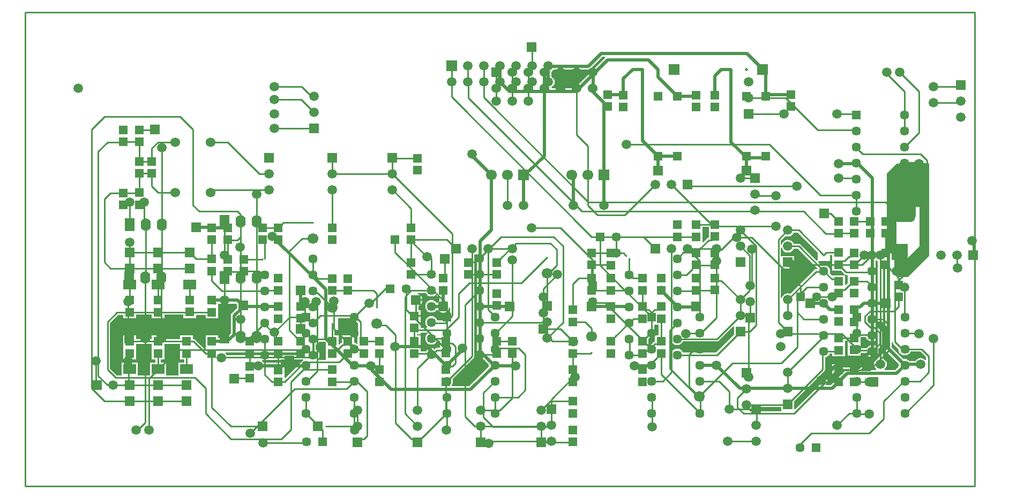
<source format=gbl>
%FSTAX24Y24*%
%MOIN*%
%SFA1B1*%

%IPPOS*%
<<<<<<< HEAD
%ADD10C,0.020000*%
%ADD11C,0.010000*%
%ADD12R,0.059400X0.059400*%
%ADD13C,0.059400*%
%ADD14C,0.057100*%
%ADD15R,0.057100X0.057100*%
%ADD16C,0.066900*%
%ADD17R,0.066900X0.066900*%
%ADD18R,0.078700X0.063000*%
%ADD19O,0.078700X0.063000*%
%ADD20C,0.060200*%
%ADD21R,0.060200X0.060200*%
%ADD22O,0.078700X0.059400*%
%ADD24C,0.061000*%
%ADD25C,0.059100*%
%ADD26R,0.059100X0.055100*%
%ADD27R,0.137800X0.063000*%
%ADD28R,0.161400X0.078700*%
%LNmikrofonvorverstärker-1*%
%LPD*%
G36*
X069055Y01D02*
X01D01*
Y039528*
X069055*
Y01*
=======
%ADD15C,0.010000*%
%ADD16C,0.020000*%
%ADD19R,0.059400X0.059400*%
%ADD20C,0.059400*%
%ADD21R,0.066900X0.066900*%
%ADD22C,0.066900*%
%ADD23C,0.057100*%
%ADD24R,0.057100X0.057100*%
%ADD25R,0.059400X0.059400*%
%ADD26R,0.057100X0.057100*%
%ADD27C,0.060200*%
%ADD28R,0.060200X0.060200*%
%ADD29R,0.063000X0.078700*%
%ADD30O,0.063000X0.078700*%
%ADD31C,0.059100*%
%LNmikrofonvorverstärker-1*%
%LPD*%
G36*
X07063Y036772D02*
Y010787D01*
X012362*
Y036772*
X07063*
>>>>>>> 7bd1cce91baa8b1f11babff2120aec98a590d833
G37*
%LNmikrofonvorverstärker-2*%
%LPC*%
G36*
<<<<<<< HEAD
X041546Y037754D02*
Y037412D01*
X041888*
X041881Y037465*
X041841Y037562*
X041778Y037644*
X041695Y037707*
X041599Y037747*
X041546Y037754*
G37*
G36*
X041446D02*
X041393Y037747D01*
X041297Y037707*
X041214Y037644*
X041151Y037562*
X041111Y037465*
X041104Y037412*
X041446*
Y037754*
G37*
G36*
X040578Y036595D02*
Y036247D01*
X040926*
X040918Y036302*
X040878Y036399*
X040814Y036483*
X04073Y036547*
X040632Y036588*
X040578Y036595*
G37*
G36*
X041888Y037312D02*
X041104D01*
X041111Y037259*
X041151Y037163*
X041214Y03708*
X041297Y037017*
X041375Y036985*
Y036568*
X041325Y036547*
X041241Y036483*
X041177Y036399*
X041137Y036302*
X041129Y036247*
X041528*
X041926*
X041918Y036302*
X041878Y036399*
X041814Y036483*
X04173Y036547*
X04168Y036568*
Y037011*
X041695Y037017*
X041778Y03708*
X041841Y037163*
X041881Y037259*
X041888Y037312*
G37*
G36*
X040478Y036595D02*
X040423Y036588D01*
X040325Y036547*
X040241Y036483*
X040177Y036399*
X040137Y036302*
X040129Y036247*
X040478*
Y036595*
G37*
G36*
X050805Y036419D02*
X05042D01*
Y036034*
X050805*
Y036419*
G37*
G36*
X05032D02*
X049935D01*
Y036034*
X05032*
Y036419*
G37*
G36*
X054932Y036416D02*
Y036034D01*
X055314*
X055305Y036098*
X055262Y036203*
X055192Y036294*
X055101Y036364*
X054995Y036408*
X054932Y036416*
G37*
G36*
X054832D02*
X054768Y036408D01*
X054663Y036364*
X054572Y036294*
X054502Y036203*
X054458Y036098*
X05445Y036034*
X054832*
Y036416*
G37*
G36*
X041926Y036147D02*
X041578D01*
Y035799*
X041632Y035806*
X04173Y035846*
X041814Y035911*
X041878Y035995*
X041918Y036092*
X041926Y036147*
G37*
G36*
X040926D02*
X040578D01*
Y035799*
X040632Y035806*
X04073Y035846*
X040814Y035911*
X040878Y035995*
X040918Y036092*
X040926Y036147*
G37*
G36*
X041478D02*
X041129D01*
X041137Y036092*
X041177Y035995*
X041241Y035911*
X041325Y035846*
X041423Y035806*
X041478Y035799*
Y036147*
G37*
G36*
X040478D02*
X040129D01*
X040137Y036092*
X040177Y035995*
X040241Y035911*
X040325Y035846*
X040423Y035806*
X040478Y035799*
Y036147*
G37*
G36*
X055314Y035934D02*
X054932D01*
Y035552*
X054995Y035561*
X055101Y035605*
X055192Y035674*
X055262Y035765*
X055305Y035871*
X055314Y035934*
G37*
G36*
X054832D02*
X05445D01*
X054458Y035871*
X054502Y035765*
X054572Y035674*
X054663Y035605*
X054768Y035561*
X054832Y035552*
Y035934*
G37*
G36*
X050805D02*
X05042D01*
Y03555*
X050805*
Y035934*
G37*
G36*
X05032D02*
X049935D01*
Y03555*
X05032*
Y035934*
G37*
G36*
X041578Y035595D02*
Y035247D01*
X041926*
X041918Y035302*
X041878Y035399*
X041814Y035483*
X04173Y035547*
X041632Y035588*
X041578Y035595*
G37*
G36*
X040578D02*
Y035247D01*
X040926*
X040918Y035302*
X040878Y035399*
X040814Y035483*
X04073Y035547*
X040632Y035588*
X040578Y035595*
G37*
G36*
X041478D02*
X041423Y035588D01*
X041325Y035547*
X041241Y035483*
X041177Y035399*
X041137Y035302*
X041129Y035247*
X041478*
Y035595*
G37*
G36*
X040478D02*
X040423Y035588D01*
X040325Y035547*
X040241Y035483*
X040177Y035399*
X040137Y035302*
X040129Y035247*
X040478*
Y035595*
G37*
G36*
X054932Y034721D02*
Y034369D01*
X055284*
X055277Y034425*
X055236Y034523*
X055171Y034608*
X055086Y034673*
X054988Y034714*
X054932Y034721*
G37*
G36*
X054832D02*
X054776Y034714D01*
X054678Y034673*
X054593Y034608*
X054528Y034523*
X054487Y034425*
X05448Y034369*
X054832*
Y034721*
G37*
G36*
X04942D02*
Y034369D01*
X049772*
X049765Y034425*
X049724Y034523*
X049659Y034608*
X049574Y034673*
X049476Y034714*
X04942Y034721*
G37*
G36*
X04932D02*
X049264Y034714D01*
X049166Y034673*
X049081Y034608*
X049016Y034523*
X048975Y034425*
X048968Y034369*
X04932*
Y034721*
G37*
G36*
X055284Y034269D02*
X054932D01*
Y033917*
X054988Y033924*
X055086Y033965*
X055171Y03403*
X055236Y034115*
X055277Y034213*
X055284Y034269*
G37*
G36*
X054832D02*
X05448D01*
X054487Y034213*
X054528Y034115*
X054593Y03403*
X054678Y033965*
X054776Y033924*
X054832Y033917*
Y034269*
G37*
G36*
X049772D02*
X04942D01*
Y033917*
X049476Y033924*
X049574Y033965*
X049659Y03403*
X049724Y034115*
X049765Y034213*
X049772Y034269*
G37*
G36*
X04932D02*
X048968D01*
X048975Y034213*
X049016Y034115*
X049081Y03403*
X049166Y033965*
X049264Y033924*
X04932Y033917*
Y034269*
G37*
G36*
X045827Y037172D02*
X045749Y037157D01*
X045683Y037113*
X044955Y036385*
X042884*
X042878Y036399*
X042814Y036483*
X04273Y036547*
X042632Y036588*
X042528Y036601*
X042423Y036588*
X042325Y036547*
X042241Y036483*
X042177Y036399*
X042137Y036302*
X042123Y036197*
X042137Y036092*
X042177Y035995*
X042241Y035911*
X042324Y035848*
Y035546*
X042241Y035483*
X042177Y035399*
X042137Y035302*
X042123Y035197*
X042137Y035092*
X042177Y034995*
X042241Y034911*
X042307Y03486*
X04229Y03481*
X041765*
X041748Y03486*
X041814Y034911*
X041878Y034995*
X041918Y035092*
X041926Y035147*
X041528*
X041129*
X041137Y035092*
X041177Y034995*
X041241Y034911*
X041307Y03486*
X04129Y03481*
X040765*
X040748Y03486*
X040814Y034911*
X040878Y034995*
X040918Y035092*
X040926Y035147*
X040528*
X040129*
X040137Y035092*
X040177Y034995*
X040241Y034911*
X040307Y03486*
X04029Y03481*
X040203*
X039919Y035094*
X039932Y035197*
X039918Y035302*
X039878Y035399*
X039814Y035483*
X039731Y035546*
Y035848*
X039814Y035911*
X039878Y035995*
X039918Y036092*
X039932Y036197*
X039918Y036302*
X039878Y036399*
X039814Y036483*
X03973Y036547*
X039632Y036588*
X039528Y036601*
X039423Y036588*
X039325Y036547*
X039241Y036483*
X039177Y036399*
X039137Y036302*
X039123Y036197*
X039137Y036092*
X039177Y035995*
X039241Y035911*
X039324Y035848*
Y035546*
X039241Y035483*
X039177Y035399*
X039137Y035302*
X039123Y035197*
X039137Y035092*
X039177Y034995*
X039241Y034911*
X039325Y034846*
X039423Y034806*
X039528Y034792*
X03963Y034806*
X039974Y034462*
X04004Y034418*
X040118Y034402*
X044252*
X04433Y034418*
X044396Y034462*
X046305Y036371*
X048078*
X048095Y036321*
X04806Y036294*
X04799Y036203*
X047984Y036188*
X047795*
X047717Y036173*
X047651Y036128*
X047061Y035538*
X047016Y035472*
X047001Y035394*
Y034765*
X046809*
Y034613*
X046616*
Y034785*
X045825*
Y034034*
Y033711*
X04622*
X046616*
Y034034*
Y034206*
X046809*
Y034014*
Y033692*
X0476*
Y034014*
Y034765*
X047409*
Y035309*
X04788Y03578*
X047984*
X04799Y035765*
X04806Y035674*
X048151Y035605*
X048182Y035592*
Y031547*
X048197Y031469*
X048242Y031403*
X048976Y030669*
X048975*
X048961Y030563*
X048975Y030457*
X049016Y030359*
X049081Y030274*
X049166Y030209*
Y030027*
X049088Y029967*
X049025Y029884*
X048985Y029788*
X048971Y029685*
X048985Y029582*
X049025Y029486*
X049088Y029403*
X049171Y02934*
X049267Y0293*
X04937Y029286*
X049473Y0293*
X049569Y02934*
X049652Y029403*
X049715Y029486*
X049755Y029582*
X049769Y029685*
X049755Y029788*
X049715Y029884*
X049652Y029967*
X049574Y030027*
Y030209*
X049659Y030274*
X049724Y030359*
X050197*
X050262Y030274*
X050347Y030209*
X050445Y030168*
X050551Y030154*
X050657Y030168*
X050755Y030209*
X05084Y030274*
X050905Y030359*
X050946Y030457*
X05096Y030563*
X050946Y030669*
X050905Y030767*
X05084Y030852*
X050755Y030917*
X050657Y030958*
X050551Y030972*
X050445Y030958*
X050347Y030917*
X050262Y030852*
X050197Y030767*
X049724*
X049659Y030852*
X049574Y030917*
X049476Y030958*
X04937Y030972*
X049264Y030958*
X04859Y031632*
Y035605*
X04868Y035674*
X04875Y035765*
X048794Y035871*
X048808Y035984*
X048794Y036098*
X04875Y036203*
X04868Y036294*
X048672Y0363*
X048686Y036353*
X04871Y036356*
X048953Y036113*
X048947Y036098*
X048932Y035984*
X048947Y035871*
X04899Y035765*
X04906Y035674*
X049151Y035605*
X049173Y035596*
Y035493*
X049188Y035415*
X049233Y035349*
X050157Y034425*
X050156*
X050143Y034319*
X050156Y034213*
X050197Y034115*
X050262Y03403*
X050347Y033965*
X050445Y033924*
X050551Y03391*
X050657Y033924*
X050755Y033965*
X05084Y03403*
X050905Y034115*
X051337*
Y034014*
Y033692*
X052128*
Y034014*
Y034765*
X051337*
Y034523*
X050905*
X05084Y034608*
X050755Y034673*
X050657Y034714*
X050551Y034728*
X050445Y034714*
Y034713*
X049603Y035556*
X0496Y035566*
X049606Y035617*
X04968Y035674*
X04975Y035765*
X049794Y035871*
X049808Y035984*
X049794Y036098*
X04975Y036203*
X04968Y036294*
X049589Y036364*
X049484Y036408*
X04937Y036423*
X049257Y036408*
X049241Y036401*
X048928Y036715*
X04893Y036733*
X048945Y036765*
X054813*
X055447Y036131*
Y03555*
X055859*
Y034673*
X055774Y034608*
X055709Y034523*
X055668Y034425*
X055654Y034319*
X055668Y034213*
X055709Y034115*
X055774Y03403*
X055859Y033965*
X055957Y033924*
X056063Y03391*
X056169Y033924*
X056267Y033965*
X056352Y03403*
X056417Y034115*
X056455Y034206*
X057243*
Y034034*
Y033711*
X058033*
Y034034*
Y034785*
X057243*
Y034613*
X056345*
X056267Y034673*
Y03555*
X056317*
Y036419*
X055736*
X055042Y037113*
X054976Y037157*
X054898Y037172*
X045827*
G37*
G36*
X058033Y033611D02*
X057688D01*
Y033286*
X058033*
Y033611*
G37*
G36*
X057588D02*
X057243D01*
Y033286*
X057588*
Y033611*
G37*
G36*
X046616D02*
X04627D01*
Y033286*
X046616*
Y033611*
G37*
G36*
X04617D02*
X045825D01*
Y033286*
X04617*
Y033611*
G37*
G36*
X053309Y033592D02*
X052963D01*
Y033266*
X053309*
Y033592*
G37*
G36*
X052863D02*
X052518D01*
Y033266*
X052863*
Y033592*
G37*
G36*
X052128D02*
X051782D01*
Y033266*
X052128*
Y033592*
G37*
G36*
X051682D02*
X051337D01*
Y033266*
X051682*
Y033592*
G37*
G36*
X0476D02*
X047255D01*
Y033266*
X0476*
Y033592*
G37*
G36*
X047155D02*
X046809D01*
Y033266*
X047155*
Y033592*
G37*
G36*
X018021Y032636D02*
X017968Y032629D01*
X017872Y032589*
X017789Y032526*
X017726Y032443*
X017698Y032377*
X017482*
Y0326*
X017137*
Y032224*
X017087*
Y032174*
X016691*
Y031849*
Y031629*
X016498*
Y031849*
Y032174*
X016102*
X015707*
Y031849*
Y03161*
X015118*
X01506Y031598*
X01501Y031565*
X014419Y030974*
X014386Y030925*
X014375Y030866*
Y01689*
X014386Y016831*
X014419Y016782*
X01501Y016191*
X01506Y016158*
X015118Y016146*
X016032*
X016055Y01609*
X016121Y016003*
X016208Y015937*
X016309Y015895*
X016417Y015881*
X016575*
X016683Y015895*
X016784Y015937*
X016871Y016003*
X016937Y01609*
X016961Y016146*
X017803*
X017827Y01609*
X017893Y016003*
X01798Y015937*
X018081Y015895*
X018189Y015881*
X018346*
X018455Y015895*
X018556Y015937*
X018642Y016003*
X018709Y01609*
X018732Y016146*
X019575*
X019598Y01609*
X019665Y016003*
X019751Y015937*
X019852Y015895*
X019961Y015881*
X020118*
X020226Y015895*
X020327Y015937*
X020414Y016003*
X020481Y01609*
X020522Y016191*
X020537Y016299*
X020522Y016408*
X020481Y016508*
X020438Y016564*
X020458Y016607*
X020507Y016612*
X021068Y016051*
Y014528*
X021079Y014469*
X021112Y014419*
X022687Y012845*
X022737Y012811*
X022795Y0128*
X025945*
X026003Y012811*
X026053Y012845*
X026644Y013435*
X026677Y013485*
X026688Y013543*
Y016433*
X027366Y017111*
X028699*
Y016888*
Y01614*
X02949*
Y016343*
X030606*
X031107Y015842*
Y01484*
X031057Y014836*
X031056Y014844*
X031016Y01494*
X030952Y015023*
X030869Y015087*
X030773Y015127*
X030669Y01514*
X030566Y015127*
X030469Y015087*
X030386Y015023*
X030323Y01494*
X030283Y014844*
X030269Y01474*
X030283Y014637*
X030323Y01454*
X030386Y014457*
X030469Y014394*
X030516Y014374*
Y014106*
X030469Y014087*
X030386Y014023*
X030323Y01394*
X030303Y013893*
X029096*
Y014234*
X027282*
Y013246*
X029096*
Y013587*
X030303*
X030323Y01354*
X030386Y013457*
X030469Y013394*
X030566Y013354*
X030669Y01334*
X030773Y013354*
X030869Y013394*
X030952Y013457*
X031016Y01354*
X031056Y013637*
X031057Y013644*
X031107Y013641*
Y013213*
X031031Y013137*
X030272*
Y012343*
X031066*
Y012796*
X031116Y012806*
X031166Y012839*
X031368Y013041*
X031401Y013091*
X031413Y01315*
Y015906*
X031401Y015964*
X031368Y016014*
X030777Y016604*
X030728Y016637*
X030669Y016649*
X02949*
Y016888*
Y017584*
X029528*
X029587Y017596*
X029636Y017629*
X029919Y017912*
X030474*
Y018506*
X03052Y018525*
X03064Y018405*
X030668Y018386*
Y017912*
X031458*
Y01866*
Y018882*
X031652*
Y01866*
Y017912*
X031894*
Y017639*
X031652*
Y016888*
Y016566*
X032443*
Y016888*
Y017639*
X0322*
Y017912*
X032443*
Y01866*
Y019411*
X031652*
Y019188*
X031458*
Y019411*
X031019*
Y020236*
X031007Y020295*
X030974Y020344*
X030581Y020738*
X030531Y020771*
X030472Y020783*
X029473*
X029456Y020833*
X029474Y020847*
X029538Y02093*
X029578Y021026*
X029592Y02113*
X029578Y021234*
X029538Y02133*
X029474Y021413*
X029391Y021477*
X029295Y021517*
X029191Y02153*
X028998*
X028921Y02152*
X028298Y022142*
Y022143*
X028302Y022173*
X028289Y022274*
X02825Y022368*
X028188Y022448*
X028108Y02251*
X028014Y022549*
X027913Y022562*
X027813Y022549*
X027719Y02251*
X027638Y022448*
X027577Y022368*
X027557Y022321*
X027504Y022324*
X027471Y022404*
X027408Y022487*
X027325Y02255*
X027229Y02259*
X027126Y022603*
X027023Y02259*
X026927Y02255*
X026844Y022487*
X026781Y022404*
X026741Y022308*
X026727Y022205*
X026741Y022102*
X026781Y022005*
X026844Y021923*
X026922Y021863*
Y021596*
X026731*
Y020845*
Y020522*
X027521*
Y020845*
Y020997*
X027569*
X027577Y020979*
X027638Y020898*
X027719Y020837*
X027813Y020798*
X027913Y020784*
X028014Y020798*
X028108Y020837*
X028188Y020898*
X02825Y020979*
X028289Y021073*
X028302Y021173*
X028289Y021274*
X02825Y021368*
X028188Y021448*
X028108Y02151*
X028014Y021549*
X027913Y021562*
X027813Y021549*
X027719Y02151*
X027638Y021448*
X027605Y021405*
X027521*
Y021596*
X02733*
Y021863*
X027408Y021923*
X027471Y022005*
X027492Y022055*
X027546Y022054*
X027577Y021979*
X027638Y021898*
X027719Y021837*
X027813Y021798*
X027913Y021784*
X028014Y021798*
X028108Y021837*
X028144Y021864*
X028663Y021345*
X028651Y02133*
X028611Y021234*
X028597Y02113*
X028611Y021026*
X028651Y02093*
X028715Y020847*
X028733Y020833*
X028716Y020783*
X02837*
X028312Y020771*
X028262Y020738*
X028055Y020532*
X028014Y020549*
X027913Y020562*
X027813Y020549*
X027719Y02051*
X027638Y020448*
X027577Y020368*
X027571Y020354*
X027521Y020364*
Y020422*
X026731*
Y020097*
X026794*
X026818Y020047*
X026778Y019994*
X026738Y019898*
X026731Y019845*
X027515*
X027508Y019898*
X027468Y019994*
X027428Y020047*
X027453Y020097*
X027521*
X027545Y020057*
X027577Y019979*
X027638Y019898*
X027719Y019837*
X027813Y019798*
X027913Y019784*
X028014Y019798*
X028108Y019837*
X028188Y019898*
X02825Y019979*
X028289Y020073*
X028302Y020173*
X028289Y020274*
X028272Y020315*
X028433Y020477*
X028709*
Y019744*
X028942*
Y019411*
X028699*
Y019326*
X028267*
X02825Y019368*
X028188Y019448*
X028108Y01951*
X028014Y019549*
X027913Y019562*
X027813Y019549*
X027719Y01951*
X027638Y019448*
X027577Y019368*
X027571Y019354*
X027521Y019364*
Y019411*
X027354*
X027337Y019461*
X027405Y019513*
X027468Y019596*
X027508Y019692*
X027515Y019745*
X026731*
X026735Y019713*
X026688Y01969*
X026587Y01979*
Y024599*
X02728Y025292*
X02745*
X02747Y025245*
X027534Y025162*
X027616Y025098*
X027713Y025058*
X027817Y025045*
X02801*
X028114Y025058*
X02821Y025098*
X028293Y025162*
X028357Y025245*
X028397Y025341*
X028411Y025445*
X028397Y025548*
X028357Y025645*
X028293Y025728*
X02821Y025792*
X028114Y025832*
X02801Y025845*
X027817*
X027713Y025832*
X027616Y025792*
X027534Y025728*
X02747Y025645*
X02745Y025598*
X027217*
X027158Y025586*
X027108Y025553*
X026326Y024771*
X026293Y024721*
X026281Y024663*
Y019727*
X026293Y019669*
X026326Y019619*
X026731Y019214*
Y01866*
Y01844*
X026143*
Y01866*
Y019411*
X025749*
X025739Y019461*
X025706Y019511*
X025245Y019972*
X02525Y019979*
X025289Y020073*
X025302Y020173*
X025289Y020274*
X02525Y020368*
X025188Y020448*
X025108Y02051*
X025014Y020549*
X024913Y020562*
X024813Y020549*
X024719Y02051*
X024638Y020448*
X024577Y020368*
X024538Y020274*
X024525Y020173*
X024538Y020073*
X02455Y020042*
X023919Y019411*
X023581*
Y01866*
Y017912*
X023823*
Y017856*
X023581*
Y017105*
Y016885*
X02334*
X023337Y016892*
X023274Y016975*
X023191Y017038*
X023095Y017078*
X023042Y017085*
Y016693*
Y016301*
X023095Y016308*
X023191Y016348*
X023274Y016411*
X023337Y016494*
X023373Y016579*
X023581*
Y016357*
X023926*
Y016732*
X023976*
Y016782*
X024372*
Y017105*
Y017856*
X024129*
Y017912*
X024372*
Y01866*
Y019411*
X024393Y019452*
X02476Y019819*
X024813Y019798*
X024913Y019784*
X024989Y019794*
X025331Y019452*
X025353Y019411*
Y01866*
Y017912*
X025595*
Y01762*
X025353*
Y016869*
Y016779*
X025307Y01676*
X025066Y017*
Y017819*
X025108Y017837*
X025188Y017898*
X02525Y017979*
X025289Y018073*
X025302Y018173*
X025289Y018274*
X02525Y018368*
X025188Y018448*
X025108Y01851*
X025066Y018527*
Y018819*
X025108Y018837*
X025188Y018898*
X02525Y018979*
X025289Y019073*
X025302Y019173*
X025289Y019274*
X02525Y019368*
X025188Y019448*
X025108Y01951*
X025014Y019549*
X024913Y019562*
X024813Y019549*
X024719Y01951*
X024638Y019448*
X024577Y019368*
X024538Y019274*
X024525Y019173*
X024538Y019073*
X024577Y018979*
X024638Y018898*
X024719Y018837*
X02476Y018819*
Y018527*
X024719Y01851*
X024638Y018448*
X024577Y018368*
X024538Y018274*
X024525Y018173*
X024538Y018073*
X024577Y017979*
X024638Y017898*
X024719Y017837*
X02476Y017819*
Y016937*
X024772Y016878*
X024805Y016829*
X025246Y016388*
X025296Y016355*
X025353Y016343*
Y01612*
X026143*
Y016343*
X0262Y016355*
X02625Y016388*
X026332Y016471*
X026382Y01645*
Y013607*
X025882Y013106*
X022859*
X021373Y014591*
Y016114*
X021362Y016173*
X021329Y016222*
X020673Y016878*
X020624Y016911*
X020565Y016922*
X020533*
Y017714*
X020192*
Y017912*
X020435*
Y01866*
Y018772*
X020481Y018791*
X021112Y01816*
X021162Y018126*
X021219Y018115*
Y017912*
X021461*
Y014921*
X021473Y014863*
X021506Y014813*
X022687Y013632*
X022737Y013599*
X022795Y013587*
X023857*
Y013246*
X025671*
Y014234*
X023857*
Y013893*
X022859*
X021767Y014985*
Y017912*
X022009*
Y01866*
Y018832*
X022579*
X022657Y018847*
X022723Y018891*
X023136Y019305*
X023181Y019371*
X023196Y019449*
Y020545*
X023523Y020872*
X02357Y020866*
X023673Y02088*
X023769Y02092*
X023851Y020983*
X023877Y021017*
X024561*
X024577Y020979*
X024638Y020898*
X024719Y020837*
X024813Y020798*
X024913Y020784*
X025014Y020798*
X025108Y020837*
X025188Y020898*
X02525Y020979*
X025266Y021017*
X025353*
Y020825*
Y020503*
X026143*
Y020825*
Y021576*
X025353*
Y021424*
X025206*
X025188Y021448*
X025108Y02151*
X025014Y021549*
X024913Y021562*
X024813Y021549*
X024719Y02151*
X024638Y021448*
X02462Y021424*
X023931*
X023915Y021464*
X023851Y021547*
X023769Y02161*
X023673Y02165*
X02357Y021664*
X023466Y02165*
X023449Y021643*
X023353Y021739*
X023287Y021783*
X023209Y021798*
X022009*
Y02197*
X021219*
Y021219*
Y02098*
X020631*
Y021239*
Y02199*
X020389*
Y022168*
X02073*
Y022998*
X019743*
Y022168*
X020083*
Y02199*
X019841*
Y021239*
Y020999*
X018663*
Y021219*
Y02197*
X018421*
Y022168*
X018761*
Y022998*
X017774*
Y022168*
X018115*
Y02197*
X017872*
Y021219*
Y020999*
X016891*
Y021219*
Y02197*
X016649*
Y022168*
X01699*
Y022998*
X016002*
Y022168*
X016343*
Y02197*
X016101*
Y021219*
Y02098*
X015709*
X01565Y020968*
X015601Y020935*
X01501Y020344*
X014977Y020295*
X014965Y020236*
Y017283*
X014977Y017225*
X01501Y017175*
X015524Y016661*
X015574Y016628*
X015632Y016617*
X016075*
X016099Y016567*
X016055Y016508*
X016032Y016452*
X015181*
X014681Y016953*
Y030803*
X015181Y031304*
X015707*
Y031101*
X016498*
Y031323*
X016691*
Y031101*
X016934*
Y030631*
X016691*
Y02988*
Y029132*
X016934*
Y028683*
X016691*
Y02844*
X016498*
Y028663*
X015707*
Y02844*
X015295*
X015237Y028429*
X015187Y028396*
X014813Y028022*
X01478Y027972*
X014768Y027913*
Y023976*
X01478Y023918*
X014813Y023868*
X015207Y023475*
X015256Y023441*
X015315Y02343*
X016032*
X016055Y023373*
X016121Y023287*
X016208Y02322*
X016309Y023178*
X016417Y023164*
X016575*
X016683Y023178*
X016784Y02322*
X016871Y023287*
X016937Y023373*
X016961Y02343*
X017803*
X017827Y023373*
X017893Y023287*
X01798Y02322*
X018081Y023178*
X018189Y023164*
X018346*
X018455Y023178*
X018556Y02322*
X018642Y023287*
X018709Y023373*
X018732Y02343*
X019772*
X019795Y023373*
X019862Y023287*
X019948Y02322*
X020049Y023178*
X020157Y023164*
X020315*
X020423Y023178*
X020524Y02322*
X020611Y023287*
X020677Y023373*
X020719Y023474*
X020733Y023583*
X020719Y023691*
X020677Y023792*
X020611Y023879*
X020524Y023945*
X020423Y023987*
X020315Y024001*
X020157*
X020049Y023987*
X019948Y023945*
X019862Y023879*
X019795Y023792*
X019772Y023736*
X018732*
X018709Y023792*
X018642Y023879*
X018556Y023945*
X018455Y023987*
X018346Y024001*
X018189*
X018081Y023987*
X01798Y023945*
X017893Y023879*
X017827Y023792*
X017803Y023736*
X016961*
X016937Y023792*
X016871Y023879*
X016784Y023945*
X016683Y023987*
X016575Y024001*
X016417*
X016309Y023987*
X016208Y023945*
X016121Y023879*
X016055Y023792*
X016032Y023736*
X015378*
X015074Y02404*
Y02785*
X015359Y028134*
X015707*
Y027912*
Y027589*
X016102*
X016498*
Y027912*
Y028134*
X016691*
Y027931*
Y027609*
X017087*
X017482*
Y027931*
Y028683*
X01724*
Y029132*
X017721*
Y028701*
X017733Y028642*
X017766Y028593*
X01816Y028199*
X018209Y028166*
X018268Y028154*
X018542*
Y027892*
X02012*
Y028722*
X018542*
Y02846*
X018331*
X018027Y028764*
Y029132*
X018269*
Y02988*
Y030631*
X018027*
Y031*
X018331Y031304*
X018542*
Y031042*
X02012*
Y031872*
X018542*
Y03161*
X018268*
X018209Y031598*
X01816Y031565*
X017766Y031171*
X017733Y031122*
X017721Y031063*
Y030631*
X01724*
Y031101*
X017482*
Y031849*
Y032071*
X017715*
X017726Y032045*
X017789Y031962*
X017872Y031899*
X017968Y031859*
X018021Y031852*
Y032244*
Y032636*
G37*
G36*
X018121D02*
Y032294D01*
X018463*
X018456Y032347*
X018416Y032443*
X018353Y032526*
X01827Y032589*
X018174Y032629*
X018121Y032636*
G37*
G36*
X016498Y0326D02*
X016152D01*
Y032274*
X016498*
Y0326*
G37*
G36*
X017037D02*
X016691D01*
Y032274*
X017037*
Y0326*
G37*
G36*
X016052D02*
X015707D01*
Y032274*
X016052*
Y0326*
G37*
G36*
X018463Y032194D02*
X018121D01*
Y031852*
X018174Y031859*
X01827Y031899*
X018353Y031962*
X018416Y032045*
X018456Y032141*
X018463Y032194*
G37*
G36*
X025554Y030885D02*
X025207D01*
Y030538*
X025554*
Y030885*
G37*
G36*
X025107D02*
X024761D01*
Y030538*
X025107*
Y030885*
G37*
G36*
X053882Y036423D02*
X053768Y036408D01*
X053663Y036364*
X053572Y036294*
X053502Y036203*
X053496Y036188*
X053307*
X053229Y036173*
X053163Y036128*
X052769Y035735*
X052725Y035669*
X052709Y035591*
Y034765*
X052518*
Y034014*
Y033692*
X053309*
Y034014*
Y034765*
X053117*
Y035506*
X053392Y03578*
X053496*
X053502Y035765*
X053572Y035674*
X053663Y035605*
X053694Y035592*
Y031457*
X053709Y031379*
X053753Y031312*
X054477Y030589*
X054473Y030563*
X054487Y030457*
X054528Y030359*
X054593Y030274*
X054678Y030209*
Y030027*
X0546Y029967*
X054537Y029884*
X054497Y029788*
X054483Y029685*
X054497Y029582*
X054537Y029486*
X0546Y029403*
X054683Y02934*
X054779Y0293*
X054882Y029286*
X054985Y0293*
X055081Y02934*
X055164Y029403*
X055227Y029486*
X055267Y029582*
X055281Y029685*
X055267Y029788*
X055227Y029884*
X055164Y029967*
X055086Y030027*
Y030209*
X055171Y030274*
X055172Y030275*
X055204Y030269*
X055781*
X055859Y030209*
X055957Y030168*
X056063Y030154*
X056169Y030168*
X056267Y030209*
X056352Y030274*
X056417Y030359*
X056458Y030457*
X056472Y030563*
X056458Y030669*
X056417Y030767*
X056352Y030852*
X056267Y030917*
X056169Y030958*
X056063Y030972*
X055957Y030958*
X055859Y030917*
X055774Y030852*
X055709Y030767*
X055671Y030676*
X055273*
X055236Y030767*
X055171Y030852*
X055086Y030917*
X054988Y030958*
X054882Y030972*
X054776Y030958*
X054712Y030931*
X054102Y031541*
Y035605*
X054192Y035674*
X054262Y035765*
X054305Y035871*
X05432Y035984*
X054305Y036098*
X054262Y036203*
X054192Y036294*
X054101Y036364*
X053995Y036408*
X053882Y036423*
G37*
G36*
X025554Y030438D02*
X025207D01*
Y030091*
X025554*
Y030438*
G37*
G36*
X025107D02*
X024761D01*
Y030091*
X025107*
Y030438*
G37*
G36*
X034805Y029655D02*
X034459D01*
Y029329*
X034805*
Y029655*
G37*
G36*
X034359D02*
X034014D01*
Y029329*
X034359*
Y029655*
G37*
G36*
X022324Y031872D02*
X020746D01*
Y031042*
X022324*
Y031304*
X022535*
X024459Y02938*
X024508Y029347*
X024567Y029335*
X024791*
X024811Y029288*
X024874Y029205*
X024957Y029142*
X025054Y029102*
X025157Y029088*
X025261Y029102*
X025358Y029142*
X025441Y029205*
X025504Y029288*
X025544Y029385*
X025558Y029488*
X025544Y029592*
X025504Y029688*
X025441Y029771*
X025358Y029835*
X025261Y029875*
X025157Y029888*
X025054Y029875*
X024957Y029835*
X024874Y029771*
X024811Y029688*
X024791Y029641*
X02463*
X022707Y031565*
X022657Y031598*
X022598Y03161*
X022324*
Y031872*
G37*
G36*
X025157Y028888D02*
X025054Y028875D01*
X024957Y028835*
X024874Y028771*
X024811Y028688*
X024791Y028641*
X022324*
Y028722*
X020746*
Y027892*
X022324*
Y028335*
X024791*
X024811Y028288*
X024874Y028205*
X024957Y028142*
X025054Y028102*
X025157Y028088*
X025261Y028102*
X025358Y028142*
X025441Y028205*
X025504Y028288*
X025544Y028385*
X025558Y028488*
X025544Y028592*
X025504Y028688*
X025441Y028771*
X025358Y028835*
X025261Y028875*
X025157Y028888*
G37*
G36*
X017482Y027509D02*
X017137D01*
Y027183*
X017482*
Y027509*
G37*
G36*
X017037D02*
X016691D01*
Y027183*
X017037*
Y027509*
G37*
G36*
X016498Y027489D02*
X016152D01*
Y027164*
X016498*
Y027489*
G37*
G36*
X016052D02*
X015707D01*
Y027164*
X016052*
Y027489*
G37*
G36*
X059655Y027385D02*
X059602Y027378D01*
X059506Y027338*
X059423Y027275*
X05936Y027192*
X05932Y027096*
X059313Y027043*
X059655*
Y027385*
G37*
G36*
Y026943D02*
X059313D01*
X05932Y02689*
X05936Y026793*
X059423Y026711*
X059506Y026647*
X059602Y026608*
X059655Y026601*
Y026943*
G37*
G36*
X060986Y026891D02*
X060641D01*
Y026566*
X060986*
Y026891*
G37*
G36*
X063493D02*
X063148D01*
Y026566*
X063493*
Y026891*
G37*
G36*
X059755Y027385D02*
Y026993D01*
Y026601*
X059808Y026608*
X059904Y026647*
X059987Y026711*
X06004Y02678*
X060086Y02679*
X060102Y026788*
X060195Y026695*
Y026566*
X060541*
Y026891*
X060431*
X060222Y027101*
X060172Y027134*
X060114Y027146*
X06007*
X06005Y027192*
X059987Y027275*
X059904Y027338*
X059808Y027378*
X059755Y027385*
G37*
G36*
X050946Y026675D02*
X050601D01*
Y026349*
X050946*
Y026675*
G37*
G36*
X050501D02*
X050156D01*
Y026349*
X050501*
Y026675*
G37*
G36*
X019646Y033184D02*
X014921D01*
X014863Y033173*
X014813Y03314*
X014026Y032352*
X013993Y032303*
X013981Y032244*
Y016102*
X013993Y016044*
X014026Y015994*
X014813Y015207*
X014863Y015174*
X014921Y015162*
X016025*
X016055Y01509*
X016121Y015003*
X016208Y014937*
X016309Y014895*
X016417Y014881*
X016575*
X016683Y014895*
X016784Y014937*
X016871Y015003*
X016937Y01509*
X016961Y015146*
X017803*
X017827Y01509*
X017893Y015003*
X01798Y014937*
X018081Y014895*
X018189Y014881*
X018346*
X018455Y014895*
X018556Y014937*
X018642Y015003*
X018709Y01509*
X018732Y015146*
X019575*
X019598Y01509*
X019665Y015003*
X019751Y014937*
X019852Y014895*
X019961Y014881*
X020118*
X020226Y014895*
X020327Y014937*
X020414Y015003*
X020481Y01509*
X020522Y015191*
X020537Y015299*
X020522Y015408*
X020481Y015508*
X020414Y015595*
X020327Y015662*
X020226Y015703*
X020118Y015718*
X019961*
X019852Y015703*
X019751Y015662*
X019665Y015595*
X019598Y015508*
X019575Y015452*
X018732*
X018709Y015508*
X018642Y015595*
X018556Y015662*
X018455Y015703*
X018346Y015718*
X018189*
X018081Y015703*
X01798Y015662*
X017893Y015595*
X017827Y015508*
X017803Y015452*
X016961*
X016937Y015508*
X016871Y015595*
X016784Y015662*
X016683Y015703*
X016575Y015718*
X016417*
X016309Y015703*
X016208Y015662*
X016121Y015595*
X016055Y015508*
X016038Y015468*
X014985*
X014287Y016166*
Y032181*
X014985Y032879*
X019582*
X02028Y032181*
Y02752*
X020292Y027461*
X020325Y027412*
X020719Y027018*
X020768Y026985*
X020827Y026973*
X023126*
X023233Y026866*
Y025615*
X023126Y025507*
X022994*
Y025746*
Y026498*
X022203*
Y026326*
X022009*
Y026498*
X021219*
Y026346*
X020972*
X020912Y026424*
X020829Y026487*
X020733Y026527*
X02063Y02654*
X020527Y026527*
X020431Y026487*
X020348Y026424*
X020285Y026341*
X020245Y026245*
X020231Y026142*
X020245Y026039*
X020285Y025942*
X020348Y02586*
X020431Y025796*
X020527Y025757*
X02063Y025743*
X020733Y025757*
X020829Y025796*
X020912Y02586*
X020972Y025938*
X021219*
Y025746*
Y024998*
X021461*
Y024549*
X021219*
Y024326*
X020709*
X020671Y024365*
X020677Y024373*
X020719Y024474*
X020733Y024583*
X020719Y024691*
X020677Y024792*
X020611Y024879*
X020524Y024945*
X020423Y024987*
X020315Y025001*
X020157*
X020049Y024987*
X019948Y024945*
X019862Y024879*
X019795Y024792*
X019772Y024736*
X018732*
X018709Y024792*
X018642Y024879*
X018556Y024945*
X018455Y024987*
X018346Y025001*
X018189*
X018081Y024987*
X01798Y024945*
X017893Y024879*
X017827Y024792*
X017803Y024736*
X016961*
X016937Y024792*
X016871Y024879*
X016784Y024945*
X016683Y024987*
X016575Y025001*
X016417*
X016309Y024987*
X016208Y024945*
X016121Y024879*
X016055Y024792*
X016013Y024691*
X015999Y024583*
X016013Y024474*
X016055Y024373*
X016121Y024287*
X016208Y02422*
X016309Y024178*
X016417Y024164*
X016575*
X016683Y024178*
X016784Y02422*
X016871Y024287*
X016937Y024373*
X016961Y02443*
X017803*
X017827Y024373*
X017893Y024287*
X01798Y02422*
X018081Y024178*
X018189Y024164*
X018346*
X018455Y024178*
X018556Y02422*
X018642Y024287*
X018709Y024373*
X018732Y02443*
X019772*
X019795Y024373*
X019862Y024287*
X019948Y02422*
X020049Y024178*
X020157Y024164*
X020315*
X020423Y024178*
X020424Y024179*
X020538Y024065*
X020587Y024032*
X020646Y02402*
X021219*
Y023798*
Y02305*
X021461*
Y022795*
X021473Y022737*
X021506Y022687*
X022128Y022065*
X022178Y022032*
X022236Y02202*
X02456*
X024577Y021979*
X024638Y021898*
X024719Y021837*
X024813Y021798*
X024913Y021784*
X025014Y021798*
X025108Y021837*
X025188Y021898*
X02525Y021979*
X025288Y022071*
X025353*
Y021849*
X026143*
Y022597*
Y022922*
X025748*
X025353*
Y022597*
Y022377*
X025243*
X025188Y022448*
X025108Y02251*
X025014Y022549*
X024913Y022562*
X024813Y022549*
X024719Y02251*
X024638Y022448*
X024577Y022368*
X02456Y022326*
X0223*
X021767Y022859*
Y02305*
X022009*
Y023798*
Y024549*
X021767*
Y024998*
X022009*
Y025746*
Y025918*
X022203*
Y025746*
Y024998*
X022445*
Y024529*
X022203*
Y023778*
Y02303*
X022994*
Y023233*
X023187*
Y02303*
X023978*
Y023253*
X024484*
X024529Y023207*
X024525Y023173*
X024538Y023073*
X024577Y022979*
X024638Y022898*
X024719Y022837*
X024813Y022798*
X024913Y022784*
X025014Y022798*
X025108Y022837*
X025188Y022898*
X02525Y022979*
X025289Y023073*
X025302Y023173*
X025289Y023274*
X02525Y023368*
X025188Y023448*
X025108Y02351*
X025014Y023549*
X024913Y023562*
X024813Y023549*
X024719Y02351*
X024685Y023484*
X024655Y023514*
X024606Y023547*
X024547Y023558*
X023978*
Y024001*
X024528*
Y023788*
X025299*
Y024559*
X025066*
Y024998*
X025159*
Y025746*
Y025969*
X025353*
Y025746*
Y025424*
X026143*
Y025746*
Y026292*
X027528*
Y026059*
X028299*
Y02683*
X027528*
Y026598*
X026071*
X026012Y026586*
X025963Y026553*
X025907Y026498*
X025353*
Y026275*
X025159*
Y026498*
X024369*
Y025746*
Y024998*
X02476*
Y024559*
X024528*
Y024306*
X023978*
Y024529*
X023187*
Y023778*
Y023539*
X022994*
Y023778*
Y024529*
X022751*
Y024998*
X022994*
Y025201*
X023189*
X023247Y025213*
X023297Y025246*
X023494Y025443*
X023527Y025493*
X023539Y025551*
Y026929*
X023527Y026988*
X023494Y027037*
X023297Y027234*
X023247Y027267*
X023189Y027279*
X02089*
X020586Y027583*
Y032244*
X020574Y032303*
X020541Y032352*
X019754Y03314*
X019704Y033173*
X019646Y033184*
G37*
G36*
X029094Y028888D02*
X028991Y028875D01*
X028894Y028835*
X028811Y028771*
X028748Y028688*
X028708Y028592*
X028694Y028488*
X028708Y028385*
X028748Y028288*
X028811Y028205*
X028894Y028142*
X028942Y028122*
Y026498*
X028699*
Y025746*
Y025424*
X02949*
Y025746*
Y026498*
X029247*
Y028122*
X029295Y028142*
X029378Y028205*
X029441Y028288*
X029481Y028385*
X029495Y028488*
X029481Y028592*
X029441Y028688*
X029378Y028771*
X029295Y028835*
X029198Y028875*
X029094Y028888*
G37*
G36*
X02949Y025324D02*
X029144D01*
Y024998*
X02949*
Y025324*
G37*
G36*
X029044D02*
X028699D01*
Y024998*
X029044*
Y025324*
G37*
G36*
X026143D02*
X025798D01*
Y024998*
X026143*
Y025324*
G37*
G36*
X025698D02*
X025353D01*
Y024998*
X025698*
Y025324*
G37*
G36*
X037528Y036601D02*
X037423Y036588D01*
X037325Y036547*
X037241Y036483*
X037177Y036399*
X037137Y036302*
X037123Y036197*
X037137Y036092*
X037177Y035995*
X037241Y035911*
X037325Y035846*
X037375Y035826*
Y035568*
X037325Y035547*
X037241Y035483*
X037177Y035399*
X037137Y035302*
X037123Y035197*
X037137Y035092*
X037177Y034995*
X037241Y034911*
X037325Y034846*
X037406Y034813*
Y034213*
X037418Y034154*
X037451Y034104*
X044538Y027018*
X044587Y026985*
X044646Y026973*
X058362*
X059695Y02564*
X059745Y025607*
X059803Y025595*
X060195*
Y025392*
X060986*
Y025615*
X06118*
Y025392*
X06197*
Y02614*
Y026363*
X062164*
Y02614*
Y025392*
X062528*
Y024771*
X062487Y024754*
X062406Y024692*
X062344Y024612*
X062306Y024518*
X062292Y024417*
X062306Y024317*
X062323Y024275*
X06202Y023973*
X06197Y023993*
Y024172*
Y024923*
X06118*
Y024463*
X061179*
X061129Y02443*
X061032Y024332*
X060986Y024351*
Y024943*
X060195*
Y02472*
X060067*
Y024803*
X059512*
X058246Y026069*
X058196Y026102*
X058138Y026114*
X057807*
X057788Y026161*
X057724Y026244*
X057641Y026307*
X057545Y026347*
X057441Y026361*
X057337Y026347*
X057241Y026307*
X057158Y026244*
X057094Y026161*
X057054Y026064*
X057041Y025961*
X057054Y025857*
X057074Y02581*
X056742Y025478*
X056709Y025429*
X056697Y02537*
Y02022*
X056709Y020162*
X056742Y020112*
X057044Y01981*
Y019233*
X057829*
X057838*
X057879Y019211*
Y018725*
X056984Y01783*
X053988*
X05393Y017818*
X05388Y017785*
X052103Y016008*
X052026Y016018*
X051832*
X051729Y016005*
X051675Y015982*
X050237Y01742*
Y017889*
X050287Y017906*
X050357Y017852*
X050451Y017813*
X050551Y0178*
X050652Y017813*
X050746Y017852*
X050826Y017914*
X050888Y017995*
X050905Y018036*
X053032*
X05309Y018048*
X05314Y018081*
X054292Y019233*
X054885*
Y019477*
X055063*
X055122Y019489*
X055171Y019522*
X055581Y019931*
X055614Y019981*
X055625Y020039*
Y024976*
X055614Y025035*
X055581Y025085*
X054855Y02581*
X054875Y025857*
X054888Y025961*
X054875Y026064*
X054835Y026161*
X054771Y026244*
X054688Y026307*
X054592Y026347*
X054488Y026361*
X054385Y026347*
X054288Y026307*
X054205Y026244*
X054142Y026161*
X054102Y026064*
X054088Y025961*
X054102Y025857*
X054126Y025799*
X05325Y024923*
X052518*
Y024172*
Y023932*
X052128*
Y024172*
Y024726*
X052597Y025195*
X053309*
Y025943*
Y026694*
X052518*
Y026472*
X052128*
Y026675*
X051337*
Y025924*
Y025704*
X050946*
Y025924*
Y026249*
X050551*
X050156*
Y025924*
Y025704*
X0453*
X036681Y034323*
Y034826*
X03673Y034846*
X036814Y034911*
X036878Y034995*
X036918Y035092*
X036932Y035197*
X036918Y035302*
X036878Y035399*
X036814Y035483*
X03673Y035547*
X036681Y035568*
Y035796*
X036929*
Y036598*
X036126*
Y035796*
X036375*
Y035568*
X036325Y035547*
X036241Y035483*
X036177Y035399*
X036137Y035302*
X036123Y035197*
X036137Y035092*
X036177Y034995*
X036241Y034911*
X036325Y034846*
X036375Y034826*
Y03426*
X036386Y034201*
X036419Y034152*
X045128Y025443*
X045178Y02541*
X045236Y025398*
X050156*
Y025176*
X050946*
Y025398*
X051337*
Y025176*
X052074*
X052094Y025126*
X051892Y024923*
X051337*
Y02472*
X050929*
X050871Y024708*
X050821Y024675*
X050693Y024547*
X050652Y024564*
X050551Y024578*
X050451Y024564*
X050357Y024526*
X050276Y024464*
X050215Y024383*
X050176Y02429*
X050162Y024189*
X050176Y024088*
X050215Y023995*
X050276Y023914*
X050357Y023852*
X050451Y023813*
X050551Y0238*
X050652Y023813*
X050746Y023852*
X050826Y023914*
X050888Y023995*
X050927Y024088*
X05094Y024189*
X050927Y02429*
X05091Y024331*
X050992Y024414*
X051337*
Y024172*
Y02362*
X051059Y023342*
X050905*
X050888Y023383*
X050826Y023464*
X050746Y023526*
X050652Y023564*
X050551Y023578*
X050451Y023564*
X050357Y023526*
X050276Y023464*
X050215Y023383*
X050176Y02329*
X050162Y023189*
X050176Y023088*
X050215Y022995*
X050276Y022914*
X050357Y022852*
X050451Y022813*
X050551Y0228*
X050652Y022813*
X050746Y022852*
X050826Y022914*
X050888Y022995*
X050905Y023036*
X051122*
X051181Y023048*
X05123Y023081*
X051291Y023141*
X051337Y023122*
Y023022*
X051682*
Y023348*
X051578*
X051557Y023396*
X05158Y023424*
X052128*
Y023627*
X052518*
Y023424*
X053309*
Y024172*
Y0246*
X053352Y024609*
X053402Y024642*
X054349Y025589*
X054385Y025574*
X054488Y02556*
X054592Y025574*
X054639Y025594*
X055319Y024913*
Y020103*
X055Y019783*
X054885*
Y020027*
X054167*
X054148Y020073*
X054337Y020263*
X054385Y020243*
X054488Y02023*
X054592Y020243*
X054688Y020283*
X054771Y020347*
X054835Y02043*
X054875Y020526*
X054888Y02063*
X054875Y020734*
X054835Y02083*
X054771Y020913*
X054688Y020977*
X054641Y020996*
Y021264*
X054688Y021283*
X054771Y021347*
X054835Y02143*
X054875Y021526*
X054888Y02163*
X054875Y021734*
X054855Y021781*
X055187Y022112*
X05522Y022162*
X055232Y02222*
Y02437*
X05522Y024429*
X055187Y024478*
X054855Y02481*
X054875Y024857*
X054888Y024961*
X054875Y025064*
X054835Y025161*
X054771Y025244*
X054688Y025307*
X054592Y025347*
X054488Y025361*
X054385Y025347*
X054288Y025307*
X054205Y025244*
X054142Y025161*
X054102Y025064*
X054088Y024961*
X054102Y024857*
X054142Y02476*
X054205Y024678*
X054288Y024614*
X054385Y024574*
X054488Y02456*
X054592Y024574*
X054639Y024594*
X054829Y024404*
X05481Y024357*
X054091*
Y023564*
X054885*
X054926Y023541*
Y022284*
X054639Y021997*
X054592Y022017*
X054488Y02203*
X054385Y022017*
X054337Y021997*
X053408Y022926*
X053359Y022959*
X053309Y022969*
Y023368*
X052518*
Y022617*
Y022377*
X052128*
Y022597*
Y022922*
X051732*
X051337*
Y022597*
Y022342*
X050905*
X050888Y022383*
X050826Y022464*
X050746Y022526*
X050652Y022564*
X050551Y022578*
X050451Y022564*
X050357Y022526*
X050276Y022464*
X050215Y022383*
X050176Y02229*
X050162Y022189*
X050176Y022088*
X050215Y021995*
X050276Y021914*
X050357Y021852*
X050451Y021813*
X050551Y0218*
X050652Y021813*
X050746Y021852*
X050826Y021914*
X050888Y021995*
X050905Y022036*
X051337*
Y021849*
X052128*
Y022071*
X052518*
Y021869*
X053309*
Y022528*
X053355Y022547*
X054121Y021781*
X054102Y021734*
X054088Y02163*
X054102Y021526*
X054142Y02143*
X054205Y021347*
X054288Y021283*
X054335Y021264*
Y020996*
X054288Y020977*
X054205Y020913*
X054142Y02083*
X054102Y020734*
X054088Y02063*
X054102Y020526*
X054121Y020479*
X052984Y019342*
X050905*
X050888Y019383*
X050826Y019464*
X050746Y019526*
X050652Y019564*
X050551Y019578*
X050451Y019564*
X050357Y019526*
X050287Y019472*
X050237Y019489*
Y019659*
X050409Y019831*
X050451Y019813*
X050551Y0198*
X050652Y019813*
X050746Y019852*
X050826Y019914*
X050888Y019995*
X050927Y020088*
X05094Y020189*
X050927Y02029*
X050888Y020383*
X050826Y020464*
X050746Y020526*
X050652Y020564*
X050551Y020578*
X050451Y020564*
X050357Y020526*
X050276Y020464*
X050215Y020383*
X050176Y02029*
X050162Y020189*
X050176Y020088*
X050193Y020047*
X049976Y01983*
X049943Y019781*
X049931Y019722*
Y019411*
X04972*
Y020077*
X049962*
Y020825*
Y021456*
X050008Y021475*
X050181Y021302*
X050176Y02129*
X050162Y021189*
X050176Y021088*
X050215Y020995*
X050276Y020914*
X050357Y020852*
X050451Y020813*
X050551Y0208*
X050652Y020813*
X050746Y020852*
X050826Y020914*
X050881Y020985*
X051415*
X05145Y020939*
X051533Y020875*
X051629Y020835*
X051732Y020822*
X051835Y020835*
X051932Y020875*
X052014Y020939*
X052078Y021021*
X052117Y021117*
X052131Y02122*
X052117Y021324*
X052078Y02142*
X052014Y021502*
X051932Y021566*
X051835Y021606*
X051732Y021619*
X051629Y021606*
X051533Y021566*
X05145Y021502*
X051387Y02142*
X051376Y021393*
X050881*
X050826Y021464*
X050746Y021526*
X050652Y021564*
X050551Y021578*
X05049Y02157*
X049962Y022098*
Y022597*
Y022922*
X049567*
X049172*
Y022597*
Y021849*
X049634*
X049861Y021623*
X049842Y021576*
X049172*
Y021176*
X049115Y021165*
X049065Y021132*
X048976Y021043*
X048888Y021132*
X048838Y021165*
X048781Y021176*
Y021576*
X048539*
Y021849*
X048781*
Y022597*
Y023348*
X047991*
Y023177*
X047989*
X047978Y023179*
X047937Y02321*
X047927Y02329*
X047888Y023383*
X047826Y023464*
X047746Y023526*
X047704Y023543*
Y023804*
X047937*
Y024574*
X047414*
X047352Y024636*
X047303Y024669*
X047244Y024681*
X046813*
Y024903*
X046022*
Y0247*
X045631*
Y024923*
X044841*
Y024172*
Y023424*
X045083*
Y023348*
X044841*
Y023125*
X044429*
X044371Y023114*
X044321Y023081*
X043947Y022707*
X043914Y022657*
X043902Y022598*
Y02138*
X043668*
X04366*
X043618Y021398*
Y024961*
X043606Y025019*
X043573Y025069*
X042982Y025659*
X042933Y025692*
X042874Y025704*
X039602*
X039544Y025692*
X039494Y025659*
X038414Y024579*
X038372Y024596*
X038272Y024609*
X038171Y024596*
X038077Y024557*
X037997Y024495*
X037935Y024415*
X037901Y024332*
X037164*
Y023581*
Y022833*
X037505*
X03752Y022801*
X037522Y022783*
X03686Y022121*
X036827Y022072*
X036816Y022013*
Y020597*
X036749Y020531*
X03671Y020562*
X036716Y020571*
X036728Y02063*
Y025748*
X036716Y025807*
X036683Y025856*
X033202Y029337*
X033221Y029385*
X033235Y029488*
X033221Y029592*
X033181Y029688*
X033118Y029771*
X033035Y029835*
X032988Y029854*
Y030091*
X033231*
Y0303*
X034014*
Y030077*
Y029755*
X034805*
Y030077*
Y030828*
X034014*
Y030606*
X033231*
Y030885*
X032438*
Y030091*
X032682*
Y029854*
X032635Y029835*
X032552Y029771*
X032488Y029688*
X032468Y029641*
X029461*
X029441Y029688*
X029378Y029771*
X029295Y029835*
X029247Y029854*
Y030091*
X029491*
Y030885*
X028698*
Y030091*
X028942*
Y029854*
X028894Y029835*
X028811Y029771*
X028748Y029688*
X028708Y029592*
X028694Y029488*
X028708Y029385*
X028748Y029288*
X028811Y029205*
X028894Y029142*
X028991Y029102*
X029094Y029088*
X029198Y029102*
X029295Y029142*
X029378Y029205*
X029441Y029288*
X029461Y029335*
X032468*
X032488Y029288*
X032552Y029205*
X032635Y029142*
X032731Y029102*
X032835Y029088*
X032938Y029102*
X032985Y029121*
X036422Y025685*
Y024458*
X036375Y024442*
X036365Y024455*
X036282Y024518*
X036186Y024558*
X036133Y024565*
Y024173*
X036033*
Y024565*
X035979Y024558*
X035883Y024518*
X035801Y024455*
X035737Y024373*
X035707Y024299*
X035657Y024309*
Y024606*
X034886*
Y023835*
X035119*
Y023574*
X035077Y023557*
X034997Y023495*
X034935Y023415*
X034918Y023373*
X034411*
Y023581*
Y024332*
X034169*
Y024998*
X034411*
Y025746*
Y026498*
X034169*
Y027323*
X034157Y027381*
X034124Y027431*
X033206Y028349*
X033221Y028385*
X033235Y028488*
X033221Y028592*
X033181Y028688*
X033118Y028771*
X033035Y028835*
X032938Y028875*
X032835Y028888*
X032731Y028875*
X032635Y028835*
X032552Y028771*
X032488Y028688*
X032448Y028592*
X032434Y028488*
X032448Y028385*
X032488Y028288*
X032552Y028205*
X032635Y028142*
X032731Y028102*
X032835Y028088*
X032938Y028102*
X032997Y028126*
X033863Y027259*
Y026498*
X03362*
Y025746*
Y024998*
X033863*
Y024332*
X03362*
Y023581*
Y022833*
X034411*
Y023068*
X034918*
X034935Y023026*
X034997Y022946*
X035077Y022884*
X035171Y022845*
X035272Y022832*
X035372Y022845*
X035466Y022884*
X035539Y02294*
X035589Y022927*
Y022514*
X035539Y022501*
X035466Y022557*
X035372Y022596*
X035272Y022609*
X035171Y022596*
X035077Y022557*
X034997Y022495*
X034935Y022415*
X034911Y022358*
X034016*
X033957Y022346*
X033908Y022313*
X033514Y021919*
X033481Y02187*
X033469Y021811*
Y014528*
X033481Y014469*
X033514Y014419*
X034042Y013891*
X034023Y013844*
X034009Y01374*
X034023Y013637*
X034063Y01354*
X034126Y013457*
X034209Y013394*
X034306Y013354*
X034409Y01334*
X034513Y013354*
X03461Y013394*
X034692Y013457*
X034756Y01354*
X034796Y013637*
X03481Y01374*
X034796Y013844*
X034756Y01394*
X034692Y014023*
X03461Y014087*
X034513Y014127*
X034409Y01414*
X034306Y014127*
X034259Y014107*
X033775Y014591*
Y017893*
X033817Y017912*
X034608*
Y018115*
X03488*
X034901Y018066*
X034301Y017466*
X034268Y017417*
X034257Y017358*
Y015106*
X034209Y015087*
X034126Y015023*
X034063Y01494*
X034023Y014844*
X034009Y01474*
X034023Y014637*
X034063Y01454*
X034126Y014457*
X034209Y014394*
X034306Y014354*
X034409Y01434*
X034513Y014354*
X03461Y014394*
X034692Y014457*
X034756Y01454*
X034796Y014637*
X03481Y01474*
X034796Y014844*
X034756Y01494*
X034692Y015023*
X03461Y015087*
X034562Y015106*
Y017295*
X03513Y017862*
X035171Y017845*
X035272Y017832*
X035372Y017845*
X035466Y017884*
X035547Y017946*
X035608Y018026*
X035647Y01812*
X03566Y01822*
X035651Y018291*
X035688Y018331*
X035786*
Y017931*
X036576*
X036619Y017913*
Y017741*
X036518Y017639*
X035786*
Y016888*
Y01614*
X036028*
Y014575*
X03459Y013137*
X034048*
X033184Y014*
Y019449*
X033173Y019507*
X03314Y019557*
X032549Y020148*
X032499Y020181*
X032441Y020192*
X032339*
X032334Y020234*
X032294Y02033*
X03223Y020413*
X032147Y020477*
X032051Y020517*
X031947Y02053*
X031754*
X03165Y020517*
X031553Y020477*
X031471Y020413*
X031407Y02033*
X031367Y020234*
X031353Y02013*
X031367Y020026*
X031407Y01993*
X031471Y019847*
X031553Y019783*
X03165Y019743*
X031754Y01973*
X031947*
X032051Y019743*
X032147Y019783*
X03223Y019847*
X032261Y019886*
X032378*
X032879Y019385*
Y013937*
X03289Y013878*
X032923Y013829*
X033913Y012839*
X033963Y012806*
X034013Y012796*
Y012343*
X034806*
Y012921*
X036289Y014404*
X036322Y014453*
X036334Y014512*
Y01614*
X036576*
Y016888*
Y017317*
X03662Y017325*
X036669Y017359*
X03688Y017569*
X036913Y017619*
X036925Y017677*
Y018715*
X036913Y018773*
X03688Y018823*
X036676Y019027*
X036626Y01906*
X036576Y01907*
Y019431*
X035786*
Y019373*
X035625*
X035608Y019415*
X035547Y019495*
X035496Y019534*
X035513Y019584*
X036172*
X03623Y019596*
X03628Y019629*
X037077Y020426*
X03711Y020475*
X037121Y020534*
Y02195*
X037698Y022526*
X037958*
X037982Y022476*
X037935Y022415*
X037896Y022321*
X037883Y02222*
X037896Y02212*
X037913Y022078*
X037254Y021419*
X037221Y02137*
X037209Y021311*
Y014331*
X037221Y014272*
X037254Y014223*
X037845Y013632*
X037894Y013599*
X037953Y013587*
X03798*
X038Y01354*
X038063Y013457*
X038146Y013394*
X038194Y013374*
Y013137*
X03795*
Y012343*
X038743*
Y013137*
X038499*
Y013374*
X038547Y013394*
X038629Y013457*
X038693Y01354*
X038713Y013587*
X04172*
X04174Y01354*
X041804Y013457*
X041886Y013394*
X041934Y013374*
Y013137*
X04169*
Y012343*
X042483*
Y012587*
X04366*
Y0124*
X04445*
Y013148*
Y013474*
X04366*
Y013148*
Y012893*
X042483*
Y013137*
X04224*
Y013374*
X042287Y013394*
X04237Y013457*
X042433Y01354*
X042473Y013637*
X042487Y01374*
X042473Y013844*
X042433Y01394*
X04237Y014023*
X042287Y014087*
X04219Y014127*
X042087Y01414*
X041983Y014127*
X041886Y014087*
X041804Y014023*
X04174Y01394*
X04172Y013893*
X038713*
X038693Y01394*
X038629Y014023*
X038547Y014087*
X03845Y014127*
X038346Y01414*
X038243Y014127*
X038146Y014087*
X038063Y014023*
X038017Y013963*
X037956Y013954*
X037515Y014394*
Y021248*
X03813Y021862*
X038171Y021845*
X038272Y021832*
X038372Y021845*
X038466Y021884*
X038547Y021946*
X038608Y022026*
X038647Y02212*
X03866Y02222*
X038647Y022321*
X038608Y022415*
X038561Y022476*
X038586Y022526*
X04088*
X040938Y022538*
X040988Y022571*
X042311Y023894*
X042866*
Y024665*
X042095*
Y02411*
X040817Y022832*
X039776*
X039726Y022833*
Y023581*
Y024136*
X040591Y025*
X042618*
X042918Y0247*
Y023843*
X042724Y023648*
X042681Y023666*
X042577Y02368*
X042383*
X04228Y023666*
X042183Y023626*
X0421Y023563*
X042037Y02348*
X041997Y023383*
X041983Y02328*
X041997Y023176*
X042037Y023079*
X0421Y022996*
X042183Y022933*
X04228Y022893*
X042327Y022887*
Y021633*
X042083*
Y020839*
X042877*
Y021633*
X042633*
Y022887*
X042681Y022893*
X042777Y022933*
X04286Y022996*
X042924Y023079*
X042964Y023176*
X042977Y02328*
X042964Y023383*
X042942Y023435*
X043179Y023671*
X043212Y023721*
X043224Y02378*
Y024764*
X043212Y024822*
X043179Y024872*
X04279Y025261*
X04274Y025294*
X042681Y025306*
X040527*
X040469Y025294*
X040419Y025261*
X03949Y024332*
X038935*
Y023581*
Y023362*
X03863*
X038608Y023415*
X038547Y023495*
X038466Y023557*
X038372Y023596*
X038272Y023609*
X038171Y023596*
X038077Y023557*
X038004Y023501*
X037954Y023514*
Y023823*
X038004*
X038063Y023835*
X038112Y023868*
X038113Y023869*
X038171Y023845*
X038272Y023832*
X038372Y023845*
X038466Y023884*
X038547Y023946*
X038608Y024026*
X038647Y02412*
X03866Y02422*
X038647Y024321*
X03863Y024363*
X039666Y025398*
X042811*
X043312Y024897*
Y020284*
X042631Y019603*
X042584Y019623*
X04248Y019636*
X042377Y019623*
X04228Y019583*
X042197Y019519*
X042134Y019436*
X042094Y01934*
X04208Y019236*
X042094Y019133*
X042134Y019036*
X042197Y018953*
X04228Y01889*
X042377Y01885*
X04248Y018836*
X042584Y01885*
X04268Y01889*
X042719Y018919*
X042727Y018914*
X042786Y018902*
X04366*
Y01866*
Y017912*
X043902*
Y017639*
X04366*
Y016888*
Y016566*
X04445*
Y016888*
Y017639*
X044208*
Y017912*
X04445*
Y018134*
X044851*
Y017973*
X045622*
Y018744*
X044851*
Y01844*
X04445*
Y01866*
Y019411*
X04366*
Y019208*
X042905*
X042881Y019236*
X042867Y01934*
X042847Y019387*
X043573Y020112*
X043606Y020162*
X04361Y020182*
X04366Y020177*
Y01988*
X04445*
Y020103*
X044759*
X045063Y019799*
X045046Y019746*
X045036Y019745*
X044939Y019705*
X044856Y019641*
X044793Y019558*
X044753Y019462*
X044739Y019358*
X044753Y019255*
X044793Y019158*
X044856Y019075*
X044939Y019012*
X045036Y018972*
X045139Y018958*
X045333*
X045437Y018972*
X045533Y019012*
X045616Y019075*
X04568Y019158*
X04572Y019255*
X045733Y019358*
X04572Y019462*
X04568Y019558*
X045616Y019641*
X045533Y019705*
X045437Y019745*
X045389Y019751*
Y019843*
X045378Y019901*
X045344Y019951*
X044931Y020364*
X044881Y020397*
X044823Y020409*
X04445*
Y020628*
Y02138*
X044208*
Y022535*
X044492Y022819*
X044841*
Y022597*
Y021849*
X045631*
Y022071*
X046022*
Y021849*
X046813*
Y022071*
X047183*
X047215Y021995*
X047276Y021914*
X047357Y021852*
X047451Y021813*
X047551Y0218*
X047652Y021813*
X047746Y021852*
X047826Y021914*
X047888Y021995*
X047927Y022088*
X04794Y022189*
X047927Y02229*
X047888Y022383*
X047826Y022464*
X047746Y022526*
X047652Y022564*
X047551Y022578*
X047451Y022564*
X047357Y022526*
X047276Y022464*
X047215Y022383*
X047212Y022377*
X046813*
Y022597*
Y022922*
X046417*
X046022*
Y022597*
Y022377*
X045631*
Y022597*
Y023348*
X045389*
Y023424*
X045631*
Y023646*
X046022*
Y023404*
X046813*
Y024152*
Y024375*
X047166*
Y023804*
X047398*
Y023543*
X047357Y023526*
X047276Y023464*
X047215Y023383*
X047176Y02329*
X047162Y023189*
X047176Y023088*
X047215Y022995*
X047276Y022914*
X047357Y022852*
X047451Y022813*
X047551Y0228*
X047652Y022813*
X047746Y022852*
X04775Y022856*
X047787Y022831*
X047845Y022819*
X047991*
Y022597*
Y021849*
X048233*
Y021576*
X047991*
Y020825*
Y020586*
X04784*
X047782Y020574*
X047732Y020541*
X047725Y020534*
X047652Y020564*
X047551Y020578*
X047451Y020564*
X047357Y020526*
X047276Y020464*
X047215Y020383*
X047176Y02029*
X047162Y020189*
X047176Y020088*
X047193Y020047*
X046557Y019411*
X046022*
Y01866*
Y018337*
X046813*
Y01866*
Y019234*
X047409Y019831*
X047451Y019813*
X047551Y0198*
X047652Y019813*
X047746Y019852*
X047826Y019914*
X047888Y019995*
X047927Y020088*
X04794Y020189*
X047939Y020199*
X047984Y020235*
X047991Y020232*
Y020077*
X048781*
X048823Y020059*
Y019689*
X048545Y019411*
X047991*
Y01866*
Y018342*
X047905*
X047888Y018383*
X047826Y018464*
X047751Y018521*
Y018857*
X047826Y018914*
X047888Y018995*
X047927Y019088*
X04794Y019189*
X047927Y01929*
X047888Y019383*
X047826Y019464*
X047746Y019526*
X047652Y019564*
X047551Y019578*
X047451Y019564*
X047357Y019526*
X047276Y019464*
X047215Y019383*
X047176Y01929*
X047162Y019189*
X047176Y019088*
X047215Y018995*
X047276Y018914*
X047357Y018852*
X047445Y018816*
Y018562*
X047357Y018526*
X047276Y018464*
X047215Y018383*
X047176Y01829*
X047162Y018189*
X047176Y018088*
X047215Y017995*
X047276Y017914*
X047357Y017852*
X047451Y017813*
X047551Y0178*
X047652Y017813*
X047746Y017852*
X047826Y017914*
X047888Y017995*
X047905Y018036*
X047991*
Y017912*
X048781*
Y018306*
X048831Y018316*
X048881Y018349*
X049125Y018594*
X049172Y018575*
Y018108*
X048703Y017639*
X047991*
Y016888*
Y016566*
X048781*
Y016888*
Y017329*
X048815Y017335*
X048864Y017368*
X049364Y017868*
X049414Y017847*
Y01698*
X049426Y016922*
X049459Y016872*
X051544Y014787*
Y014233*
X052315*
Y015004*
X05176*
X04972Y017044*
Y017912*
X049931*
Y017357*
X049943Y017298*
X049976Y017248*
X051462Y015762*
X051446Y015722*
X051432Y015618*
X051446Y015515*
X051486Y015418*
X051549Y015335*
X051632Y015271*
X051729Y015231*
X051832Y015218*
X052026*
X05213Y015231*
X052226Y015271*
X052309Y015335*
X052373Y015418*
X052413Y015515*
X052426Y015618*
X052413Y015722*
X052373Y015818*
X052361Y015834*
X054052Y017524*
X054463*
X054485Y017483*
Y017474*
Y01669*
X055279*
Y017474*
Y017483*
X055301Y017524*
X057047*
X057106Y017536*
X057155Y017569*
X05814Y018553*
X058173Y018603*
X058184Y018661*
Y020392*
X058231Y020411*
X058333Y020309*
X058382Y020276*
X058441Y020264*
X059327*
X059344Y020223*
X059406Y020142*
X059487Y020081*
X05958Y020042*
X059681Y020029*
X059782Y020042*
X059875Y020081*
X059956Y020142*
X060018Y020223*
X060057Y020317*
X06007Y020417*
X060057Y020518*
X060018Y020612*
X059956Y020692*
X059875Y020754*
X059782Y020793*
X059681Y020806*
X05958Y020793*
X059487Y020754*
X059406Y020692*
X059344Y020612*
X059327Y02057*
X058504*
X058184Y02089*
Y021748*
X058701Y022264*
X059327*
X059344Y022223*
X059406Y022142*
X059487Y022081*
X05958Y022042*
X059681Y022029*
X059782Y022042*
X059875Y022081*
X059956Y022142*
X060018Y022223*
X060057Y022317*
X06007Y022417*
X060057Y022518*
X060018Y022612*
X059956Y022692*
X059875Y022754*
X059782Y022793*
X059681Y022806*
X05958Y022793*
X059487Y022754*
X059406Y022692*
X059344Y022612*
X059327Y02257*
X058668*
X058648Y02262*
X05926Y023233*
X05934*
X059344Y023223*
X059406Y023142*
X059487Y023081*
X05958Y023042*
X059681Y023029*
X059782Y023042*
X059823Y023059*
X060096Y022786*
X060145Y022753*
X060195Y022743*
Y0224*
Y021652*
X060986*
Y022104*
X061009Y022109*
X061059Y022142*
X061133Y022216*
X06118Y022197*
Y022078*
X06197*
Y0224*
Y022623*
X062296*
X06233Y022578*
X062306Y022518*
X062292Y022417*
X062306Y022317*
X062344Y022223*
X062406Y022142*
X062487Y022081*
X06258Y022042*
X062681Y022029*
X062782Y022042*
X062875Y022081*
X062956Y022142*
X063018Y022223*
X063057Y022317*
X06307Y022417*
X063057Y022518*
X063018Y022612*
X062956Y022692*
X062875Y022754*
X062782Y022793*
X062681Y022806*
X062581Y022793*
X06249Y022884*
X06244Y022917*
X062382Y022929*
X06197*
Y023151*
X06201Y023175*
X062381*
X062406Y023142*
X062487Y023081*
X06258Y023042*
X062681Y023029*
X062782Y023042*
X062875Y023081*
X062956Y023142*
X063018Y023223*
X063057Y023317*
X06307Y023417*
X063057Y023518*
X063018Y023612*
X062956Y023692*
X062875Y023754*
X062782Y023793*
X062681Y023806*
X06258Y023793*
X062487Y023754*
X062406Y023692*
X062344Y023612*
X062306Y023518*
X062301Y023481*
X06197*
Y023646*
X062063*
X062122Y023658*
X062171Y023691*
X062539Y024059*
X06258Y024042*
X062681Y024029*
X062782Y024042*
X062875Y024081*
X062956Y024142*
X063018Y024223*
X063057Y024317*
X06307Y024417*
X063057Y024518*
X063018Y024612*
X062956Y024692*
X062875Y024754*
X062834Y024771*
Y025392*
X062954*
Y02614*
Y026891*
X062164*
Y026669*
X06197*
Y026891*
X06118*
Y02614*
Y025921*
X060986*
Y02614*
Y026466*
X060591*
X060195*
Y02614*
Y025901*
X059866*
X058533Y027234*
X058484Y027267*
X058425Y027279*
X044709*
X037712Y034276*
Y034839*
X03773Y034846*
X037814Y034911*
X037878Y034995*
X037918Y035092*
X037932Y035197*
X037918Y035302*
X037878Y035399*
X037814Y035483*
X03773Y035547*
X03768Y035568*
Y035826*
X03773Y035846*
X037814Y035911*
X037878Y035995*
X037918Y036092*
X037932Y036197*
X037918Y036302*
X037878Y036399*
X037814Y036483*
X03773Y036547*
X037632Y036588*
X037528Y036601*
G37*
G36*
X046813Y023348D02*
X046467D01*
Y023022*
X046813*
Y023348*
G37*
G36*
X026143D02*
X025798D01*
Y023022*
X026143*
Y023348*
G37*
G36*
X025698D02*
X025353D01*
Y023022*
X025698*
Y023348*
G37*
G36*
X046367D02*
X046022D01*
Y023022*
X046367*
Y023348*
G37*
G36*
X052128D02*
X051782D01*
Y023022*
X052128*
Y023348*
G37*
G36*
X049962D02*
X049617D01*
Y023022*
X049962*
Y023348*
G37*
G36*
X049517D02*
X049172D01*
Y023022*
X049517*
Y023348*
G37*
G36*
X030474Y023328D02*
X030129D01*
Y023003*
X030474*
Y023328*
G37*
G36*
X030029D02*
X029683D01*
Y023003*
X030029*
Y023328*
G37*
G36*
X039726Y022383D02*
X039381D01*
Y022058*
X039726*
Y022383*
G37*
G36*
X039281D02*
X038935D01*
Y022058*
X039281*
Y022383*
G37*
G36*
X06197Y021978D02*
X061625D01*
Y021652*
X06197*
Y021978*
G37*
G36*
X061525D02*
X06118D01*
Y021652*
X061525*
Y021978*
G37*
G36*
X038528Y036601D02*
X038423Y036588D01*
X038325Y036547*
X038241Y036483*
X038177Y036399*
X038137Y036302*
X038123Y036197*
X038137Y036092*
X038177Y035995*
X038241Y035911*
X038325Y035846*
X038375Y035826*
Y035568*
X038325Y035547*
X038241Y035483*
X038177Y035399*
X038137Y035302*
X038123Y035197*
X038137Y035092*
X038177Y034995*
X038241Y034911*
X038325Y034846*
X038375Y034826*
Y034228*
X038386Y03417*
X038419Y03412*
X044931Y027608*
X044981Y027575*
X045039Y027564*
X06348*
X063981Y027063*
Y02691*
X063939Y026891*
X063593*
Y026516*
X063543*
Y026466*
X063148*
Y02614*
Y025392*
X06339*
Y024923*
X063148*
Y024172*
Y023424*
X063683*
X064126Y022981*
X064107Y022935*
X063935*
Y022183*
Y021654*
X063891Y021621*
X063885*
X063825Y021699*
X063743Y021763*
X063646Y021802*
X063543Y021816*
X06344Y021802*
X063344Y021763*
X063261Y021699*
X063202Y021621*
X06301*
X062956Y021692*
X062875Y021754*
X062782Y021793*
X062681Y021806*
X06258Y021793*
X062487Y021754*
X062406Y021692*
X062352Y021621*
X062165*
X062087Y021606*
X062021Y021562*
X061843Y021383*
X06175*
X061731Y02138*
X06118*
Y020628*
Y020306*
X06197*
Y020628*
Y020984*
X062006Y020991*
X062072Y021035*
X06225Y021213*
X062352*
X062406Y021142*
X062461Y0211*
Y02104*
X062451Y021033*
X062138Y02072*
X062104Y02067*
X062093Y020612*
Y020237*
X062104Y020178*
X062138Y020129*
X062467Y019799*
X062469Y019794*
X062471Y019772*
X062466Y019738*
X062406Y019692*
X062344Y019612*
X06234Y019602*
X06197*
Y019628*
X06118*
Y019385*
X060986*
Y019608*
X060195*
Y018857*
Y01857*
X060035*
X060018Y018612*
X059956Y018692*
X059875Y018754*
X059782Y018793*
X059681Y018806*
X05958Y018793*
X059487Y018754*
X059406Y018692*
X059344Y018612*
X059306Y018518*
X059292Y018417*
X059306Y018317*
X059344Y018223*
X059406Y018142*
X059453Y018106*
Y017331*
X057622Y015499*
X057044*
Y01524*
X055248*
X055229Y015287*
X055165Y01537*
X055082Y015433*
X054985Y015473*
X054882Y015487*
X054778Y015473*
X054682Y015433*
X054599Y01537*
X054535Y015287*
X054495Y01519*
X054494Y015183*
X054444Y015186*
Y015433*
X054731Y01572*
X054778Y0157*
X054882Y015686*
X054985Y0157*
X055082Y01574*
X055165Y015804*
X055229Y015886*
X055255Y015949*
X057075*
X057094Y015902*
X057158Y015819*
X057241Y015756*
X057337Y015716*
X057441Y015702*
X057545Y015716*
X057641Y015756*
X057724Y015819*
X057788Y015902*
X057828Y015999*
X057841Y016102*
X057828Y016206*
X057788Y016302*
X057724Y016385*
X057641Y016449*
X057594Y016469*
Y016736*
X057641Y016756*
X057724Y016819*
X057788Y016902*
X057828Y016999*
X057841Y017102*
X057828Y017206*
X057808Y017253*
X059595Y01904*
X059681Y019029*
X059782Y019042*
X059875Y019081*
X059956Y019142*
X060018Y019223*
X060057Y019317*
X06007Y019417*
X060057Y019518*
X060018Y019612*
X059956Y019692*
X059875Y019754*
X059782Y019793*
X059681Y019806*
X05958Y019793*
X059487Y019754*
X059406Y019692*
X059344Y019612*
X059306Y019518*
X059292Y019417*
X059306Y019317*
X059344Y019223*
X059345Y019222*
X057592Y017469*
X057545Y017489*
X057441Y017503*
X057337Y017489*
X057241Y017449*
X057158Y017385*
X057094Y017303*
X057054Y017206*
X057041Y017102*
X057054Y016999*
X057094Y016902*
X057158Y016819*
X057241Y016756*
X057288Y016736*
Y016469*
X057241Y016449*
X057158Y016385*
X057094Y016302*
X057075Y016255*
X055242*
X055229Y016287*
X055165Y01637*
X055082Y016433*
X054985Y016473*
X054882Y016487*
X054778Y016473*
X054682Y016433*
X054599Y01637*
X054535Y016287*
X054495Y01619*
X054482Y016087*
X054495Y015983*
X054515Y015936*
X054183Y015604*
X05415Y015555*
X054138Y015496*
Y014921*
X05415Y014863*
X054183Y014813*
X054577Y014419*
X054627Y014386*
X054685Y014375*
X057835*
X057893Y014386*
X057943Y014419*
X059866Y016343*
X060195*
Y01612*
X060986*
Y016868*
Y017091*
X06118*
Y016868*
Y016546*
X061575*
Y016496*
X061625*
Y01612*
X06197*
Y016343*
X062391*
X062411Y016297*
X062474Y016214*
X062557Y016151*
X062653Y016111*
X062706Y016104*
Y016496*
Y016888*
X062653Y016881*
X062557Y016841*
X062474Y016778*
X062411Y016695*
X062391Y016649*
X06197*
Y017091*
X06252*
X062578Y017103*
X062628Y017136*
X063848Y018356*
X063881Y018406*
X063893Y018465*
Y020039*
X063881Y020098*
X063848Y020148*
X06347Y020525*
X063421Y020559*
X063362Y02057*
X063035*
X063018Y020612*
X062956Y020692*
X062917Y020722*
X062934Y020772*
X064035*
X064094Y020784*
X064144Y020817*
X064439Y021112*
X064472Y021162*
X064484Y02122*
Y021435*
X064726*
Y022183*
Y022935*
X064484*
Y022992*
X064472Y023051*
X064439Y0231*
X063939Y023601*
Y024172*
Y024923*
X063696*
Y025392*
X063939*
Y025787*
X063989Y025797*
X064038Y02583*
X064242Y026034*
X064275Y026083*
X064287Y026142*
Y027126*
X064275Y027185*
X064242Y027234*
X063651Y027825*
X063602Y027858*
X063543Y027869*
X045103*
X038681Y034292*
Y034826*
X03873Y034846*
X038814Y034911*
X038878Y034995*
X038918Y035092*
X038932Y035197*
X038918Y035302*
X038878Y035399*
X038814Y035483*
X03873Y035547*
X038681Y035568*
Y035826*
X03873Y035846*
X038814Y035911*
X038878Y035995*
X038918Y036092*
X038932Y036197*
X038918Y036302*
X038878Y036399*
X038814Y036483*
X03873Y036547*
X038632Y036588*
X038528Y036601*
G37*
G36*
X039726Y021958D02*
X039331D01*
X038935*
Y021632*
Y021424*
X038601*
X038547Y021495*
X038466Y021557*
X038372Y021596*
X038272Y021609*
X038171Y021596*
X038077Y021557*
X037997Y021495*
X037935Y021415*
X037896Y021321*
X037883Y02122*
X037896Y02112*
X037935Y021026*
X037997Y020946*
X038077Y020884*
X038171Y020845*
X038272Y020832*
X038372Y020845*
X038466Y020884*
X038547Y020946*
X038601Y021017*
X038935*
Y020884*
X039726*
Y021017*
X039776*
X039836Y020939*
X039919Y020875*
X040015Y020835*
X040118Y020822*
X040221Y020835*
X040317Y020875*
X0404Y020939*
X040463Y021021*
X040503Y021117*
X040517Y02122*
X040503Y021324*
X040463Y02142*
X0404Y021502*
X040317Y021566*
X040221Y021606*
X040118Y021619*
X040015Y021606*
X039919Y021566*
X039836Y021502*
X039776Y021424*
X039726*
Y021632*
Y021958*
G37*
G36*
X045236Y021619D02*
X045133Y021606D01*
X045037Y021566*
X044954Y021502*
X044891Y02142*
X044851Y021324*
X044838Y02122*
X044851Y021117*
X044891Y021021*
X044954Y020939*
X045037Y020875*
X045133Y020835*
X045236Y020822*
X045339Y020835*
X045436Y020875*
X045518Y020939*
X045563Y020997*
X046022*
Y020825*
Y020503*
X046813*
Y020825*
Y020997*
X047214*
X047215Y020995*
X047276Y020914*
X047357Y020852*
X047451Y020813*
X047551Y0208*
X047652Y020813*
X047746Y020852*
X047826Y020914*
X047888Y020995*
X047927Y021088*
X04794Y021189*
X047927Y02129*
X047888Y021383*
X047826Y021464*
X047746Y021526*
X047652Y021564*
X047551Y021578*
X047451Y021564*
X047357Y021526*
X047276Y021464*
X047231Y021405*
X046813*
Y021576*
X046022*
Y021405*
X045588*
X045581Y02142*
X045518Y021502*
X045436Y021566*
X045339Y021606*
X045236Y021619*
G37*
G36*
X027913Y024562D02*
X027813Y024549D01*
X027719Y02451*
X027638Y024448*
X027577Y024368*
X027538Y024274*
X027525Y024173*
X027538Y024073*
X027577Y023979*
X027638Y023898*
X027719Y023837*
X02776Y023819*
Y023527*
X027719Y02351*
X027638Y023448*
X027577Y023368*
X027538Y023274*
X027525Y023173*
X027538Y023073*
X027577Y022979*
X027638Y022898*
X027719Y022837*
X027813Y022798*
X027913Y022784*
X028014Y022798*
X028108Y022837*
X028109Y022838*
X028149Y022811*
X028207Y0228*
X028699*
Y022577*
Y021829*
X02949*
Y022052*
X029683*
Y021829*
X030474*
Y022052*
X03159*
X031697Y021945*
Y021515*
X031465*
Y020744*
X032236*
Y021515*
X032003*
Y022008*
X031992Y022066*
X031959Y022116*
X031762Y022313*
X031712Y022346*
X031654Y022358*
X030474*
Y022577*
Y022903*
X030079*
X029683*
Y022577*
Y022358*
X02949*
Y022577*
Y023328*
X028699*
Y023106*
X028331*
X028298Y023143*
X028302Y023173*
X028289Y023274*
X02825Y023368*
X028188Y023448*
X028108Y02351*
X028066Y023527*
Y023819*
X028108Y023837*
X028188Y023898*
X02825Y023979*
X028289Y024073*
X028302Y024173*
X028289Y024274*
X02825Y024368*
X028188Y024448*
X028108Y02451*
X028014Y024549*
X027913Y024562*
G37*
G36*
X04248Y020636D02*
X042377Y020623D01*
X04228Y020583*
X042197Y020519*
X042134Y020436*
X042108Y020373*
X038625*
X038608Y020415*
X038547Y020495*
X038466Y020557*
X038372Y020596*
X038272Y020609*
X038171Y020596*
X038077Y020557*
X037997Y020495*
X037935Y020415*
X037896Y020321*
X037883Y02022*
X037896Y02012*
X037935Y020026*
X037997Y019946*
X038077Y019884*
X038171Y019845*
X038272Y019832*
X038372Y019845*
X038466Y019884*
X038547Y019946*
X038608Y020026*
X038625Y020068*
X042121*
X042134Y020036*
X042197Y019953*
X04228Y01989*
X042377Y01985*
X04248Y019836*
X042584Y01985*
X04268Y01989*
X042763Y019953*
X042827Y020036*
X042867Y020133*
X042881Y020236*
X042867Y02034*
X042827Y020436*
X042763Y020519*
X04268Y020583*
X042584Y020623*
X04248Y020636*
G37*
G36*
X058819Y021816D02*
X058716Y021802D01*
X05862Y021763*
X058537Y021699*
X058474Y021617*
X058434Y021521*
X05842Y021417*
X058434Y021314*
X058474Y021218*
X058537Y021135*
X05862Y021072*
X058716Y021032*
X058819Y021019*
X058922Y021032*
X059018Y021072*
X059101Y021135*
X059161Y021213*
X059352*
X059406Y021142*
X059487Y021081*
X05958Y021042*
X059681Y021029*
X05977Y02104*
X059931Y020879*
X059997Y020835*
X060075Y02082*
X060195*
Y020648*
Y020326*
X060986*
Y020648*
Y021399*
X060195*
Y021261*
X060145Y021242*
X060058Y021329*
X06007Y021417*
X060057Y021518*
X060018Y021612*
X059956Y021692*
X059875Y021754*
X059782Y021793*
X059681Y021806*
X05958Y021793*
X059487Y021754*
X059406Y021692*
X059352Y021621*
X059161*
X059101Y021699*
X059018Y021763*
X058922Y021802*
X058819Y021816*
G37*
G36*
X046813Y020403D02*
X046467D01*
Y020077*
X046813*
Y020403*
G37*
G36*
X046367D02*
X046022D01*
Y020077*
X046367*
Y020403*
G37*
G36*
X026143D02*
X025798D01*
Y020077*
X026143*
Y020403*
G37*
G36*
X025698D02*
X025353D01*
Y020077*
X025698*
Y020403*
G37*
G36*
X060986Y020226D02*
X060641D01*
Y0199*
X060986*
Y020226*
G37*
G36*
X060541D02*
X060195D01*
Y0199*
X060541*
Y020226*
G37*
G36*
X06197Y020206D02*
X061625D01*
Y01988*
X06197*
Y020206*
G37*
G36*
X061525D02*
X06118D01*
Y01988*
X061525*
Y020206*
G37*
G36*
X046813Y018237D02*
X046467D01*
Y017912*
X046813*
Y018237*
G37*
G36*
X046367D02*
X046022D01*
Y017912*
X046367*
Y018237*
G37*
G36*
X022942Y017085D02*
X022889Y017078D01*
X022793Y017038*
X02271Y016975*
X022647Y016892*
X022607Y016796*
X0226Y016743*
X022942*
Y017085*
G37*
G36*
X062806Y016888D02*
Y016546D01*
X063148*
X063141Y016599*
X063101Y016695*
X063038Y016778*
X062955Y016841*
X062859Y016881*
X062806Y016888*
G37*
G36*
X024372Y016682D02*
X024026D01*
Y016357*
X024372*
Y016682*
G37*
G36*
X022942Y016643D02*
X0226D01*
X022607Y01659*
X022647Y016494*
X02271Y016411*
X022793Y016348*
X022889Y016308*
X022942Y016301*
Y016643*
G37*
G36*
X048781Y016466D02*
X048436D01*
Y01614*
X048781*
Y016466*
G37*
G36*
X048336D02*
X047991D01*
Y01614*
X048336*
Y016466*
G37*
G36*
X04445D02*
X044105D01*
Y01614*
X04445*
Y016466*
G37*
G36*
X044005D02*
X04366D01*
Y01614*
X044005*
Y016466*
G37*
G36*
X032443D02*
X032097D01*
Y01614*
X032443*
Y016466*
G37*
G36*
X031997D02*
X031652D01*
Y01614*
X031997*
Y016466*
G37*
G36*
X061525Y016446D02*
X06118D01*
Y01612*
X061525*
Y016446*
G37*
G36*
X063148D02*
X062806D01*
Y016104*
X062859Y016111*
X062955Y016151*
X063038Y016214*
X063101Y016297*
X063141Y016393*
X063148Y016446*
G37*
G36*
X038272Y019609D02*
X038171Y019596D01*
X038077Y019557*
X037997Y019495*
X037935Y019415*
X037896Y019321*
X037883Y01922*
X037896Y01912*
X037935Y019026*
X037997Y018946*
X038077Y018884*
X038119Y018867*
Y018574*
X038077Y018557*
X037997Y018495*
X037935Y018415*
X037896Y018321*
X037883Y01822*
X037896Y01812*
X037935Y018026*
X037997Y017946*
X038077Y017884*
X038171Y017845*
X038272Y017832*
X038372Y017845*
X038466Y017884*
X038547Y017946*
X038608Y018026*
X038625Y018068*
X038935*
Y017912*
X039726*
Y01866*
Y018882*
X03992*
Y01866*
Y017912*
X040162*
Y015575*
X03948Y014893*
X038713*
X038693Y01494*
X038629Y015023*
X038547Y015087*
X03845Y015127*
X038346Y01514*
X038243Y015127*
X038146Y015087*
X038063Y015023*
X038Y01494*
X03796Y014844*
X037946Y01474*
X03796Y014637*
X038Y01454*
X038063Y014457*
X038146Y014394*
X038243Y014354*
X038346Y01434*
X03845Y014354*
X038547Y014394*
X038629Y014457*
X038693Y01454*
X038713Y014587*
X039543*
X039602Y014599*
X039651Y014632*
X040423Y015404*
X040456Y015453*
X040468Y015512*
Y017912*
X04071*
Y01866*
Y019411*
X03992*
Y019188*
X039726*
Y019411*
X038935*
Y01866*
Y018373*
X038625*
X038608Y018415*
X038547Y018495*
X038466Y018557*
X038425Y018574*
Y018867*
X038466Y018884*
X038547Y018946*
X038608Y019026*
X038647Y01912*
X03866Y01922*
X038647Y019321*
X038608Y019415*
X038547Y019495*
X038466Y019557*
X038372Y019596*
X038272Y019609*
G37*
G36*
X04445Y015671D02*
X04366D01*
Y015468*
X042661*
X042603Y015456*
X042553Y015423*
X042237Y015107*
X04219Y015127*
X042087Y01514*
X041983Y015127*
X041886Y015087*
X041804Y015023*
X04174Y01494*
X0417Y014844*
X041686Y01474*
X0417Y014637*
X04174Y01454*
X041804Y014457*
X041886Y014394*
X041983Y014354*
X042087Y01434*
X04219Y014354*
X042287Y014394*
X04237Y014457*
X042433Y01454*
X042473Y014637*
X042487Y01474*
X042473Y014844*
X042454Y014891*
X042725Y015162*
X04366*
Y01492*
Y014597*
X044055*
X04445*
Y01492*
Y015671*
G37*
G36*
Y014497D02*
X044105D01*
Y014172*
X04445*
Y014497*
G37*
G36*
X044005D02*
X04366D01*
Y014172*
X044005*
Y014497*
G37*
G36*
X04445Y013899D02*
X044105D01*
Y013574*
X04445*
Y013899*
G37*
G36*
X044005D02*
X04366D01*
Y013574*
X044005*
Y013899*
=======
X0644Y036199D02*
X064297Y036185D01*
X064201Y036145*
X064118Y036082*
X064055Y035999*
X064027Y035933*
X063973*
X063945Y035999*
X063882Y036082*
X063799Y036145*
X063703Y036185*
X0636Y036199*
X063497Y036185*
X063401Y036145*
X063318Y036082*
X063255Y035999*
X063215Y035903*
X063201Y0358*
X063215Y035697*
X063255Y035601*
X063318Y035518*
X063401Y035455*
X063497Y035415*
X0636Y035401*
X063673Y035411*
X064547Y034537*
Y033504*
X064506Y033487*
X064425Y033425*
X064363Y033344*
X064324Y033251*
X064311Y03315*
X064324Y033049*
X064363Y032956*
X064425Y032875*
X064506Y032813*
X064547Y032796*
Y032504*
X064506Y032487*
X064425Y032425*
X064363Y032344*
X064324Y032251*
X064311Y03215*
X064324Y032049*
X064363Y031956*
X064425Y031875*
X064506Y031813*
X064599Y031774*
X0647Y031761*
X064801Y031774*
X064894Y031813*
X064975Y031875*
X065037Y031956*
X065076Y032049*
X065089Y03215*
X065076Y032251*
X065037Y032344*
X064975Y032425*
X064894Y032487*
X064853Y032504*
Y032796*
X064894Y032813*
X064975Y032875*
X065037Y032956*
X065076Y033049*
X065089Y03315*
X065076Y033251*
X065037Y033344*
X064975Y033425*
X064894Y033487*
X064853Y033504*
Y0346*
X064841Y034659*
X064808Y034708*
X063932Y035584*
X063945Y035601*
X063973Y035667*
X064027*
X064055Y035601*
X064118Y035518*
X064201Y035455*
X064297Y035415*
X0644Y035401*
X064503Y035415*
X06455Y035434*
X065447Y034537*
Y032113*
X064842Y031508*
X064801Y031526*
X0647Y031539*
X064599Y031526*
X064506Y031487*
X064425Y031425*
X064363Y031344*
X064324Y031251*
X064311Y03115*
X064324Y031049*
X064363Y030956*
X064404Y030903*
X064379Y030853*
X062163*
X062044Y030973*
X062076Y031049*
X062089Y03115*
X062076Y031251*
X062037Y031344*
X061975Y031425*
X061894Y031487*
X061801Y031526*
X0617Y031539*
X061599Y031526*
X061506Y031487*
X061425Y031425*
X061363Y031344*
X061324Y031251*
X061311Y03115*
X061324Y031049*
X061363Y030956*
X061425Y030875*
X061506Y030813*
X061599Y030774*
X0617Y030761*
X061801Y030774*
X061807Y030777*
X061992Y030592*
X062041Y030559*
X0621Y030547*
X064521*
X064531Y030497*
X064506Y030487*
X064425Y030425*
X064363Y030344*
X064324Y030251*
X064319Y030207*
X063556Y029444*
X063512Y029378*
X063496Y0293*
Y024736*
X063446Y024711*
X0634Y024747*
X063304Y024787*
X0632Y0248*
X063096Y024787*
X063Y024747*
X062954Y024711*
X062904Y024736*
Y0292*
X062888Y029278*
X062844Y029344*
X062083Y030105*
X062089Y03015*
X062076Y030251*
X062037Y030344*
X061975Y030425*
X061894Y030487*
X061801Y030526*
X0617Y030539*
X061599Y030526*
X061506Y030487*
X061425Y030425*
X061363Y030344*
X061347Y030304*
X060942*
X060882Y030382*
X060799Y030445*
X060703Y030485*
X0606Y030499*
X060497Y030485*
X060401Y030445*
X060318Y030382*
X060255Y030299*
X060215Y030203*
X060201Y0301*
X060215Y029997*
X060255Y029901*
X060318Y029818*
X060401Y029755*
X060497Y029715*
X0606Y029701*
X060703Y029715*
X060799Y029755*
X060882Y029818*
X060942Y029896*
X061409*
X061425Y029875*
X061506Y029813*
X061599Y029774*
X0617Y029761*
X061801Y029774*
X061826Y029785*
X062496Y029116*
Y024736*
X062446Y024711*
X0624Y024747*
X062304Y024787*
X06225Y024794*
Y0244*
Y024006*
X062304Y024013*
X0624Y024053*
X062446Y024089*
X062496Y024064*
Y018616*
X061807Y017927*
X061719Y017939*
X061618Y017926*
X061524Y017887*
X061444Y017825*
X061382Y017744*
X061365Y017704*
X0604*
X060322Y017688*
X060256Y017644*
X059597Y016986*
X0595Y016999*
X059397Y016985*
X059301Y016945*
X059218Y016882*
X059155Y016799*
X059115Y016703*
X059101Y0166*
X059115Y016497*
X059155Y016401*
X059191Y016354*
X059166Y016304*
X054534*
X053386Y017453*
X053399Y01755*
X053385Y017653*
X053345Y017749*
X053282Y017832*
X053199Y017895*
X053103Y017935*
X053Y017949*
X052897Y017935*
X052801Y017895*
X052718Y017832*
X052658Y017754*
X052298*
X052243Y017825*
X052163Y017887*
X052069Y017926*
X051968Y017939*
X051868Y017926*
X051774Y017887*
X051694Y017825*
X051632Y017744*
X051593Y017651*
X05158Y01755*
X051593Y017449*
X051632Y017356*
X051694Y017275*
X051774Y017213*
X051868Y017174*
X051968Y017161*
X052069Y017174*
X052163Y017213*
X052243Y017275*
X052298Y017346*
X052658*
X052718Y017268*
X052801Y017205*
X052897Y017165*
X053Y017151*
X053097Y017164*
X054306Y015956*
X054372Y015912*
X05445Y015896*
X0602*
X060278Y015912*
X060344Y015956*
X061225Y016837*
X06139*
X061415Y016787*
X061382Y016744*
X061343Y016651*
X06133Y01655*
X061343Y016449*
X061382Y016356*
X061444Y016275*
X061524Y016213*
X061618Y016174*
X061719Y016161*
X061819Y016174*
X061913Y016213*
X061993Y016275*
X062049Y016347*
X062136*
X062155Y016301*
X062218Y016218*
X062301Y016155*
X062397Y016115*
X0625Y016101*
X062603Y016115*
X062699Y016155*
X062782Y016218*
X062845Y016301*
X062885Y016397*
X062899Y0165*
X062885Y016603*
X062845Y016699*
X062782Y016782*
X062772Y01679*
X062788Y016837*
X064209*
X064287Y016853*
X064354Y016897*
X06463Y017173*
X064718Y017161*
X064819Y017174*
X064913Y017213*
X064993Y017275*
X065055Y017356*
X065072Y017396*
X065358*
X065418Y017318*
X065501Y017255*
X065597Y017215*
X0657Y017201*
X065803Y017215*
X065899Y017255*
X065982Y017318*
X065997Y017338*
X066047Y017321*
Y017163*
X065587Y016703*
X065072*
X065055Y016744*
X064993Y016825*
X064913Y016887*
X064819Y016926*
X064718Y016939*
X064618Y016926*
X064524Y016887*
X064444Y016825*
X064382Y016744*
X064343Y016651*
X06433Y01655*
X064342Y016458*
X063292Y015408*
X063259Y015359*
X063247Y0153*
Y014263*
X062437Y013453*
X060779*
X060762Y013503*
X060782Y013518*
X060845Y013601*
X060885Y013697*
X060899Y0138*
X060885Y013903*
X060866Y01395*
X061313Y014397*
X061365*
X061382Y014356*
X061444Y014275*
X061524Y014213*
X061618Y014174*
X061719Y014161*
X061819Y014174*
X061913Y014213*
X061993Y014275*
X062049Y014347*
X062136*
X062155Y014301*
X062218Y014218*
X062301Y014155*
X062397Y014115*
X0625Y014101*
X062603Y014115*
X062699Y014155*
X062782Y014218*
X062845Y014301*
X062885Y014397*
X062899Y0145*
X062885Y014603*
X062845Y014699*
X062782Y014782*
X062699Y014845*
X062603Y014885*
X0625Y014899*
X062397Y014885*
X062301Y014845*
X062218Y014782*
X062155Y014699*
X062139Y014662*
X062089*
X062055Y014744*
X061993Y014825*
X061913Y014887*
X061871Y014904*
Y015196*
X061913Y015213*
X061993Y015275*
X062055Y015356*
X062094Y015449*
X062107Y01555*
X062094Y015651*
X062055Y015744*
X061993Y015825*
X061913Y015887*
X061819Y015926*
X061719Y015939*
X061618Y015926*
X061524Y015887*
X061444Y015825*
X061382Y015744*
X061343Y015651*
X06133Y01555*
X061343Y015449*
X061382Y015356*
X061444Y015275*
X061524Y015213*
X061566Y015196*
Y014904*
X061524Y014887*
X061444Y014825*
X061382Y014744*
X061365Y014703*
X06125*
X061191Y014691*
X061142Y014658*
X06065Y014166*
X060603Y014185*
X0605Y014199*
X060397Y014185*
X060301Y014145*
X060218Y014082*
X060155Y013999*
X060115Y013903*
X060101Y0138*
X060115Y013697*
X060155Y013601*
X060218Y013518*
X060238Y013503*
X060221Y013453*
X0589*
X058841Y013441*
X058792Y013408*
X058168Y012785*
X058099Y012776*
X058006Y012737*
X057925Y012675*
X057863Y012594*
X057824Y012501*
X057811Y0124*
X057824Y012299*
X057863Y012206*
X057925Y012125*
X058006Y012063*
X058099Y012024*
X0582Y012011*
X058301Y012024*
X058394Y012063*
X058475Y012125*
X058537Y012206*
X058576Y012299*
X058589Y0124*
X058576Y012501*
X058537Y012594*
X058482Y012666*
X058963Y013147*
X0625*
X062559Y013159*
X062608Y013192*
X063508Y014092*
X063541Y014141*
X063553Y0142*
Y015237*
X064528Y016212*
X064618Y016174*
X064718Y016161*
X064819Y016174*
X064913Y016213*
X064993Y016275*
X065055Y016356*
X065072Y016397*
X06565*
X065709Y016409*
X065758Y016442*
X066297Y016981*
X066341Y016967*
X066347Y016962*
Y016363*
X064883Y014899*
X064819Y014926*
X064718Y014939*
X064618Y014926*
X064524Y014887*
X064444Y014825*
X064382Y014744*
X064343Y014651*
X06433Y01455*
X064343Y014449*
X064382Y014356*
X064444Y014275*
X064524Y014213*
X064618Y014174*
X064718Y014161*
X064819Y014174*
X064913Y014213*
X064993Y014275*
X065055Y014356*
X065094Y014449*
X065107Y01455*
X065094Y014651*
X065086Y01467*
X066608Y016192*
X066641Y016241*
X066653Y0163*
Y018836*
X066699Y018855*
X066782Y018918*
X066845Y019001*
X066885Y019097*
X066899Y0192*
X066885Y019303*
X066845Y019399*
X066782Y019482*
X066699Y019545*
X066603Y019585*
X0665Y019599*
X066397Y019585*
X066301Y019545*
X066218Y019482*
X066155Y019399*
X066115Y019303*
X066101Y0192*
X066115Y019097*
X066155Y019001*
X066218Y018918*
X066301Y018855*
X066347Y018836*
Y018238*
X066341Y018233*
X066297Y018219*
X065858Y018658*
X065809Y018691*
X06575Y018703*
X065072*
X065055Y018744*
X064993Y018825*
X064913Y018887*
X064819Y018926*
X064718Y018939*
X064618Y018926*
X064524Y018887*
X064471Y018846*
X064253Y019063*
Y022366*
X064255Y022368*
X064281Y022366*
X064307Y022354*
X064315Y022297*
X064355Y022201*
X064418Y022118*
X064501Y022055*
X064547Y022036*
Y020896*
X064524Y020887*
X064444Y020825*
X064382Y020744*
X064343Y020651*
X06433Y02055*
X064343Y020449*
X064382Y020356*
X064444Y020275*
X064524Y020213*
X064618Y020174*
X064718Y020161*
X064819Y020174*
X064913Y020213*
X064993Y020275*
X065055Y020356*
X065094Y020449*
X065107Y02055*
X065094Y020651*
X065055Y020744*
X064993Y020825*
X064913Y020887*
X064853Y020912*
Y022036*
X064899Y022055*
X064982Y022118*
X065045Y022201*
X065085Y022297*
X065099Y0224*
X065085Y022503*
X065045Y022599*
X064982Y022682*
X064899Y022745*
X064803Y022785*
X0647Y022799*
X064597Y022785*
X064555Y022768*
X064526Y02281*
X066208Y024492*
X066241Y024541*
X066253Y0246*
Y0303*
X066241Y030359*
X066208Y030408*
X065808Y030808*
X065759Y030841*
X0657Y030853*
X065021*
X064996Y030903*
X065037Y030956*
X065076Y031049*
X065089Y03115*
X065076Y031251*
X065058Y031292*
X065708Y031942*
X065741Y031991*
X065753Y03205*
Y0346*
X065741Y034659*
X065708Y034708*
X064766Y03565*
X064785Y035697*
X064799Y0358*
X064785Y035903*
X064745Y035999*
X064682Y036082*
X064599Y036145*
X064503Y036185*
X0644Y036199*
G37*
G36*
X04435Y036198D02*
Y03585D01*
X044698*
X044691Y035905*
X04465Y036002*
X044586Y036086*
X044502Y03615*
X044405Y036191*
X04435Y036198*
G37*
G36*
X04325D02*
X043195Y036191D01*
X043098Y03615*
X043014Y036086*
X04295Y036002*
X042909Y035905*
X042902Y03585*
X04325*
Y036198*
G37*
G36*
X05505Y035594D02*
Y03525D01*
X055394*
X055387Y035304*
X055347Y0354*
X055283Y035483*
X0552Y035547*
X055104Y035587*
X05505Y035594*
G37*
G36*
X05495D02*
X054896Y035587D01*
X0548Y035547*
X054717Y035483*
X054653Y0354*
X054613Y035304*
X054606Y03525*
X05495*
Y035594*
G37*
G36*
X06815Y035397D02*
X067803D01*
Y035053*
X066864*
X066845Y035099*
X066782Y035182*
X066699Y035245*
X066603Y035285*
X06655Y035292*
Y0349*
Y034508*
X066603Y034515*
X066699Y034555*
X066782Y034618*
X066845Y034701*
X066864Y034747*
X067803*
Y034603*
X06815*
Y035*
Y035397*
G37*
G36*
X068597D02*
X06825D01*
Y03505*
X068597*
Y035397*
G37*
G36*
X06645Y035292D02*
X066397Y035285D01*
X066301Y035245*
X066218Y035182*
X066155Y035099*
X066115Y035003*
X066108Y03495*
X06645*
Y035292*
G37*
G36*
X01335Y035192D02*
Y03485D01*
X013692*
X013685Y034903*
X013645Y034999*
X013582Y035082*
X013499Y035145*
X013403Y035185*
X01335Y035192*
G37*
G36*
X01325D02*
X013197Y035185D01*
X013101Y035145*
X013018Y035082*
X012955Y034999*
X012915Y034903*
X012908Y03485*
X01325*
Y035192*
G37*
G36*
X04335Y036198D02*
Y0358D01*
X0433*
Y03575*
X042902*
X042909Y035695*
X04295Y035598*
X043014Y035514*
X043098Y03545*
X043147Y035429*
Y035171*
X043098Y03515*
X043014Y035086*
X04295Y035002*
X042909Y034905*
X042902Y03485*
X0433*
X043698*
X043691Y034905*
X04365Y035002*
X043586Y035086*
X043502Y03515*
X043453Y035171*
Y035429*
X043502Y03545*
X043586Y035514*
X04365Y035598*
X043671Y035647*
X043929*
X04395Y035598*
X044014Y035514*
X044098Y03545*
X044147Y035429*
Y035171*
X044098Y03515*
X044014Y035086*
X04395Y035002*
X043909Y034905*
X043902Y03485*
X0443*
X044698*
X044691Y034905*
X04465Y035002*
X044586Y035086*
X044502Y03515*
X044453Y035171*
Y035429*
X044502Y03545*
X044586Y035514*
X04465Y035598*
X044691Y035695*
X044698Y03575*
X0443*
Y0358*
X04425*
Y036198*
X044195Y036191*
X044098Y03615*
X044014Y036086*
X04395Y036002*
X043929Y035953*
X043671*
X04365Y036002*
X043586Y036086*
X043502Y03615*
X043405Y036191*
X04335Y036198*
G37*
G36*
X055394Y03515D02*
X05505D01*
Y034806*
X055104Y034813*
X0552Y034853*
X055283Y034917*
X055347Y035*
X055387Y035096*
X055394Y03515*
G37*
G36*
X05495D02*
X054606D01*
X054613Y035096*
X054653Y035*
X054717Y034917*
X0548Y034853*
X054896Y034813*
X05495Y034806*
Y03515*
G37*
G36*
X068597Y03495D02*
X06825D01*
Y034603*
X068597*
Y03495*
G37*
G36*
X06645Y03485D02*
X066108D01*
X066115Y034797*
X066155Y034701*
X066218Y034618*
X066301Y034555*
X066397Y034515*
X06645Y034508*
Y03485*
G37*
G36*
X013692Y03475D02*
X01335D01*
Y034408*
X013403Y034415*
X013499Y034455*
X013582Y034518*
X013645Y034601*
X013685Y034697*
X013692Y03475*
G37*
G36*
X01325D02*
X012908D01*
X012915Y034697*
X012955Y034601*
X013018Y034518*
X013101Y034455*
X013197Y034415*
X01325Y034408*
Y03475*
G37*
G36*
X043698D02*
X04335D01*
Y034402*
X043405Y034409*
X043502Y03445*
X043586Y034514*
X04365Y034598*
X043691Y034695*
X043698Y03475*
G37*
G36*
X04325D02*
X042902D01*
X042909Y034695*
X04295Y034598*
X043014Y034514*
X043098Y03445*
X043195Y034409*
X04325Y034402*
Y03475*
G37*
G36*
X0682Y0344D02*
X068096Y034387D01*
X068Y034347*
X067917Y034283*
X067853Y0342*
X067813Y034104*
X067807Y034053*
X066864*
X066845Y034099*
X066782Y034182*
X066699Y034245*
X066603Y034285*
X0665Y034299*
X066397Y034285*
X066301Y034245*
X066218Y034182*
X066155Y034099*
X066115Y034003*
X066101Y0339*
X066115Y033797*
X066155Y033701*
X066218Y033618*
X066301Y033555*
X066397Y033515*
X0665Y033501*
X066603Y033515*
X066699Y033555*
X066782Y033618*
X066845Y033701*
X066864Y033747*
X067894*
X067917Y033717*
X068Y033653*
X068096Y033613*
X0682Y0336*
X068304Y033613*
X0684Y033653*
X068483Y033717*
X068547Y0338*
X068587Y033896*
X0686Y034*
X068587Y034104*
X068547Y0342*
X068483Y034283*
X0684Y034347*
X068304Y034387*
X0682Y0344*
G37*
G36*
X0255Y035299D02*
X025397Y035285D01*
X025301Y035245*
X025218Y035182*
X025155Y035099*
X025115Y035003*
X025101Y0349*
X025115Y034797*
X025155Y034701*
X025218Y034618*
X025301Y034555*
X025367Y034527*
Y034473*
X025301Y034445*
X025218Y034382*
X025155Y034299*
X025115Y034203*
X025101Y0341*
X025115Y033997*
X025155Y033901*
X025218Y033818*
X025301Y033755*
X025397Y033715*
X0255Y033701*
X025603Y033715*
X025699Y033755*
X025782Y033818*
X025845Y033901*
X025864Y033947*
X027105*
X027601Y033451*
X027582Y033404*
X027568Y0333*
X027582Y033196*
X027622Y0331*
X027685Y033017*
X027768Y032953*
X027865Y032913*
X027968Y0329*
X028072Y032913*
X028169Y032953*
X028252Y033017*
X028315Y0331*
X028355Y033196*
X028369Y0333*
X028355Y033404*
X028315Y0335*
X028252Y033583*
X028169Y033647*
X028072Y033687*
X027968Y0337*
X027865Y033687*
X027818Y033667*
X027277Y034208*
X027227Y034241*
X027169Y034253*
X025864*
X025845Y034299*
X025782Y034382*
X025699Y034445*
X025633Y034473*
Y034527*
X025699Y034555*
X025782Y034618*
X025845Y034701*
X025864Y034747*
X027137*
X02757Y034314*
X027568Y0343*
X027582Y034196*
X027622Y0341*
X027685Y034017*
X027768Y033953*
X027865Y033913*
X027968Y0339*
X028072Y033913*
X028169Y033953*
X028252Y034017*
X028315Y0341*
X028355Y034196*
X028369Y0343*
X028355Y034404*
X028315Y0345*
X028252Y034583*
X028169Y034647*
X028072Y034687*
X027968Y0347*
X027865Y034687*
X027768Y034647*
X027713Y034604*
X027308Y035008*
X027259Y035041*
X0272Y035053*
X025864*
X025845Y035099*
X025782Y035182*
X025699Y035245*
X025603Y035285*
X0255Y035299*
G37*
G36*
X0413Y036205D02*
X041195Y036191D01*
X041098Y03615*
X041014Y036086*
X04095Y036002*
X040909Y035905*
X040895Y0358*
X040909Y035695*
X04095Y035598*
X041014Y035514*
X041098Y03545*
X041147Y035429*
Y035171*
X041098Y03515*
X041014Y035086*
X04095Y035002*
X040909Y034905*
X040895Y0348*
X040909Y034695*
X04095Y034598*
X041014Y034514*
X041098Y03445*
X041147Y034429*
Y034364*
X041101Y034345*
X041018Y034282*
X040955Y034199*
X040915Y034103*
X040901Y034*
X040915Y033897*
X040955Y033801*
X041018Y033718*
X041101Y033655*
X041197Y033615*
X0413Y033601*
X041403Y033615*
X041499Y033655*
X041582Y033718*
X041645Y033801*
X041685Y033897*
X041699Y034*
X041685Y034103*
X041645Y034199*
X041582Y034282*
X041499Y034345*
X041453Y034364*
Y034429*
X041502Y03445*
X041586Y034514*
X04165Y034598*
X041691Y034695*
X041705Y0348*
X041691Y034905*
X04165Y035002*
X041586Y035086*
X041502Y03515*
X041453Y035171*
Y035429*
X041502Y03545*
X041586Y035514*
X04165Y035598*
X041691Y035695*
X041705Y0358*
X041691Y035905*
X04165Y036002*
X041586Y036086*
X041502Y03615*
X041405Y036191*
X0413Y036205*
G37*
G36*
X0403D02*
X040195Y036191D01*
X040098Y03615*
X040014Y036086*
X03995Y036002*
X039909Y035905*
X039895Y0358*
X039909Y035695*
X03995Y035598*
X040014Y035514*
X040098Y03545*
X040147Y035429*
Y035171*
X040098Y03515*
X040014Y035086*
X03995Y035002*
X039909Y034905*
X039895Y0348*
X039909Y034695*
X03995Y034598*
X040014Y034514*
X040098Y03445*
X040147Y034429*
Y034364*
X040101Y034345*
X040018Y034282*
X039955Y034199*
X039915Y034103*
X039901Y034*
X039915Y033897*
X039955Y033801*
X040018Y033718*
X040101Y033655*
X040197Y033615*
X0403Y033601*
X040403Y033615*
X040499Y033655*
X040582Y033718*
X040645Y033801*
X040685Y033897*
X040699Y034*
X040685Y034103*
X040645Y034199*
X040582Y034282*
X040499Y034345*
X040453Y034364*
Y034429*
X040502Y03445*
X040586Y034514*
X04065Y034598*
X040691Y034695*
X040705Y0348*
X040691Y034905*
X04065Y035002*
X040586Y035086*
X040502Y03515*
X040453Y035171*
Y035429*
X040502Y03545*
X040586Y035514*
X04065Y035598*
X040691Y035695*
X040705Y0358*
X040691Y035905*
X04065Y036002*
X040586Y036086*
X040502Y03615*
X040405Y036191*
X0403Y036205*
G37*
G36*
X039701Y036201D02*
X038899D01*
Y035399*
X039147*
Y035171*
X039098Y03515*
X039014Y035086*
X03895Y035002*
X038909Y034905*
X038895Y0348*
X038909Y034695*
X03895Y034598*
X039014Y034514*
X039098Y03445*
X039131Y034436*
Y034358*
X039101Y034345*
X039018Y034282*
X038955Y034199*
X038915Y034103*
X038901Y034*
X038915Y033897*
X038955Y033801*
X039018Y033718*
X039101Y033655*
X039197Y033615*
X0393Y033601*
X039403Y033615*
X039499Y033655*
X039582Y033718*
X039645Y033801*
X039685Y033897*
X039699Y034*
X039685Y034103*
X039645Y034199*
X039582Y034282*
X039499Y034345*
X039436Y034371*
Y034422*
X039502Y03445*
X039586Y034514*
X03965Y034598*
X039691Y034695*
X039705Y0348*
X039691Y034905*
X03965Y035002*
X039586Y035086*
X039502Y03515*
X039453Y035171*
Y035399*
X039701*
Y036201*
G37*
G36*
X0572Y033599D02*
X057097Y033585D01*
X057001Y033545*
X056918Y033482*
X056855Y033399*
X056836Y033353*
X055397*
Y033597*
X054603*
Y032803*
X055397*
Y033047*
X056836*
X056855Y033001*
X056918Y032918*
X057001Y032855*
X057097Y032815*
X0572Y032801*
X057303Y032815*
X057399Y032855*
X057482Y032918*
X057545Y033001*
X057585Y033097*
X057599Y0332*
X057585Y033303*
X057545Y033399*
X057482Y033482*
X057399Y033545*
X057303Y033585*
X0572Y033599*
G37*
G36*
X02555Y033592D02*
Y03325D01*
X025892*
X025885Y033303*
X025845Y033399*
X025782Y033482*
X025699Y033545*
X025603Y033585*
X02555Y033592*
G37*
G36*
X02545D02*
X025397Y033585D01*
X025301Y033545*
X025218Y033482*
X025155Y033399*
X025115Y033303*
X025108Y03325*
X02545*
Y033592*
G37*
G36*
X025892Y03315D02*
X02555D01*
Y032808*
X025603Y032815*
X025699Y032855*
X025782Y032918*
X025845Y033001*
X025885Y033097*
X025892Y03315*
G37*
G36*
X02545D02*
X025108D01*
X025115Y033097*
X025155Y033001*
X025218Y032918*
X025301Y032855*
X025397Y032815*
X02545Y032808*
Y03315*
G37*
G36*
X0605Y033599D02*
X060397Y033585D01*
X060301Y033545*
X060218Y033482*
X060155Y033399*
X060115Y033303*
X060101Y0332*
X060115Y033097*
X060155Y033001*
X060218Y032918*
X060301Y032855*
X060397Y032815*
X0605Y032801*
X060603Y032815*
X060699Y032855*
X060782Y032918*
X060845Y033001*
X060864Y033047*
X061315*
Y032765*
X062085*
Y033535*
X061315*
Y033353*
X060864*
X060845Y033399*
X060782Y033482*
X060699Y033545*
X060603Y033585*
X0605Y033599*
G37*
G36*
X0682Y0334D02*
X068096Y033387D01*
X068Y033347*
X067917Y033283*
X067853Y0332*
X067813Y033104*
X0678Y033*
X067813Y032896*
X067853Y0328*
X067917Y032717*
X068Y032653*
X068096Y032613*
X0682Y0326*
X068304Y032613*
X0684Y032653*
X068483Y032717*
X068547Y0328*
X068587Y032896*
X0686Y033*
X068587Y033104*
X068547Y0332*
X068483Y033283*
X0684Y033347*
X068304Y033387*
X0682Y0334*
G37*
G36*
X027919Y032697D02*
X027572D01*
Y032453*
X025864*
X025845Y032499*
X025782Y032582*
X025699Y032645*
X025603Y032685*
X02555Y032692*
Y0323*
Y031908*
X025603Y031915*
X025699Y031955*
X025782Y032018*
X025845Y032101*
X025864Y032147*
X027572*
Y031903*
X027919*
Y0323*
Y032697*
G37*
G36*
X028365D02*
X028019D01*
Y03235*
X028365*
Y032697*
G37*
G36*
X02545Y032692D02*
X025397Y032685D01*
X025301Y032645*
X025218Y032582*
X025155Y032499*
X025115Y032403*
X025108Y03235*
X02545*
Y032692*
G37*
G36*
Y03225D02*
X025108D01*
X025115Y032197*
X025155Y032101*
X025218Y032018*
X025301Y031955*
X025397Y031915*
X02545Y031908*
Y03225*
G37*
G36*
X028365D02*
X028019D01*
Y031903*
X028365*
Y03225*
G37*
G36*
X055Y0346D02*
X054896Y034587D01*
X0548Y034547*
X054717Y034483*
X054653Y0344*
X054613Y034304*
X0546Y0342*
X054613Y034096*
X054653Y034*
X054717Y033917*
X0548Y033853*
X054896Y033813*
X055Y0338*
X055104Y033813*
X0552Y033853*
X055283Y033917*
X055347Y034*
X055366Y034047*
X057237*
X059192Y032092*
X059241Y032059*
X0593Y032047*
X061325*
X061363Y031956*
X061425Y031875*
X061506Y031813*
X061599Y031774*
X0617Y031761*
X061801Y031774*
X061894Y031813*
X061975Y031875*
X062037Y031956*
X062076Y032049*
X062089Y03215*
X062076Y032251*
X062037Y032344*
X061975Y032425*
X061894Y032487*
X061801Y032526*
X0617Y032539*
X061599Y032526*
X061506Y032487*
X061425Y032425*
X06137Y032353*
X059363*
X057408Y034308*
X057359Y034341*
X0573Y034353*
X055366*
X055347Y0344*
X055283Y034483*
X0552Y034547*
X055104Y034587*
X055Y0346*
G37*
G36*
X04005Y029832D02*
Y02945D01*
X040432*
X040423Y029513*
X04038Y029619*
X04031Y02971*
X040219Y02978*
X040113Y029823*
X04005Y029832*
G37*
G36*
X044698Y03475D02*
X0443D01*
X043902*
X043909Y034695*
X04395Y034598*
X044014Y034514*
X044098Y03445*
X044147Y034429*
Y0319*
X044159Y031841*
X044192Y031792*
X044847Y031137*
Y029807*
X044781Y02978*
X04469Y02971*
X04462Y029619*
X044577Y029513*
X044568Y02945*
X045*
X045432*
X045423Y029513*
X04538Y029619*
X04531Y02971*
X045219Y02978*
X045153Y029807*
Y0312*
X045141Y031259*
X045108Y031308*
X044453Y031963*
Y034429*
X044502Y03445*
X044586Y034514*
X04465Y034598*
X044691Y034695*
X044698Y03475*
G37*
G36*
X03995Y029832D02*
X039887Y029823D01*
X039781Y02978*
X03969Y02971*
X03962Y029619*
X039577Y029513*
X039568Y02945*
X03995*
Y029832*
G37*
G36*
X05535Y029597D02*
X055003D01*
Y029353*
X054864*
X054845Y029399*
X054782Y029482*
X054699Y029545*
X054603Y029585*
X05455Y029592*
Y0292*
X0545*
Y02915*
X054108*
X054115Y029097*
X054155Y029001*
X054218Y028918*
X054238Y028903*
X054221Y028853*
X051597*
Y029197*
X050803*
Y028478*
X050757Y028459*
X050567Y028649*
X050587Y028696*
X0506Y0288*
X050587Y028904*
X050547Y029*
X050483Y029083*
X0504Y029147*
X050304Y029187*
X0502Y0292*
X050096Y029187*
X05Y029147*
X049917Y029083*
X049853Y029*
X049813Y028904*
X0498Y0288*
X049813Y028696*
X049853Y0286*
X049917Y028517*
X05Y028453*
X050096Y028413*
X0502Y0284*
X050304Y028413*
X050351Y028433*
X052692Y026092*
X052741Y026059*
X0528Y026047*
X056336*
X056355Y026001*
X056418Y025918*
X056501Y025855*
X056597Y025815*
X0567Y025801*
X056803Y025815*
X056899Y025855*
X056982Y025918*
X057045Y026001*
X057085Y026097*
X057099Y0262*
X057085Y026303*
X057045Y026399*
X056982Y026482*
X056899Y026545*
X056803Y026585*
X0567Y026599*
X056597Y026585*
X056501Y026545*
X056418Y026482*
X056355Y026399*
X056336Y026353*
X052863*
X050859Y028357*
X050878Y028403*
X051597*
Y028547*
X055118*
X055135Y028497*
X055117Y028483*
X055053Y0284*
X055013Y028304*
X055Y0282*
X055013Y028096*
X055053Y028*
X055117Y027917*
X0552Y027853*
X055296Y027813*
X0554Y0278*
X055504Y027813*
X0556Y027853*
X055683Y027917*
X055706Y027947*
X056336*
X056355Y027901*
X056418Y027818*
X056501Y027755*
X056597Y027715*
X0567Y027701*
X056803Y027715*
X056899Y027755*
X056982Y027818*
X057045Y027901*
X057085Y027997*
X057099Y0281*
X057085Y028203*
X057045Y028299*
X056982Y028382*
X056899Y028445*
X056803Y028485*
X056746Y028493*
X056734Y028519*
X056732Y028545*
X056734Y028547*
X057636*
X057655Y028501*
X057718Y028418*
X057801Y028355*
X057897Y028315*
X058Y028301*
X058103Y028315*
X058199Y028355*
X058282Y028418*
X058345Y028501*
X058385Y028597*
X058399Y0287*
X058385Y028803*
X058345Y028899*
X058282Y028982*
X058199Y029045*
X058103Y029085*
X058Y029099*
X057897Y029085*
X057801Y029045*
X057718Y028982*
X057655Y028899*
X057636Y028853*
X055797*
Y02915*
X0554*
Y0292*
X05535*
Y029597*
G37*
G36*
X055797D02*
X05545D01*
Y02925*
X055797*
Y029597*
G37*
G36*
X05445Y029592D02*
X054397Y029585D01*
X054301Y029545*
X054218Y029482*
X054155Y029399*
X054115Y029303*
X054108Y02925*
X05445*
Y029592*
G37*
G36*
X04925Y029194D02*
Y02885D01*
X049594*
X049587Y028904*
X049547Y029*
X049483Y029083*
X0494Y029147*
X049304Y029187*
X04925Y029194*
G37*
G36*
X04915D02*
X049096Y029187D01*
X049Y029147*
X048917Y029083*
X048853Y029*
X048813Y028904*
X048806Y02885*
X04915*
Y029194*
G37*
G36*
X0606Y029599D02*
X060497Y029585D01*
X060401Y029545*
X060318Y029482*
X060255Y029399*
X060215Y029303*
X060201Y0292*
X060215Y029097*
X060255Y029001*
X060318Y028918*
X060401Y028855*
X060497Y028815*
X0606Y028801*
X060703Y028815*
X060799Y028855*
X060882Y028918*
X060945Y029001*
X060964Y029047*
X061325*
X061363Y028956*
X061425Y028875*
X061506Y028813*
X061599Y028774*
X0617Y028761*
X061801Y028774*
X061894Y028813*
X061975Y028875*
X062037Y028956*
X062076Y029049*
X062089Y02915*
X062076Y029251*
X062037Y029344*
X061975Y029425*
X061894Y029487*
X061801Y029526*
X0617Y029539*
X061599Y029526*
X061506Y029487*
X061425Y029425*
X06137Y029353*
X060964*
X060945Y029399*
X060882Y029482*
X060799Y029545*
X060703Y029585*
X0606Y029599*
G37*
G36*
X049594Y02875D02*
X04925D01*
Y028406*
X049304Y028413*
X0494Y028453*
X049483Y028517*
X049547Y0286*
X049587Y028696*
X049594Y02875*
G37*
G36*
X040392Y02745D02*
X04005D01*
Y027108*
X040103Y027115*
X040199Y027155*
X040282Y027218*
X040345Y027301*
X040385Y027397*
X040392Y02745*
G37*
G36*
X040432Y02935D02*
X04D01*
X039568*
X039577Y029287*
X03962Y029181*
X03969Y02909*
X039781Y02902*
X039847Y028993*
Y027864*
X039801Y027845*
X039718Y027782*
X039655Y027699*
X039615Y027603*
X039608Y027554*
X039597Y027537*
X039586Y027479*
X039597Y02742*
X039618Y027388*
X039655Y027301*
X039718Y027218*
X039801Y027155*
X039897Y027115*
X03995Y027108*
Y0275*
X04*
Y02755*
X040392*
X040385Y027603*
X040345Y027699*
X040282Y027782*
X040199Y027845*
X040153Y027864*
Y028993*
X040219Y02902*
X04031Y02909*
X04038Y029181*
X040423Y029287*
X040432Y02935*
G37*
G36*
X044Y029838D02*
X043887Y029823D01*
X043781Y02978*
X04369Y02971*
X04362Y029619*
X043577Y029513*
X043562Y0294*
X043577Y029287*
X04362Y029181*
X04369Y02909*
X043781Y02902*
X043887Y028977*
X043896Y028975*
Y027842*
X043818Y027782*
X043755Y027699*
X043715Y027603*
X043701Y0275*
X043715Y027397*
X043755Y027301*
X043818Y027218*
X043901Y027155*
X043997Y027115*
X0441Y027101*
X044203Y027115*
X044299Y027155*
X044382Y027218*
X044445Y027301*
X044485Y027397*
X044499Y0275*
X044485Y027603*
X044445Y027699*
X044382Y027782*
X044304Y027842*
Y029048*
X044298Y02908*
X04431Y02909*
X04438Y029181*
X044423Y029287*
X044438Y0294*
X044423Y029513*
X04438Y029619*
X04431Y02971*
X044219Y02978*
X044113Y029823*
X044Y029838*
G37*
G36*
X0423Y036205D02*
X042195Y036191D01*
X042098Y03615*
X042014Y036086*
X04195Y036002*
X041909Y035905*
X041895Y0358*
X041909Y035695*
X04195Y035598*
X042014Y035514*
X042096Y035451*
Y035149*
X042014Y035086*
X04195Y035002*
X041909Y034905*
X041895Y0348*
X041909Y034695*
X04195Y034598*
X042014Y034514*
X04208Y034463*
Y030668*
X04125Y029839*
X041235*
X041215Y029835*
X040565*
Y028965*
X040796*
Y027842*
X040718Y027782*
X040655Y027699*
X040615Y027603*
X040601Y0275*
X040615Y027397*
X040655Y027301*
X040718Y027218*
X040801Y027155*
X040897Y027115*
X041Y027101*
X041103Y027115*
X041199Y027155*
X041282Y027218*
X041345Y027301*
X041385Y027397*
X041399Y0275*
X041385Y027603*
X041345Y027699*
X041282Y027782*
X041204Y027842*
Y028965*
X041435*
Y029461*
X041479Y02949*
X042428Y030439*
X042472Y030505*
X042487Y030583*
Y034443*
X042502Y03445*
X042586Y034514*
X04265Y034598*
X042691Y034695*
X042705Y0348*
X042691Y034905*
X04265Y035002*
X042586Y035086*
X042504Y035149*
Y035451*
X042586Y035514*
X04265Y035598*
X042691Y035695*
X042705Y0358*
X042691Y035905*
X04265Y036002*
X042586Y036086*
X042502Y03615*
X042405Y036191*
X0423Y036205*
G37*
G36*
X0453D02*
X045195Y036191D01*
X045098Y03615*
X045014Y036086*
X04495Y036002*
X044909Y035905*
X044895Y0358*
X044909Y035695*
X04495Y035598*
X045014Y035514*
X045098Y03545*
X045113Y035443*
Y035157*
X045098Y03515*
X045014Y035086*
X04495Y035002*
X044909Y034905*
X044895Y0348*
X044909Y034695*
X04495Y034598*
X045014Y034514*
X045098Y03445*
X045195Y034409*
X045204Y034408*
X045796Y033816*
Y029835*
X045565*
Y028965*
X045796*
Y027842*
X045718Y027782*
X045655Y027699*
X045615Y027603*
X045601Y0275*
X045615Y027397*
X045655Y027301*
X045718Y027218*
X045801Y027155*
X045897Y027115*
X045965Y027106*
X045988Y027103*
X045984Y027053*
X045663*
X045153Y027563*
Y028993*
X045219Y02902*
X04531Y02909*
X04538Y029181*
X045423Y029287*
X045432Y02935*
X045*
X044568*
X044577Y029287*
X04462Y029181*
X04469Y02909*
X044781Y02902*
X044847Y028993*
Y0275*
X044859Y027441*
X044892Y027392*
X045492Y026792*
X045541Y026759*
X0456Y026747*
X0473*
X047359Y026759*
X047408Y026792*
X049049Y028433*
X049096Y028413*
X04915Y028406*
Y02875*
X048806*
X048813Y028696*
X048833Y028649*
X047237Y027053*
X046016*
X046012Y027103*
X046035Y027106*
X046103Y027115*
X046199Y027155*
X046282Y027218*
X046345Y027301*
X046385Y027397*
X046399Y0275*
X046385Y027603*
X046345Y027699*
X046282Y027782*
X046204Y027842*
Y028965*
X046435*
Y029835*
X046204*
Y0339*
X046188Y033978*
X046144Y034044*
X045624Y034564*
X04565Y034598*
X045691Y034695*
X045705Y0348*
X045691Y034905*
X04565Y035002*
X045586Y035086*
X04552Y035137*
Y035463*
X045586Y035514*
X04565Y035598*
X045691Y035695*
X045705Y0358*
X045691Y035905*
X04565Y036002*
X045586Y036086*
X045502Y03615*
X045405Y036191*
X0453Y036205*
G37*
G36*
X0554Y0276D02*
X055296Y027587D01*
X0552Y027547*
X055117Y027483*
X055053Y0274*
X055013Y027304*
X055Y0272*
X055013Y027096*
X055053Y027*
X055117Y026917*
X0552Y026853*
X055296Y026813*
X0554Y0268*
X055504Y026813*
X0556Y026853*
X055683Y026917*
X055747Y027*
X055787Y027096*
X0558Y0272*
X055787Y027304*
X055747Y0274*
X055683Y027483*
X0556Y027547*
X055504Y027587*
X0554Y0276*
G37*
G36*
X0474Y031699D02*
X047297Y031685D01*
X047201Y031645*
X047118Y031582*
X047055Y031499*
X047015Y031403*
X047001Y0313*
X047015Y031197*
X047055Y031101*
X047118Y031018*
X047201Y030955*
X047297Y030915*
X0474Y030901*
X047503Y030915*
X047599Y030955*
X047682Y031018*
X047745Y031101*
X047764Y031147*
X056237*
X059342Y028042*
X059391Y028009*
X05945Y027997*
X061346*
X061363Y027956*
X061425Y027875*
X061506Y027813*
X061547Y027796*
Y027504*
X061506Y027487*
X061425Y027425*
X061363Y027344*
X061324Y027251*
X061311Y02715*
X061324Y027049*
X061363Y026956*
X061425Y026875*
X061506Y026813*
X061599Y026774*
X0617Y026761*
X061801Y026774*
X061894Y026813*
X061975Y026875*
X062037Y026956*
X062076Y027049*
X062089Y02715*
X062076Y027251*
X062037Y027344*
X061975Y027425*
X061894Y027487*
X061853Y027504*
Y027796*
X061894Y027813*
X061975Y027875*
X062037Y027956*
X062076Y028049*
X062089Y02815*
X062076Y028251*
X062037Y028344*
X061975Y028425*
X061894Y028487*
X061801Y028526*
X0617Y028539*
X061599Y028526*
X061506Y028487*
X061425Y028425*
X061363Y028344*
X061346Y028303*
X059513*
X056408Y031408*
X056359Y031441*
X0563Y031453*
X047764*
X047745Y031499*
X047682Y031582*
X047599Y031645*
X047503Y031685*
X0474Y031699*
G37*
G36*
X0165Y028099D02*
X016397Y028085D01*
X016301Y028045*
X016218Y027982*
X016155Y027899*
X016115Y027803*
X016101Y0277*
X016115Y027597*
X016155Y027501*
X016218Y027418*
X016301Y027355*
X016347Y027336*
Y026794*
X016085*
Y025806*
X016915*
Y026794*
X016653*
Y027336*
X016699Y027355*
X016782Y027418*
X016845Y027501*
X016885Y027597*
X016899Y0277*
X016885Y027803*
X016845Y027899*
X016782Y027982*
X016699Y028045*
X016603Y028085*
X0165Y028099*
G37*
G36*
X06895Y025692D02*
Y02535D01*
X069292*
X069285Y025403*
X069245Y025499*
X069182Y025582*
X069099Y025645*
X069003Y025685*
X06895Y025692*
G37*
G36*
X06885D02*
X068797Y025685D01*
X068701Y025645*
X068618Y025582*
X068555Y025499*
X068515Y025403*
X068508Y02535*
X06885*
Y025692*
G37*
G36*
X054262Y025914D02*
X054159Y025901D01*
X054062Y025861*
X05398Y025798*
X053917Y025715*
X053877Y025619*
X053863Y025516*
X053877Y025413*
X053917Y025316*
X05398Y025234*
X054062Y02517*
X054159Y025131*
X054262Y025117*
X054365Y025131*
X054461Y02517*
X054544Y025234*
X054607Y025316*
X05462Y025347*
X055137*
X055254Y025229*
X055231Y025182*
X055198Y025186*
X055095Y025173*
X054998Y025133*
X054916Y02507*
X054852Y024987*
X054813Y024891*
X054799Y024788*
X054813Y024685*
X054852Y024588*
X054916Y024506*
X054998Y024443*
X055047Y024422*
Y022893*
X054996Y022887*
X0549Y022847*
X054817Y022783*
X054753Y0227*
X054713Y022604*
X0547Y0225*
X054713Y022396*
X054753Y0223*
X054817Y022217*
X0549Y022153*
X054996Y022113*
X0551Y0221*
X055204Y022113*
X0553Y022153*
X055383Y022217*
X055447Y0223*
X055487Y022396*
X0555Y0225*
X055487Y022604*
X055447Y0227*
X055383Y022783*
X055353Y022806*
Y024424*
X055397Y024443*
X05548Y024506*
X055543Y024588*
X055583Y024685*
X055596Y024788*
X055592Y024821*
X055639Y024844*
X058066Y022418*
Y022185*
X057833*
Y021415*
X058604*
Y022185*
X058371*
Y022482*
X05836Y02254*
X058327Y02259*
X057439Y023478*
X057472Y023515*
X057502Y023492*
X057551Y023455*
X057647Y023415*
X0577Y023408*
Y02375*
X057358*
X057365Y023697*
X057405Y023601*
X057442Y023552*
X057465Y023522*
X057428Y023489*
X055308Y025608*
X055259Y025641*
X0552Y025653*
X054633*
X054607Y025715*
X054544Y025798*
X054461Y025861*
X054365Y025901*
X054262Y025914*
G37*
G36*
X0378Y031099D02*
X037697Y031085D01*
X037601Y031045*
X037518Y030982*
X037455Y030899*
X037415Y030803*
X037401Y0307*
X037415Y030597*
X037455Y030501*
X037518Y030418*
X037601Y030355*
X037697Y030315*
X0378Y030301*
X037809Y030303*
X038583Y029529*
X038577Y029513*
X038562Y0294*
X038577Y029287*
X03862Y029181*
X03869Y02909*
X038781Y02902*
X038796Y029014*
Y026062*
X038153Y025419*
X038108Y025353*
X038093Y025275*
Y025138*
X038043Y025114*
X038Y025147*
X037904Y025187*
X0378Y0252*
X037696Y025187*
X0376Y025147*
X037517Y025083*
X037453Y025*
X037413Y024904*
X0374Y0248*
X037413Y024696*
X037453Y0246*
X037517Y024517*
X0376Y024453*
X037639Y024437*
Y018675*
X037589Y018672*
X037585Y018703*
X037545Y018799*
X037482Y018882*
X037399Y018945*
X037303Y018985*
X0372Y018999*
X037097Y018985*
X037001Y018945*
X036918Y018882*
X036855Y018799*
X036815Y018703*
X036801Y0186*
X036815Y018497*
X036842Y018431*
X036332Y01792*
X036319Y017926*
X036219Y017939*
X036118Y017926*
X036079Y017909*
X035144Y018844*
X035078Y018888*
X035Y018904*
X033342*
X033282Y018982*
X033199Y019045*
X033103Y019085*
X033Y019099*
X032897Y019085*
X032801Y019045*
X032718Y018982*
X032655Y018899*
X032615Y018803*
X032601Y0187*
X032615Y018597*
X032655Y018501*
X032718Y018418*
X032801Y018355*
X032897Y018315*
X033Y018301*
X033103Y018315*
X033199Y018355*
X033282Y018418*
X033342Y018496*
X034916*
X035833Y017578*
X03583Y01755*
X035843Y017449*
X035882Y017356*
X035944Y017275*
X036024Y017213*
X036118Y017174*
X036219Y017161*
X036319Y017174*
X036413Y017213*
X036493Y017275*
X036555Y017356*
X036594Y017449*
X036607Y01755*
X036599Y017611*
X037191Y018203*
X0372Y018201*
X037303Y018215*
X037399Y018255*
X037482Y018318*
X037545Y018401*
X037585Y018497*
X037589Y018528*
X037639Y018525*
Y018187*
X036361Y016908*
X036319Y016926*
X036219Y016939*
X036118Y016926*
X036024Y016887*
X035944Y016825*
X035882Y016744*
X035843Y016651*
X03583Y01655*
X035843Y016449*
X035882Y016356*
X035933Y016289*
X035913Y016239*
X032856*
X031823Y017272*
X031845Y017301*
X031885Y017397*
X031899Y0175*
X031885Y017603*
X031845Y017699*
X031782Y017782*
X031699Y017845*
X031603Y017885*
X0315Y017899*
X031397Y017885*
X031301Y017845*
X031218Y017782*
X031158Y017704*
X030822*
X030805Y017744*
X030743Y017825*
X030663Y017887*
X030569Y017926*
X030468Y017939*
X030368Y017926*
X030294Y017895*
X028904Y019284*
Y021192*
X028954Y021217*
X029001Y021181*
X029047Y021161*
Y0198*
X029059Y019741*
X029092Y019692*
X030105Y018679*
X030093Y018651*
X03008Y01855*
X030093Y018449*
X030132Y018356*
X030194Y018275*
X030274Y018213*
X030368Y018174*
X030468Y018161*
X030569Y018174*
X030663Y018213*
X030743Y018275*
X030805Y018356*
X030844Y018449*
X030857Y01855*
X030844Y018651*
X030805Y018744*
X030743Y018825*
X030663Y018887*
X030569Y018926*
X030468Y018939*
X030368Y018926*
X030313Y018903*
X029353Y019863*
Y021161*
X029399Y021181*
X029482Y021244*
X029545Y021327*
X029585Y021423*
X029599Y021526*
X029585Y021629*
X029545Y021725*
X029482Y021808*
X029399Y021871*
X029303Y021911*
X0292Y021925*
X029097Y021911*
X029001Y021871*
X028954Y021835*
X028904Y02186*
Y02227*
X028888Y022348*
X028844Y022414*
X025767Y025492*
X02578Y025589*
X025766Y025692*
X025726Y025788*
X025663Y025871*
X02558Y025934*
X025484Y025974*
X025381Y025988*
X025278Y025974*
X025181Y025934*
X025099Y025871*
X025036Y025788*
X024996Y025692*
X024982Y025589*
X024996Y025486*
X025036Y02539*
X025099Y025307*
X025181Y025244*
X025278Y025204*
X025381Y02519*
X025478Y025203*
X028496Y022185*
Y021707*
X028446Y021697*
X028445Y021699*
X028382Y021782*
X028299Y021845*
X028203Y021885*
X0281Y021899*
X027997Y021885*
X027901Y021845*
X027818Y021782*
X027782Y021734*
X027718*
X027682Y021782*
X027599Y021845*
X027503Y021885*
X0274Y021899*
X027297Y021885*
X027201Y021845*
X027118Y021782*
X027055Y021699*
X027015Y021603*
X027001Y0215*
X027015Y021397*
X027055Y021301*
X027118Y021218*
X027201Y021155*
X027247Y021136*
Y020935*
X027083*
Y020703*
X02645*
X026391Y020691*
X026342Y020658*
X02565Y019966*
X025603Y019985*
X0255Y019999*
X025397Y019985*
X025301Y019945*
X025218Y019882*
X025155Y019799*
X025115Y019703*
X025101Y0196*
X025115Y019497*
X025155Y019401*
X025218Y019318*
X025301Y019255*
X025397Y019215*
X0255Y019201*
X025603Y019215*
X025699Y019255*
X025782Y019318*
X025845Y019401*
X025885Y019497*
X025899Y0196*
X025885Y019703*
X025866Y01975*
X026513Y020397*
X027083*
Y020165*
X027854*
Y020935*
X027553*
Y021136*
X027599Y021155*
X027682Y021218*
X027718Y021266*
X027782*
X027818Y021218*
X027901Y021155*
X027997Y021115*
X028015Y021112*
Y019285*
X027969Y019266*
X027827Y019408*
X027844Y019449*
X027857Y01955*
X027844Y019651*
X027805Y019744*
X027743Y019825*
X027663Y019887*
X027569Y019926*
X027469Y019939*
X027368Y019926*
X027274Y019887*
X027194Y019825*
X027132Y019744*
X027093Y019651*
X02708Y01955*
X027093Y019449*
X027132Y019356*
X027194Y019275*
X027274Y019213*
X027368Y019174*
X027469Y019161*
X027569Y019174*
X027611Y019192*
X027795Y019007*
Y018835*
X027748Y018819*
X027743Y018825*
X027663Y018887*
X027569Y018926*
X027469Y018939*
X027368Y018926*
X027274Y018887*
X027194Y018825*
X027132Y018744*
X027094Y018653*
X0195*
X019441Y018641*
X019392Y018608*
X017668Y016884*
X017621Y016903*
Y018835*
X017678Y018859*
X017764Y018925*
X017831Y019012*
X017873Y019113*
X017887Y019221*
Y019379*
X017873Y019487*
X017831Y019588*
X017764Y019675*
X017678Y019741*
X017627Y019762*
Y022538*
X01769Y022564*
X017776Y02263*
X017843Y022717*
X017885Y022818*
X017899Y022926*
Y023083*
X017885Y023192*
X017843Y023293*
X017776Y023379*
X01769Y023446*
X017643Y023465*
Y025831*
X017709Y025859*
X017796Y025925*
X017862Y026012*
X017904Y026113*
X017919Y026221*
Y026379*
X017904Y026487*
X017862Y026588*
X017796Y026675*
X017709Y026741*
X017608Y026783*
X017553Y02679*
Y027336*
X017599Y027355*
X017682Y027418*
X017745Y027501*
X017785Y027597*
X017799Y0277*
X017785Y027803*
X017745Y027899*
X017682Y027982*
X017599Y028045*
X017503Y028085*
X0174Y028099*
X017297Y028085*
X017201Y028045*
X017118Y027982*
X017055Y027899*
X017015Y027803*
X017001Y0277*
X017015Y027597*
X017055Y027501*
X017118Y027418*
X017201Y027355*
X017247Y027336*
Y026708*
X017204Y026675*
X017138Y026588*
X017096Y026487*
X017081Y026379*
Y026221*
X017096Y026113*
X017138Y026012*
X017204Y025925*
X017291Y025859*
X017337Y02584*
Y023473*
X017271Y023446*
X017184Y023379*
X017118Y023293*
X017076Y023192*
X017062Y023083*
Y022926*
X017076Y022818*
X017118Y022717*
X017184Y02263*
X017271Y022564*
X017321Y022543*
Y019767*
X017259Y019741*
X017173Y019675*
X017106Y019588*
X017064Y019487*
X01705Y019379*
Y019221*
X017064Y019113*
X017106Y019012*
X017173Y018925*
X017259Y018859*
X017316Y018835*
Y014032*
X017116Y013832*
X017099Y013845*
X017003Y013885*
X0169Y013899*
X016797Y013885*
X016701Y013845*
X016618Y013782*
X016555Y013699*
X016515Y013603*
X016501Y0135*
X016515Y013397*
X016555Y013301*
X016618Y013218*
X016701Y013155*
X016797Y013115*
X0169Y013101*
X017003Y013115*
X017099Y013155*
X017182Y013218*
X017245Y013301*
X017273Y013367*
X017327*
X017355Y013301*
X017418Y013218*
X017501Y013155*
X017597Y013115*
X0177Y013101*
X017803Y013115*
X017899Y013155*
X017982Y013218*
X018045Y013301*
X018085Y013397*
X018099Y0135*
X018085Y013603*
X018045Y013699*
X017982Y013782*
X017899Y013845*
X017853Y013864*
Y016637*
X019563Y018347*
X021921*
X021938Y018297*
X021918Y018282*
X021855Y018199*
X021815Y018103*
X021801Y018*
X021815Y017897*
X021855Y017801*
X021918Y017718*
X022001Y017655*
X022097Y017615*
X0222Y017601*
X022303Y017615*
X022399Y017655*
X022482Y017718*
X022545Y017801*
X022577Y017878*
X024261*
X024278Y017828*
X024218Y017782*
X024155Y017699*
X024115Y017603*
X024101Y0175*
X024115Y017397*
X024155Y017301*
X024218Y017218*
X024301Y017155*
X024397Y017115*
X0245Y017101*
X024603Y017115*
X024699Y017155*
X024782Y017218*
X024842Y017296*
X027178*
X027194Y017275*
X027274Y017213*
X027368Y017174*
X027469Y017161*
X027569Y017174*
X027663Y017213*
X027743Y017275*
X027805Y017356*
X027844Y017449*
X027857Y01755*
X027844Y017651*
X027805Y017744*
X027743Y017825*
X027714Y017847*
X027717Y017908*
X027739Y017923*
X027969Y018153*
X028015Y018134*
Y017232*
X027667Y016883*
X027663Y016887*
X027569Y016926*
X027469Y016939*
X027368Y016926*
X027274Y016887*
X027194Y016825*
X027132Y016744*
X027093Y016651*
X02708Y01655*
X027093Y016449*
X027132Y016356*
X027194Y016275*
X027198Y016271*
X027182Y016224*
X026771*
X026713Y016212*
X026663Y016179*
X02415Y013666*
X024103Y013685*
X024Y013699*
X023897Y013685*
X023801Y013645*
X023718Y013582*
X023655Y013499*
X023615Y013403*
X023601Y0133*
X023615Y013197*
X023655Y013101*
X023718Y013018*
X023801Y012955*
X023897Y012915*
X024Y012901*
X024103Y012915*
X024199Y012955*
X024282Y013018*
X024345Y013101*
X024385Y013197*
X024399Y0133*
X024385Y013403*
X024366Y01345*
X026834Y015918*
X027233*
X02725Y015868*
X027194Y015825*
X027132Y015744*
X027093Y015651*
X02708Y01555*
X027093Y015449*
X027132Y015356*
X027194Y015275*
X027274Y015213*
X027316Y015196*
Y014904*
X027274Y014887*
X027194Y014825*
X027132Y014744*
X027093Y014651*
X02708Y01455*
X027093Y014449*
X027132Y014356*
X027194Y014275*
X027274Y014213*
X027368Y014174*
X027469Y014161*
X027569Y014174*
X027611Y014192*
X028347Y013455*
Y013167*
X028102*
Y012396*
X028873*
Y013167*
X028653*
Y013519*
X028641Y013577*
X028608Y013627*
X027827Y014408*
X027844Y014449*
X027857Y01455*
X027844Y014651*
X027805Y014744*
X027743Y014825*
X027663Y014887*
X027621Y014904*
Y015196*
X027663Y015213*
X027743Y015275*
X027805Y015356*
X027844Y015449*
X027857Y01555*
X027844Y015651*
X027805Y015744*
X027743Y015825*
X027687Y015868*
X027704Y015918*
X02999*
X030048Y01593*
X030098Y015963*
X030326Y016192*
X030368Y016174*
X030468Y016161*
X030569Y016174*
X030663Y016213*
X030743Y016275*
X030805Y016356*
X030844Y016449*
X030857Y01655*
X030852Y016593*
X030853Y0166*
X030846Y016634*
X030844Y016651*
X030842Y016656*
X030841Y016659*
X03084Y016661*
X030805Y016744*
X030743Y016825*
X030663Y016887*
X030569Y016926*
X030468Y016939*
X030368Y016926*
X030274Y016887*
X030194Y016825*
X030132Y016744*
X030093Y016651*
X03008Y01655*
X030093Y016449*
X03011Y016408*
X029926Y016224*
X027755*
X027739Y016271*
X027743Y016275*
X027805Y016356*
X027844Y016449*
X027857Y01655*
X027847Y01663*
X028277Y01706*
X02831Y01711*
X028321Y017168*
Y021172*
X028382Y021218*
X028445Y021301*
X028446Y021303*
X028496Y021293*
Y0192*
X028512Y019122*
X028556Y019056*
X030051Y017561*
X030081Y017541*
X030093Y017449*
X030132Y017356*
X030194Y017275*
X030274Y017213*
X030368Y017174*
X030468Y017161*
X030569Y017174*
X030663Y017213*
X030743Y017275*
X030759Y017296*
X031158*
X031218Y017218*
X031301Y017155*
X031397Y017115*
X031414Y017113*
X031431Y017088*
X032628Y015891*
X032694Y015847*
X032772Y015832*
X035886*
X03591Y015782*
X035882Y015744*
X035843Y015651*
X03583Y01555*
X035843Y015449*
X035882Y015356*
X035944Y015275*
X036024Y015213*
X036047Y015204*
Y014896*
X036024Y014887*
X035944Y014825*
X035882Y014744*
X035843Y014651*
X03583Y01455*
X035843Y014449*
X035882Y014356*
X035944Y014275*
X036024Y014213*
X036066Y014196*
Y013872*
X036001Y013845*
X035918Y013782*
X035855Y013699*
X035815Y013603*
X035801Y0135*
X035815Y013397*
X035855Y013301*
X035918Y013218*
X036001Y013155*
X036097Y013115*
X0362Y013101*
X036303Y013115*
X036399Y013155*
X036482Y013218*
X036545Y013301*
X036585Y013397*
X036599Y0135*
X036585Y013603*
X036545Y013699*
X036482Y013782*
X036399Y013845*
X036371Y013857*
Y014196*
X036413Y014213*
X036493Y014275*
X036555Y014356*
X036594Y014449*
X036607Y01455*
X036594Y014651*
X036555Y014744*
X036493Y014825*
X036413Y014887*
X036353Y014912*
Y015188*
X036413Y015213*
X036493Y015275*
X036555Y015356*
X036594Y015449*
X036607Y01555*
X036594Y015651*
X036555Y015744*
X036527Y015782*
X036551Y015832*
X037704*
X037782Y015847*
X037848Y015891*
X03913Y017173*
X039218Y017161*
X039319Y017174*
X039413Y017213*
X039493Y017275*
X039509Y017296*
X040158*
X040218Y017218*
X040301Y017155*
X040397Y017115*
X0405Y017101*
X040603Y017115*
X040699Y017155*
X040782Y017218*
X040845Y017301*
X040885Y017397*
X040894Y017465*
X040897Y017488*
X040947Y017484*
Y016063*
X040587Y015703*
X039572*
X039555Y015744*
X039493Y015825*
X039413Y015887*
X039319Y015926*
X039218Y015939*
X039118Y015926*
X039024Y015887*
X038944Y015825*
X038882Y015744*
X038843Y015651*
X03883Y01555*
X038843Y015449*
X038882Y015356*
X038944Y015275*
X039024Y015213*
X039066Y015196*
Y014904*
X039024Y014887*
X038944Y014825*
X038882Y014744*
X038843Y014651*
X03883Y01455*
X038843Y014449*
X038882Y014356*
X038944Y014275*
X039024Y014213*
X039118Y014174*
X039218Y014161*
X039319Y014174*
X039413Y014213*
X039493Y014275*
X039555Y014356*
X039594Y014449*
X039607Y01455*
X039594Y014651*
X039555Y014744*
X039493Y014825*
X039413Y014887*
X039371Y014904*
Y015196*
X039413Y015213*
X039493Y015275*
X039555Y015356*
X039572Y015397*
X04065*
X040709Y015409*
X040758Y015442*
X041208Y015892*
X041241Y015941*
X041253Y016*
Y0182*
X041241Y018259*
X041208Y018308*
X040808Y018708*
X040759Y018741*
X0407Y018753*
X039549*
X039493Y018825*
X039413Y018887*
X039319Y018926*
X039218Y018939*
X039118Y018926*
X039024Y018887*
X038944Y018825*
X038882Y018744*
X038843Y018651*
X03883Y01855*
X038843Y018449*
X038882Y018356*
X038944Y018275*
X039024Y018213*
X039118Y018174*
X039218Y018161*
X039319Y018174*
X039413Y018213*
X039493Y018275*
X039555Y018356*
X039593Y018447*
X040637*
X040947Y018137*
Y017516*
X040897Y017512*
X040894Y017535*
X040885Y017603*
X040845Y017699*
X040782Y017782*
X040699Y017845*
X040603Y017885*
X0405Y017899*
X040397Y017885*
X040301Y017845*
X040218Y017782*
X040158Y017704*
X039572*
X039555Y017744*
X039493Y017825*
X039413Y017887*
X039319Y017926*
X039218Y017939*
X039118Y017926*
X039095Y017916*
X038501Y01851*
Y024466*
X038551Y024491*
X0386Y024453*
X038647Y024434*
Y021*
X038659Y020941*
X038692Y020892*
X038869Y020714*
X038843Y020651*
X03883Y02055*
X038843Y020449*
X038882Y020356*
X038944Y020275*
X039024Y020213*
X039118Y020174*
X039218Y020161*
X039319Y020174*
X039413Y020213*
X039493Y020275*
X039555Y020356*
X039594Y020449*
X039607Y02055*
X039594Y020651*
X039555Y020744*
X039493Y020825*
X039413Y020887*
X039319Y020926*
X039218Y020939*
X039118Y020926*
X039099Y020918*
X038953Y021063*
Y024434*
X039Y024453*
X039083Y024517*
X039147Y0246*
X039166Y024647*
X039936*
X039955Y024601*
X040018Y024518*
X040066Y024482*
Y024418*
X040018Y024382*
X039955Y024299*
X039915Y024203*
X039901Y0241*
X039915Y023997*
X039955Y023901*
X040018Y023818*
X040101Y023755*
X040147Y023736*
Y020663*
X039383Y019899*
X039319Y019926*
X039218Y019939*
X039118Y019926*
X039024Y019887*
X038944Y019825*
X038882Y019744*
X038843Y019651*
X03883Y01955*
X038843Y019449*
X038882Y019356*
X038944Y019275*
X039024Y019213*
X039118Y019174*
X039218Y019161*
X039319Y019174*
X039413Y019213*
X039493Y019275*
X039555Y019356*
X039594Y019449*
X039607Y01955*
X039594Y019651*
X039586Y01967*
X040408Y020492*
X040441Y020541*
X040453Y0206*
Y023736*
X040499Y023755*
X040582Y023818*
X040645Y023901*
X040685Y023997*
X040699Y0241*
X040685Y024203*
X040645Y024299*
X040582Y024382*
X040534Y024418*
Y024482*
X040582Y024518*
X040645Y024601*
X040685Y024697*
X040699Y0248*
X040685Y024903*
X040645Y024999*
X040582Y025082*
X040499Y025145*
X040403Y025185*
X0403Y025199*
X040197Y025185*
X040101Y025145*
X040018Y025082*
X039955Y024999*
X039936Y024953*
X039166*
X039147Y025*
X039083Y025083*
X039Y025147*
X038904Y025187*
X0388Y0252*
X038696Y025187*
X0386Y025147*
X038551Y025109*
X038501Y025134*
Y02519*
X039144Y025834*
X039188Y0259*
X039204Y025978*
Y029014*
X039219Y02902*
X03931Y02909*
X03938Y029181*
X039423Y029287*
X039438Y0294*
X039423Y029513*
X03938Y029619*
X03931Y02971*
X039219Y02978*
X039113Y029823*
X039Y029838*
X038887Y029823*
X038871Y029817*
X038158Y030531*
X038185Y030597*
X038199Y0307*
X038185Y030803*
X038145Y030899*
X038082Y030982*
X037999Y031045*
X037903Y031085*
X0378Y031099*
G37*
G36*
X069292Y02525D02*
X068508D01*
X068515Y025197*
X068555Y025101*
X068618Y025018*
X068701Y024955*
X068797Y024915*
Y024797*
X068553*
Y02445*
X069347*
Y024797*
X069103*
Y024957*
X069182Y025018*
X069245Y025101*
X069285Y025197*
X069292Y02525*
G37*
G36*
X06215Y024794D02*
X062096Y024787D01*
X062Y024747*
X061917Y024683*
X061853Y0246*
X061813Y024504*
X061806Y02445*
X06215*
Y024794*
G37*
G36*
X04675Y025939D02*
X046649Y025926D01*
X046556Y025887*
X046475Y025825*
X046413Y025744*
X046374Y025651*
X046361Y02555*
X046374Y025449*
X046413Y025356*
X046475Y025275*
X046556Y025213*
X046597Y025196*
Y024914*
X046551Y024895*
X046468Y024832*
X046405Y024749*
X046365Y024653*
X046351Y02455*
X046365Y024447*
X046405Y024351*
X046468Y024268*
X046551Y024205*
X046647Y024165*
X04675Y024151*
X046853Y024165*
X046949Y024205*
X047032Y024268*
X047095Y024351*
X047135Y024447*
X047149Y02455*
X047135Y024653*
X047095Y024749*
X047032Y024832*
X046949Y024895*
X046903Y024914*
Y025196*
X046944Y025213*
X047025Y025275*
X047087Y025356*
X047104Y025397*
X048387*
X048803Y024981*
Y024403*
X049597*
Y025197*
X049019*
X048558Y025658*
X048509Y025691*
X04845Y025703*
X047104*
X047087Y025744*
X047025Y025825*
X046944Y025887*
X046851Y025926*
X04675Y025939*
G37*
G36*
X034016Y025756D02*
X033915Y025742D01*
X033821Y025704*
X033741Y025642*
X033679Y025561*
X03364Y025468*
X033627Y025367*
X03364Y025266*
X033679Y025173*
X033741Y025092*
X033821Y02503*
X033915Y024991*
X034016Y024978*
X034095Y024989*
X034634Y02445*
X034615Y024403*
X034601Y0243*
X034615Y024197*
X034655Y024101*
X034718Y024018*
X034801Y023955*
X034897Y023915*
X035Y023901*
X035103Y023915*
X035199Y023955*
X035282Y024018*
X035345Y024101*
X035385Y024197*
X035399Y0243*
X035385Y024403*
X035345Y024499*
X035282Y024582*
X035199Y024645*
X035103Y024685*
X035Y024699*
X034897Y024685*
X03485Y024666*
X034349Y025168*
X034352Y025173*
X034376Y025231*
X036153*
X036403Y024981*
Y024403*
X037197*
Y025197*
X036619*
X036325Y025492*
X036275Y025525*
X036217Y025536*
X034363*
X034352Y025561*
X034291Y025642*
X03421Y025704*
X034116Y025742*
X034016Y025756*
G37*
G36*
X069347Y02435D02*
X069D01*
Y024003*
X069347*
Y02435*
G37*
G36*
X0689D02*
X068553D01*
Y024003*
X0689*
Y02435*
G37*
G36*
X022801Y026994D02*
X021971D01*
Y026006*
X022233*
Y024759*
X022201Y024745*
X022118Y024682*
X022055Y024599*
X022015Y024503*
X022001Y0244*
X022015Y024297*
X022055Y024201*
X022118Y024118*
X022201Y024055*
X022297Y024015*
X0224Y024001*
X022503Y024015*
X022599Y024055*
X022682Y024118*
X022745Y024201*
X022785Y024297*
X022799Y0244*
X022785Y024503*
X022745Y024599*
X022682Y024682*
X022599Y024745*
X022539Y02477*
Y026006*
X022801*
Y026994*
G37*
G36*
X06695Y0248D02*
X066846Y024787D01*
X06675Y024747*
X066667Y024683*
X066603Y0246*
X066563Y024504*
X06655Y0244*
X066563Y024296*
X066603Y0242*
X066667Y024117*
X06675Y024053*
X066846Y024013*
X06695Y024*
X067054Y024013*
X06715Y024053*
X067233Y024117*
X067297Y0242*
X067337Y024296*
X06735Y0244*
X067337Y024504*
X067297Y0246*
X067233Y024683*
X06715Y024747*
X067054Y024787*
X06695Y0248*
G37*
G36*
X06215Y02435D02*
X061806D01*
X061813Y024296*
X061833Y024249*
X061537Y023953*
X058114*
X058095Y023999*
X058032Y024082*
X057949Y024145*
X057853Y024185*
X0578Y024192*
Y0238*
Y023408*
X057853Y023415*
X057949Y023455*
X058032Y023518*
X058095Y023601*
X058114Y023647*
X0616*
X061659Y023659*
X061708Y023692*
X062049Y024033*
X062096Y024013*
X06215Y024006*
Y02435*
G37*
G36*
X0577Y024192D02*
X057647Y024185D01*
X057551Y024145*
X057468Y024082*
X057405Y023999*
X057365Y023903*
X057358Y02385*
X0577*
Y024192*
G37*
G36*
X06795Y0248D02*
X067846Y024787D01*
X06775Y024747*
X067667Y024683*
X067603Y0246*
X067563Y024504*
X06755Y0244*
X067563Y024296*
X067603Y0242*
X067667Y024117*
X06775Y024053*
X067797Y024034*
Y023943*
X067718Y023882*
X067655Y023799*
X067615Y023703*
X067601Y0236*
X067615Y023497*
X067655Y023401*
X067718Y023318*
X067801Y023255*
X067897Y023215*
X068Y023201*
X068103Y023215*
X068199Y023255*
X068282Y023318*
X068345Y023401*
X068385Y023497*
X068399Y0236*
X068385Y023703*
X068345Y023799*
X068282Y023882*
X068199Y023945*
X068103Y023985*
Y024034*
X06815Y024053*
X068233Y024117*
X068297Y0242*
X068337Y024296*
X06835Y0244*
X068337Y024504*
X068297Y0246*
X068233Y024683*
X06815Y024747*
X068054Y024787*
X06795Y0248*
G37*
G36*
X0431Y023599D02*
X042997Y023585D01*
X042901Y023545*
X042818Y023482*
X042755Y023399*
X042715Y023303*
X042701Y0232*
X042715Y023097*
X042734Y02305*
X04211Y022427*
X042077Y022377*
X042066Y022318*
Y022166*
X042018Y022147*
X041935Y022083*
X041872Y022*
X041832Y021904*
X041818Y0218*
X041832Y021696*
X041872Y0216*
X041935Y021517*
X042018Y021453*
X042115Y021413*
X042218Y0214*
X042322Y021413*
X042419Y021453*
X042502Y021517*
X042565Y0216*
X042605Y021696*
X042619Y0218*
X042605Y021904*
X042565Y022*
X042502Y022083*
X042419Y022147*
X042371Y022166*
Y022255*
X04295Y022834*
X042997Y022815*
X0431Y022801*
X043203Y022815*
X043299Y022855*
X043382Y022918*
X043445Y023001*
X043485Y023097*
X043499Y0232*
X043485Y023303*
X043445Y023399*
X043382Y023482*
X043299Y023545*
X043203Y023585*
X0431Y023599*
G37*
G36*
X0165Y025599D02*
X016397Y025585D01*
X016301Y025545*
X016218Y025482*
X016155Y025399*
X016115Y025303*
X016101Y0252*
X016115Y025097*
X016155Y025001*
X016218Y024918*
X016301Y024855*
X016347Y024836*
Y023498*
X016065*
Y022511*
X016895*
Y023498*
X016653*
Y024836*
X016699Y024855*
X016782Y024918*
X016845Y025001*
X016885Y025097*
X016899Y0252*
X016885Y025303*
X016845Y025399*
X016782Y025482*
X016699Y025545*
X016603Y025585*
X0165Y025599*
G37*
G36*
X0415Y026499D02*
X041397Y026485D01*
X041301Y026445*
X041218Y026382*
X041155Y026299*
X041115Y026203*
X041101Y0261*
X041115Y025997*
X041155Y025901*
X041218Y025818*
X041301Y025755*
X041397Y025715*
X0415Y025701*
X041603Y025715*
X041699Y025755*
X041782Y025818*
X041845Y025901*
X041864Y025947*
X043237*
X045147Y024037*
Y022885*
X044915*
Y022115*
X045685*
Y022885*
X045453*
Y0241*
X045441Y024159*
X045408Y024208*
X043408Y026208*
X043359Y026241*
X0433Y026253*
X041864*
X041845Y026299*
X041782Y026382*
X041699Y026445*
X041603Y026485*
X0415Y026499*
G37*
G36*
X0602Y022199D02*
X060097Y022185D01*
X060001Y022145*
X059918Y022082*
X059855Y021999*
X059836Y021953*
X059572*
X059555Y021994*
X059493Y022075*
X059413Y022137*
X059319Y022176*
X059219Y022189*
X059118Y022176*
X059024Y022137*
X058944Y022075*
X058882Y021994*
X058843Y021901*
X05883Y0218*
X058843Y021699*
X058882Y021606*
X058944Y021525*
X059024Y021463*
X059118Y021424*
X059219Y021411*
X059319Y021424*
X059413Y021463*
X059493Y021525*
X059555Y021606*
X059572Y021647*
X059836*
X059855Y021601*
X059918Y021518*
X060001Y021455*
X060097Y021415*
X0602Y021401*
X060303Y021415*
X060399Y021455*
X060482Y021518*
X060545Y021601*
X060585Y021697*
X060599Y0218*
X060585Y021903*
X060545Y021999*
X060482Y022082*
X060399Y022145*
X060303Y022185*
X0602Y022199*
G37*
G36*
X033085Y022685D02*
X032315D01*
Y022431*
X031616Y021732*
X031599Y021745*
X031503Y021785*
X0314Y021799*
X031297Y021785*
X031201Y021745*
X031118Y021682*
X031055Y021599*
X031015Y021503*
X031001Y0214*
X031013Y021311*
X030611Y020908*
X030569Y020926*
X030468Y020939*
X030368Y020926*
X030274Y020887*
X030194Y020825*
X030132Y020744*
X030093Y020651*
X03008Y02055*
X030093Y020449*
X030132Y020356*
X030194Y020275*
X030274Y020213*
X030316Y020196*
Y019904*
X030274Y019887*
X030194Y019825*
X030132Y019744*
X030093Y019651*
X03008Y01955*
X030093Y019449*
X030132Y019356*
X030194Y019275*
X030274Y019213*
X030368Y019174*
X030468Y019161*
X030569Y019174*
X030663Y019213*
X030743Y019275*
X030805Y019356*
X030844Y019449*
X030857Y01955*
X030844Y019651*
X030805Y019744*
X030743Y019825*
X030663Y019887*
X030621Y019904*
Y020196*
X030663Y020213*
X030743Y020275*
X030805Y020356*
X030844Y020449*
X030857Y02055*
X030844Y020651*
X030827Y020692*
X031194Y02106*
X031201Y021055*
X031297Y021015*
X0314Y021001*
X031503Y021015*
X031599Y021055*
X031682Y021118*
X031745Y021201*
X031785Y021297*
X031799Y0214*
X031789Y021473*
X032268Y021952*
X032315Y021933*
Y021915*
X033085*
Y022685*
G37*
G36*
X022801Y023498D02*
X021971D01*
Y022511*
X022233*
Y021959*
X022201Y021945*
X022118Y021882*
X022055Y021799*
X022015Y021703*
X022001Y0216*
X022015Y021497*
X022055Y021401*
X022118Y021318*
X022201Y021255*
X022297Y021215*
X0224Y021201*
X022503Y021215*
X022599Y021255*
X022682Y021318*
X022745Y021401*
X022785Y021497*
X022799Y0216*
X022785Y021703*
X022745Y021799*
X022682Y021882*
X022599Y021945*
X022539Y02197*
Y022511*
X022801*
Y023498*
G37*
G36*
X0512Y0252D02*
X051096Y025187D01*
X051Y025147*
X050917Y025083*
X050853Y025*
X050813Y024904*
X0508Y0248*
X050813Y024696*
X050853Y0246*
X050917Y024517*
X051Y024453*
X051096Y024413*
X0512Y0244*
X051304Y024413*
X051351Y024433*
X051816Y023968*
Y020904*
X051774Y020887*
X051694Y020825*
X051632Y020744*
X051593Y020651*
X05158Y02055*
X051593Y020449*
X051632Y020356*
X051694Y020275*
X051774Y020213*
X051868Y020174*
X051968Y020161*
X052069Y020174*
X052163Y020213*
X052243Y020275*
X052305Y020356*
X052344Y020449*
X052357Y02055*
X052344Y020651*
X052305Y020744*
X052243Y020825*
X052163Y020887*
X052121Y020904*
Y024031*
X05211Y02409*
X052077Y02414*
X051615Y024601*
X051635Y024647*
X052636*
X052655Y024601*
X052718Y024518*
X052801Y024455*
X052812Y02445*
Y0244*
X052801Y024395*
X052718Y024332*
X052655Y024249*
X052615Y024153*
X052601Y02405*
X052615Y023947*
X052655Y023851*
X052718Y023768*
X052801Y023705*
X052847Y023686*
Y020563*
X052167Y019883*
X052163Y019887*
X052069Y019926*
X051968Y019939*
X051868Y019926*
X051774Y019887*
X051694Y019825*
X051632Y019744*
X051615Y019703*
X051443*
X051382Y019782*
X051299Y019845*
X051203Y019885*
X0511Y019899*
X050997Y019885*
X050901Y019845*
X050818Y019782*
X050755Y019699*
X050715Y019603*
X050701Y0195*
X050715Y019397*
X050755Y019301*
X050818Y019218*
X050901Y019155*
X050997Y019115*
X0511Y019101*
X051203Y019115*
X051299Y019155*
X051382Y019218*
X051445Y019301*
X051485Y019397*
X051615*
X051632Y019356*
X051694Y019275*
X051774Y019213*
X051868Y019174*
X051968Y019161*
X052069Y019174*
X052163Y019213*
X052243Y019275*
X052305Y019356*
X052344Y019449*
X052357Y01955*
X052347Y01963*
X053108Y020392*
X053141Y020441*
X053153Y0205*
Y023686*
X053199Y023705*
X053282Y023768*
X053345Y023851*
X053385Y023947*
X053399Y02405*
X053385Y024153*
X053345Y024249*
X053282Y024332*
X053199Y024395*
X053188Y0244*
Y02445*
X053199Y024455*
X053282Y024518*
X053345Y024601*
X053385Y024697*
X053399Y0248*
X053385Y024903*
X053345Y024999*
X053282Y025082*
X053199Y025145*
X053103Y025185*
X053Y025199*
X052897Y025185*
X052801Y025145*
X052718Y025082*
X052655Y024999*
X052636Y024953*
X051566*
X051547Y025*
X051483Y025083*
X0514Y025147*
X051304Y025187*
X0512Y0252*
G37*
G36*
X062104Y020935D02*
X061333D01*
Y020165*
X061566*
Y019904*
X061524Y019887*
X061444Y019825*
X061382Y019744*
X061343Y019651*
X06133Y01955*
X061343Y019449*
X061382Y019356*
X061444Y019275*
X061524Y019213*
X061618Y019174*
X061719Y019161*
X061819Y019174*
X061913Y019213*
X061993Y019275*
X062055Y019356*
X062094Y019449*
X062107Y01955*
X062094Y019651*
X062055Y019744*
X061993Y019825*
X061913Y019887*
X061871Y019904*
Y020165*
X062104*
Y020935*
G37*
G36*
X046135Y025935D02*
X045365D01*
Y025165*
X045597*
Y023768*
X045609Y02371*
X045642Y02366*
X046992Y02231*
X048583Y020719*
Y020165*
X048816*
Y019904*
X048774Y019887*
X048694Y019825*
X048632Y019744*
X048593Y019651*
X04858Y01955*
X048593Y019449*
X048632Y019356*
X048694Y019275*
X048774Y019213*
X048868Y019174*
X048969Y019161*
X049069Y019174*
X049163Y019213*
X049243Y019275*
X049305Y019356*
X049344Y019449*
X049357Y01955*
X049344Y019651*
X049305Y019744*
X049243Y019825*
X049163Y019887*
X049121Y019904*
Y020165*
X049354*
Y020935*
X048799*
X047208Y022527*
X045903Y023832*
Y025165*
X046135*
Y025935*
G37*
G36*
X033401Y025752D02*
X03263D01*
Y024982*
X032863*
Y024584*
X032874Y024526*
X032908Y024476*
X036066Y021318*
Y020935*
X035833*
Y020165*
X036066*
Y019904*
X036024Y019887*
X035944Y019825*
X035882Y019744*
X035843Y019651*
X03583Y01955*
X035843Y019449*
X035882Y019356*
X035944Y019275*
X036024Y019213*
X036118Y019174*
X036219Y019161*
X036319Y019174*
X036413Y019213*
X036493Y019275*
X036555Y019356*
X036594Y019449*
X036607Y01955*
X036594Y019651*
X036555Y019744*
X036493Y019825*
X036413Y019887*
X036371Y019904*
Y020165*
X036604*
Y020935*
X036371*
Y021381*
X03636Y02144*
X036327Y02149*
X033169Y024648*
Y024982*
X033401*
Y025752*
G37*
G36*
X064718Y019939D02*
X064618Y019926D01*
X064524Y019887*
X064444Y019825*
X064382Y019744*
X064343Y019651*
X06433Y01955*
X064343Y019449*
X064382Y019356*
X064444Y019275*
X064524Y019213*
X064618Y019174*
X064718Y019161*
X064819Y019174*
X064913Y019213*
X064993Y019275*
X065055Y019356*
X065072Y019397*
X065215*
X065255Y019301*
X065318Y019218*
X065401Y019155*
X065497Y019115*
X0656Y019101*
X065703Y019115*
X065799Y019155*
X065882Y019218*
X065945Y019301*
X065985Y019397*
X065999Y0195*
X065985Y019603*
X065945Y019699*
X065882Y019782*
X065799Y019845*
X065703Y019885*
X0656Y019899*
X065497Y019885*
X065401Y019845*
X065318Y019782*
X065257Y019703*
X065072*
X065055Y019744*
X064993Y019825*
X064913Y019887*
X064819Y019926*
X064718Y019939*
G37*
G36*
X0224Y020799D02*
X022297Y020785D01*
X022201Y020745*
X022118Y020682*
X022055Y020599*
X022015Y020503*
X022001Y0204*
X022015Y020297*
X022055Y020201*
X022118Y020118*
X022201Y020055*
X022233Y020041*
Y019794*
X021971*
Y018806*
X022801*
Y019794*
X022539*
Y02003*
X022599Y020055*
X022682Y020118*
X022745Y020201*
X022785Y020297*
X022799Y0204*
X022785Y020503*
X022745Y020599*
X022682Y020682*
X022599Y020745*
X022503Y020785*
X0224Y020799*
G37*
G36*
X0164Y021899D02*
X016297Y021885D01*
X016201Y021845*
X016118Y021782*
X016055Y021699*
X016015Y021603*
X016001Y0215*
X016015Y021397*
X016055Y021301*
X016118Y021218*
X016201Y021155*
X016247Y021136*
Y019794*
X016054*
Y018806*
X016883*
Y019794*
X016553*
Y021136*
X016599Y021155*
X016682Y021218*
X016745Y021301*
X016785Y021397*
X016799Y0215*
X016785Y021603*
X016745Y021699*
X016682Y021782*
X016599Y021845*
X016503Y021885*
X0164Y021899*
G37*
G36*
X0244Y028599D02*
X024297Y028585D01*
X024201Y028545*
X024118Y028482*
X024055Y028399*
X024015Y028303*
X024001Y0282*
X024015Y028097*
X024055Y028001*
X024118Y027918*
X024201Y027855*
X024233Y027841*
Y026965*
X024177Y026941*
X02409Y026875*
X024023Y026788*
X023982Y026687*
X023967Y026579*
Y026421*
X023982Y026313*
X024023Y026212*
X02409Y026125*
X024177Y026059*
X024233Y026036*
Y023469*
X024177Y023446*
X02409Y023379*
X024023Y023293*
X023982Y023192*
X023967Y023083*
Y022926*
X023982Y022818*
X024023Y022717*
X02409Y02263*
X024177Y022564*
X024247Y022534*
Y01977*
X024177Y019741*
X02409Y019675*
X024023Y019588*
X023982Y019487*
X023967Y019379*
Y019221*
X023982Y019113*
X024023Y019012*
X02409Y018925*
X024177Y018859*
X024278Y018817*
X024386Y018803*
X024494Y018817*
X024595Y018859*
X024682Y018925*
X024748Y019012*
X02479Y019113*
X024804Y019221*
Y019379*
X02479Y019487*
X024748Y019588*
X024682Y019675*
X024595Y019741*
X024553Y019759*
Y022546*
X024595Y022564*
X024682Y02263*
X024748Y022717*
X02479Y022818*
X024804Y022926*
Y023083*
X02479Y023192*
X024748Y023293*
X024682Y023379*
X024595Y023446*
X024539Y023469*
Y026036*
X024595Y026059*
X024682Y026125*
X024748Y026212*
X02479Y026313*
X024804Y026421*
Y026579*
X02479Y026687*
X024748Y026788*
X024682Y026875*
X024595Y026941*
X024539Y026965*
Y02783*
X024599Y027855*
X024682Y027918*
X024745Y028001*
X024785Y028097*
X024799Y0282*
X024785Y028303*
X024745Y028399*
X024682Y028482*
X024599Y028545*
X024503Y028585*
X0244Y028599*
G37*
G36*
X023386Y026997D02*
X023277Y026983D01*
X023177Y026941*
X02309Y026875*
X023023Y026788*
X022982Y026687*
X022967Y026579*
Y026421*
X022982Y026313*
X023023Y026212*
X02309Y026125*
X023177Y026059*
X023233Y026036*
Y025284*
X02317Y025258*
X023087Y025195*
X023024Y025112*
X022984Y025016*
X022971Y024913*
X022984Y02481*
X023024Y024714*
X023087Y024631*
X02317Y024568*
X023247Y024536*
Y023475*
X023177Y023446*
X02309Y023379*
X023023Y023293*
X022982Y023192*
X022967Y023083*
Y022926*
X022982Y022818*
X023023Y022717*
X02309Y02263*
X023177Y022564*
X023233Y02254*
Y020759*
X023201Y020745*
X023118Y020682*
X023055Y020599*
X023015Y020503*
X023001Y0204*
X023015Y020297*
X023055Y020201*
X023118Y020118*
X023201Y020055*
X023233Y020041*
Y019765*
X023177Y019741*
X02309Y019675*
X023023Y019588*
X022982Y019487*
X022967Y019379*
Y019221*
X022982Y019113*
X023023Y019012*
X02309Y018925*
X023177Y018859*
X023277Y018817*
X023386Y018803*
X023494Y018817*
X023595Y018859*
X023682Y018925*
X023748Y019012*
X02379Y019113*
X023804Y019221*
Y019379*
X02379Y019487*
X023748Y019588*
X023682Y019675*
X023595Y019741*
X023539Y019765*
Y02003*
X023599Y020055*
X023682Y020118*
X023745Y020201*
X023785Y020297*
X023799Y0204*
X023785Y020503*
X023745Y020599*
X023682Y020682*
X023599Y020745*
X023539Y02077*
Y02254*
X023595Y022564*
X023682Y02263*
X023748Y022717*
X02379Y022818*
X023804Y022926*
Y023083*
X02379Y023192*
X023748Y023293*
X023682Y023379*
X023595Y023446*
X023553Y023463*
Y024561*
X023569Y024568*
X023651Y024631*
X023714Y024714*
X023754Y02481*
X023768Y024913*
X023754Y025016*
X023714Y025112*
X023651Y025195*
X023569Y025258*
X023539Y025271*
Y026036*
X023595Y026059*
X023682Y026125*
X023748Y026212*
X02379Y026313*
X023804Y026421*
Y026579*
X02379Y026687*
X023748Y026788*
X023682Y026875*
X023595Y026941*
X023494Y026983*
X023386Y026997*
G37*
G36*
X0185Y031499D02*
X018397Y031485D01*
X018301Y031445*
X018218Y031382*
X018155Y031299*
X018115Y031203*
X018101Y0311*
X018115Y030997*
X018155Y030901*
X018218Y030818*
X018301Y030755*
X018347Y030736*
Y026765*
X018291Y026741*
X018204Y026675*
X018138Y026588*
X018096Y026487*
X018081Y026379*
Y026221*
X018096Y026113*
X018138Y026012*
X018204Y025925*
X018291Y025859*
X018337Y02584*
Y023473*
X018271Y023446*
X018184Y023379*
X018118Y023293*
X018076Y023192*
X018062Y023083*
Y022926*
X018076Y022818*
X018118Y022717*
X018184Y02263*
X018271Y022564*
X018321Y022543*
Y019767*
X018259Y019741*
X018173Y019675*
X018106Y019588*
X018064Y019487*
X01805Y019379*
Y019221*
X018064Y019113*
X018106Y019012*
X018173Y018925*
X018259Y018859*
X01836Y018817*
X018469Y018803*
X018577Y018817*
X018678Y018859*
X018764Y018925*
X018831Y019012*
X018873Y019113*
X018887Y019221*
Y019379*
X018873Y019487*
X018831Y019588*
X018764Y019675*
X018678Y019741*
X018627Y019762*
Y022538*
X01869Y022564*
X018776Y02263*
X018843Y022717*
X018885Y022818*
X018899Y022926*
Y023083*
X018885Y023192*
X018843Y023293*
X018776Y023379*
X01869Y023446*
X018643Y023465*
Y025831*
X018709Y025859*
X018796Y025925*
X018862Y026012*
X018904Y026113*
X018919Y026221*
Y026379*
X018904Y026487*
X018862Y026588*
X018796Y026675*
X018709Y026741*
X018653Y026765*
Y030736*
X018699Y030755*
X018782Y030818*
X018845Y030901*
X018885Y030997*
X018899Y0311*
X018885Y031203*
X018845Y031299*
X018782Y031382*
X018699Y031445*
X018603Y031485*
X0185Y031499*
G37*
G36*
X042218Y0212D02*
X042115Y021187D01*
X042018Y021147*
X041935Y021083*
X041872Y021*
X041832Y020904*
X041818Y0208*
X041832Y020696*
X041872Y0206*
X041935Y020517*
X042018Y020453*
X042066Y020434*
Y020197*
X041822*
Y019403*
X042615*
Y019647*
X043237*
X043734Y01915*
X043715Y019103*
X043701Y019*
X043715Y018897*
X043755Y018801*
X043818Y018718*
X043901Y018655*
X043997Y018615*
X0441Y018601*
X044203Y018615*
X044299Y018655*
X044382Y018718*
X044445Y018801*
X044485Y018897*
X044499Y019*
X044485Y019103*
X044445Y019199*
X044382Y019282*
X044299Y019345*
X044203Y019385*
X0441Y019399*
X043997Y019385*
X04395Y019366*
X043408Y019908*
X043359Y019941*
X0433Y019953*
X042615*
Y020197*
X042371*
Y020434*
X042419Y020453*
X042502Y020517*
X042565Y0206*
X042605Y020696*
X042619Y0208*
X042605Y020904*
X042565Y021*
X042502Y021083*
X042419Y021147*
X042322Y021187*
X042218Y0212*
G37*
G36*
X057392Y01865D02*
X05705D01*
Y018308*
X057103Y018315*
X057199Y018355*
X057282Y018418*
X057345Y018501*
X057385Y018597*
X057392Y01865*
G37*
G36*
X05695D02*
X056608D01*
X056615Y018597*
X056655Y018501*
X056718Y018418*
X056801Y018355*
X056897Y018315*
X05695Y018308*
Y01865*
G37*
G36*
X057Y019899D02*
X056897Y019885D01*
X056801Y019845*
X056718Y019782*
X056655Y019699*
X056615Y019603*
X056601Y0195*
X056615Y019397*
X056655Y019301*
X056718Y019218*
X056801Y019155*
X056867Y019127*
Y019073*
X056801Y019045*
X056718Y018982*
X056655Y018899*
X056615Y018803*
X056608Y01875*
X057392*
X057385Y018803*
X057345Y018899*
X057282Y018982*
X057199Y019045*
X057133Y019073*
Y019127*
X057199Y019155*
X057282Y019218*
X057345Y019301*
X057364Y019347*
X060737*
X061369Y018714*
X061343Y018651*
X06133Y01855*
X061343Y018449*
X061382Y018356*
X061444Y018275*
X061524Y018213*
X061618Y018174*
X061719Y018161*
X061819Y018174*
X061913Y018213*
X061993Y018275*
X062055Y018356*
X062094Y018449*
X062107Y01855*
X062094Y018651*
X062055Y018744*
X061993Y018825*
X061913Y018887*
X061819Y018926*
X061719Y018939*
X061618Y018926*
X061599Y018918*
X060908Y019608*
X060859Y019641*
X0608Y019653*
X057364*
X057345Y019699*
X057282Y019782*
X057199Y019845*
X057103Y019885*
X057Y019899*
G37*
G36*
X051968Y018939D02*
X051868Y018926D01*
X051774Y018887*
X051694Y018825*
X051632Y018744*
X051593Y018652*
X051541Y018641*
X051492Y018608*
X051192Y018308*
X051159Y018259*
X051147Y0182*
Y016219*
X051159Y01616*
X051192Y01611*
X05161Y015692*
X051593Y015651*
X05158Y01555*
X051593Y015449*
X051632Y015356*
X051694Y015275*
X051774Y015213*
X051847Y015183*
Y014917*
X051774Y014887*
X051694Y014825*
X051632Y014744*
X051593Y014651*
X05158Y01455*
X051593Y014449*
X051632Y014356*
X051694Y014275*
X051774Y014213*
X051868Y014174*
X051968Y014161*
X052069Y014174*
X052163Y014213*
X052243Y014275*
X052305Y014356*
X052344Y014449*
X052357Y01455*
X052344Y014651*
X052305Y014744*
X052243Y014825*
X052163Y014887*
X052153Y014891*
Y015209*
X052163Y015213*
X052243Y015275*
X052305Y015356*
X052344Y015449*
X052357Y01555*
X052344Y015651*
X052305Y015744*
X052243Y015825*
X052163Y015887*
X052069Y015926*
X051968Y015939*
X051868Y015926*
X051826Y015908*
X051453Y016282*
Y018137*
X051622Y018306*
X051672Y018303*
X051694Y018275*
X051774Y018213*
X051868Y018174*
X051968Y018161*
X052069Y018174*
X052163Y018213*
X052243Y018275*
X052305Y018356*
X052344Y018449*
X052357Y01855*
X052344Y018651*
X052305Y018744*
X052243Y018825*
X052163Y018887*
X052069Y018926*
X051968Y018939*
G37*
G36*
X0453Y021889D02*
X045199Y021876D01*
X045106Y021837*
X045025Y021775*
X044963Y021694*
X044924Y021601*
X044911Y0215*
X044924Y021399*
X044963Y021306*
X045025Y021225*
X045106Y021163*
X045199Y021124*
X0453Y021111*
X045401Y021124*
X045494Y021163*
X045575Y021225*
X045617Y02128*
X046004*
X048605Y018679*
X048593Y018651*
X04858Y01855*
X048593Y018449*
X048632Y018356*
X048694Y018275*
X048774Y018213*
X048868Y018174*
X048969Y018161*
X049069Y018174*
X049163Y018213*
X049243Y018275*
X049305Y018356*
X049344Y018449*
X049357Y01855*
X049344Y018651*
X049305Y018744*
X049243Y018825*
X049163Y018887*
X049069Y018926*
X048969Y018939*
X048868Y018926*
X048813Y018903*
X046176Y021541*
X046126Y021574*
X046067Y021586*
X045677*
X045676Y021601*
X045637Y021694*
X045575Y021775*
X045494Y021837*
X045401Y021876*
X0453Y021889*
G37*
G36*
X0337Y022689D02*
X033599Y022676D01*
X033506Y022637*
X033425Y022575*
X033363Y022494*
X033324Y022401*
X033311Y0223*
X033324Y022199*
X033363Y022106*
X033425Y022025*
X033506Y021963*
X033547Y021946*
Y021*
X033559Y020941*
X033592Y020892*
X035842Y018642*
X03583Y01855*
X035843Y018449*
X035882Y018356*
X035944Y018275*
X036024Y018213*
X036118Y018174*
X036219Y018161*
X036319Y018174*
X036413Y018213*
X036493Y018275*
X036555Y018356*
X036594Y018449*
X036607Y01855*
X036594Y018651*
X036555Y018744*
X036493Y018825*
X036413Y018887*
X036319Y018926*
X036219Y018939*
X036118Y018926*
X036028Y018888*
X033853Y021063*
Y021946*
X033894Y021963*
X033975Y022025*
X034037Y022106*
X034076Y022199*
X034089Y0223*
X034076Y022401*
X034037Y022494*
X033975Y022575*
X033894Y022637*
X033801Y022676*
X0337Y022689*
G37*
G36*
X048969Y017939D02*
X048868Y017926D01*
X048774Y017887*
X048694Y017825*
X048632Y017744*
X048615Y017704*
X048242*
X048182Y017782*
X048099Y017845*
X048003Y017885*
X0479Y017899*
X047797Y017885*
X047701Y017845*
X047618Y017782*
X047555Y017699*
X047515Y017603*
X047501Y0175*
X047515Y017397*
X047555Y017301*
X047618Y017218*
X047701Y017155*
X047797Y017115*
X0479Y017101*
X048003Y017115*
X048099Y017155*
X048182Y017218*
X048242Y017296*
X048678*
X048694Y017275*
X048774Y017213*
X048868Y017174*
X048969Y017161*
X049069Y017174*
X049163Y017213*
X049243Y017275*
X049305Y017356*
X049344Y017449*
X049357Y01755*
X049344Y017651*
X049305Y017744*
X049243Y017825*
X049163Y017887*
X049069Y017926*
X048969Y017939*
G37*
G36*
X0502Y0252D02*
X050096Y025187D01*
X05Y025147*
X049917Y025083*
X049853Y025*
X049813Y024904*
X0498Y0248*
X049813Y024696*
X049853Y0246*
X049917Y024517*
X05Y024453*
X050047Y024434*
Y017163*
X049587Y016703*
X049322*
X049305Y016744*
X049243Y016825*
X049163Y016887*
X049069Y016926*
X048969Y016939*
X048868Y016926*
X048774Y016887*
X048694Y016825*
X048632Y016744*
X048593Y016651*
X04858Y01655*
X048593Y016449*
X048632Y016356*
X048694Y016275*
X048774Y016213*
X048868Y016174*
X048969Y016161*
X049069Y016174*
X049163Y016213*
X049243Y016275*
X049305Y016356*
X049322Y016397*
X04965*
X049709Y016409*
X049758Y016442*
X050308Y016992*
X050341Y017041*
X050353Y0171*
Y024434*
X0504Y024453*
X050483Y024517*
X050547Y0246*
X050587Y024696*
X0506Y0248*
X050587Y024904*
X050547Y025*
X050483Y025083*
X0504Y025147*
X050304Y025187*
X0502Y0252*
G37*
G36*
X0164Y018199D02*
X016297Y018185D01*
X016201Y018145*
X016118Y018082*
X016055Y017999*
X016015Y017903*
X016001Y0178*
X016015Y017697*
X016055Y017601*
X016118Y017518*
X016201Y017455*
X016281Y017421*
Y016652*
X016268Y016647*
X016185Y016583*
X016122Y0165*
X016102Y016453*
X015835*
X015815Y0165*
X015752Y016583*
X015669Y016647*
X015572Y016687*
X015468Y0167*
X015365Y016687*
X015268Y016647*
X015185Y016583*
X015122Y0165*
X015082Y016404*
X015068Y0163*
X015082Y016196*
X015122Y0161*
X015185Y016017*
X015268Y015953*
X015365Y015913*
X015468Y0159*
X015572Y015913*
X015669Y015953*
X015752Y016017*
X015815Y0161*
X015835Y016147*
X016102*
X016122Y0161*
X016185Y016017*
X016268Y015953*
X016365Y015913*
X016468Y0159*
X016572Y015913*
X016669Y015953*
X016752Y016017*
X016815Y0161*
X016855Y016196*
X016869Y0163*
X016855Y016404*
X016815Y0165*
X016752Y016583*
X016669Y016647*
X016587Y01668*
Y01745*
X016599Y017455*
X016682Y017518*
X016745Y017601*
X016785Y017697*
X016799Y0178*
X016785Y017903*
X016745Y017999*
X016682Y018082*
X016599Y018145*
X016503Y018185*
X0164Y018199*
G37*
G36*
X0551Y0219D02*
X054996Y021887D01*
X0549Y021847*
X054817Y021783*
X054753Y0217*
X054713Y021604*
X0547Y0215*
X054713Y021396*
X054753Y0213*
X054817Y021217*
X0549Y021153*
X054947Y021134*
Y020897*
X054703*
Y020103*
X054847*
Y017164*
X054801Y017145*
X054718Y017082*
X054655Y016999*
X054615Y016903*
X054601Y0168*
X054615Y016697*
X054655Y016601*
X054718Y016518*
X054801Y016455*
X054897Y016415*
X055Y016401*
X055103Y016415*
X055199Y016455*
X055282Y016518*
X055345Y016601*
X055385Y016697*
X055399Y0168*
X055385Y016903*
X055345Y016999*
X055282Y017082*
X055199Y017145*
X055153Y017164*
Y020103*
X055497*
Y020897*
X055253*
Y021134*
X0553Y021153*
X055383Y021217*
X055447Y0213*
X055487Y021396*
X0555Y0215*
X055487Y021604*
X055447Y0217*
X055383Y021783*
X0553Y021847*
X055204Y021887*
X0551Y0219*
G37*
G36*
X0442Y017199D02*
X044097Y017185D01*
X044001Y017145*
X043918Y017082*
X043855Y016999*
X043815Y016903*
X043801Y0168*
X043811Y016727*
X04261Y015527*
X042577Y015477*
X042566Y015418*
Y015197*
X042322*
Y014403*
X042566*
Y014166*
X042518Y014147*
X042435Y014083*
X042372Y014*
X042332Y013904*
X042325Y013853*
X039163*
X038653Y014363*
Y015768*
X039076Y016192*
X039118Y016174*
X039218Y016161*
X039319Y016174*
X039413Y016213*
X039493Y016275*
X039555Y016356*
X039594Y016449*
X039607Y01655*
X039594Y016651*
X039555Y016744*
X039493Y016825*
X039413Y016887*
X039319Y016926*
X039218Y016939*
X039118Y016926*
X039024Y016887*
X038944Y016825*
X038882Y016744*
X038843Y016651*
X03883Y01655*
X038843Y016449*
X03886Y016408*
X038392Y01594*
X038359Y01589*
X038347Y015832*
Y0143*
X038359Y014241*
X038392Y014192*
X038992Y013592*
X039041Y013559*
X0391Y013547*
X042412*
X042435Y013517*
X042518Y013453*
X042615Y013413*
X042719Y0134*
X042822Y013413*
X042919Y013453*
X043002Y013517*
X043065Y0136*
X043105Y013696*
X043119Y0138*
X043105Y013904*
X043065Y014*
X043002Y014083*
X042919Y014147*
X042871Y014166*
Y014403*
X043115*
Y015197*
X042871*
Y015355*
X043984Y016468*
X044001Y016455*
X044097Y016415*
X0442Y016401*
X044303Y016415*
X044399Y016455*
X044482Y016518*
X044545Y016601*
X044585Y016697*
X044599Y0168*
X044585Y016903*
X044545Y016999*
X044482Y017082*
X044399Y017145*
X044303Y017185*
X0442Y017199*
G37*
G36*
X0144Y018199D02*
X014297Y018185D01*
X014201Y018145*
X014118Y018082*
X014055Y017999*
X014015Y017903*
X014001Y0178*
X014015Y017697*
X014055Y017601*
X014118Y017518*
X014201Y017455*
X014247Y017436*
Y016697*
X014072*
Y015903*
X014865*
Y016697*
X014553*
Y017436*
X014599Y017455*
X014682Y017518*
X014745Y017601*
X014785Y017697*
X014799Y0178*
X014785Y017903*
X014745Y017999*
X014682Y018082*
X014599Y018145*
X014503Y018185*
X0144Y018199*
G37*
G36*
X064718Y015939D02*
X064618Y015926D01*
X064524Y015887*
X064444Y015825*
X064382Y015744*
X064343Y015651*
X06433Y01555*
X064343Y015449*
X064382Y015356*
X064444Y015275*
X064524Y015213*
X064618Y015174*
X064718Y015161*
X064819Y015174*
X064913Y015213*
X064993Y015275*
X065055Y015356*
X065094Y015449*
X065107Y01555*
X065094Y015651*
X065055Y015744*
X064993Y015825*
X064913Y015887*
X064819Y015926*
X064718Y015939*
G37*
G36*
X051968Y016939D02*
X051868Y016926D01*
X051774Y016887*
X051694Y016825*
X051632Y016744*
X051593Y016651*
X05158Y01655*
X051593Y016449*
X051632Y016356*
X051694Y016275*
X051774Y016213*
X051868Y016174*
X051968Y016161*
X052069Y016174*
X052163Y016213*
X052243Y016275*
X052305Y016356*
X052322Y016397*
X053087*
X053647Y015837*
Y015164*
X053601Y015145*
X053518Y015082*
X053455Y014999*
X053415Y014903*
X053401Y0148*
X053415Y014697*
X053455Y014601*
X053518Y014518*
X053601Y014455*
X053697Y014415*
X0538Y014401*
X053903Y014415*
X053999Y014455*
X054082Y014518*
X054145Y014601*
X054164Y014647*
X055072*
Y014403*
X055347*
Y014179*
X055268Y014147*
X055185Y014083*
X055122Y014*
X055082Y013904*
X055068Y0138*
X055082Y013696*
X055122Y0136*
X055185Y013517*
X055268Y013453*
X055365Y013413*
X055469Y0134*
X055572Y013413*
X055669Y013453*
X055752Y013517*
X055815Y0136*
X055855Y013696*
X055869Y0138*
X055855Y013904*
X055815Y014*
X055752Y014083*
X055669Y014147*
X055653Y014153*
Y014403*
X055865*
Y015197*
X055072*
Y014953*
X054164*
X054145Y014999*
X054082Y015082*
X053999Y015145*
X053953Y015164*
Y0159*
X053941Y015959*
X053908Y016008*
X053258Y016658*
X053209Y016691*
X05315Y016703*
X052322*
X052305Y016744*
X052243Y016825*
X052163Y016887*
X052069Y016926*
X051968Y016939*
G37*
G36*
X048969Y015939D02*
X048868Y015926D01*
X048774Y015887*
X048694Y015825*
X048632Y015744*
X048593Y015651*
X04858Y01555*
X048593Y015449*
X048632Y015356*
X048694Y015275*
X048774Y015213*
X048847Y015183*
Y014917*
X048774Y014887*
X048694Y014825*
X048632Y014744*
X048593Y014651*
X04858Y01455*
X048593Y014449*
X048632Y014356*
X048694Y014275*
X048774Y014213*
X048847Y014183*
Y014064*
X048801Y014045*
X048718Y013982*
X048655Y013899*
X048615Y013803*
X048601Y0137*
X048615Y013597*
X048655Y013501*
X048718Y013418*
X048801Y013355*
X048897Y013315*
X049Y013301*
X049103Y013315*
X049199Y013355*
X049282Y013418*
X049345Y013501*
X049385Y013597*
X049399Y0137*
X049385Y013803*
X049345Y013899*
X049282Y013982*
X049199Y014045*
X049153Y014064*
Y014209*
X049163Y014213*
X049243Y014275*
X049305Y014356*
X049344Y014449*
X049357Y01455*
X049344Y014651*
X049305Y014744*
X049243Y014825*
X049163Y014887*
X049153Y014891*
Y015209*
X049163Y015213*
X049243Y015275*
X049305Y015356*
X049344Y015449*
X049357Y01555*
X049344Y015651*
X049305Y015744*
X049243Y015825*
X049163Y015887*
X049069Y015926*
X048969Y015939*
G37*
G36*
X030468D02*
X030368Y015926D01*
X030274Y015887*
X030194Y015825*
X030132Y015744*
X030093Y015651*
X03008Y01555*
X030093Y015449*
X030132Y015356*
X030194Y015275*
X030274Y015213*
X030316Y015196*
Y014904*
X030274Y014887*
X030194Y014825*
X030132Y014744*
X030093Y014651*
X03008Y01455*
X030093Y014449*
X030132Y014356*
X030194Y014275*
X030274Y014213*
X030316Y014196*
Y013851*
X030301Y013845*
X030218Y013782*
X030155Y013699*
X030115Y013603*
X030101Y0135*
X030115Y013397*
X030155Y013301*
X030218Y013218*
X030301Y013155*
X030397Y013115*
X0305Y013101*
X030603Y013115*
X030699Y013155*
X030782Y013218*
X030845Y013301*
X030885Y013397*
X030899Y0135*
X030885Y013603*
X030845Y013699*
X030782Y013782*
X030699Y013845*
X030621Y013878*
Y014196*
X030663Y014213*
X030743Y014275*
X030805Y014356*
X030844Y014449*
X030857Y01455*
X030844Y014651*
X030805Y014744*
X030743Y014825*
X030663Y014887*
X030621Y014904*
Y015196*
X030663Y015213*
X030743Y015275*
X030805Y015356*
X030844Y015449*
X030857Y01555*
X030844Y015651*
X030805Y015744*
X030743Y015825*
X030663Y015887*
X030569Y015926*
X030468Y015939*
G37*
G36*
X055469Y0132D02*
X055365Y013187D01*
X055268Y013147*
X055185Y013083*
X055122Y013*
X055102Y012953*
X054064*
X054045Y012999*
X053982Y013082*
X053899Y013145*
X053803Y013185*
X0537Y013199*
X053597Y013185*
X053501Y013145*
X053418Y013082*
X053355Y012999*
X053315Y012903*
X053301Y0128*
X053315Y012697*
X053355Y012601*
X053418Y012518*
X053501Y012455*
X053597Y012415*
X0537Y012401*
X053803Y012415*
X053899Y012455*
X053982Y012518*
X054045Y012601*
X054064Y012647*
X055102*
X055122Y0126*
X055185Y012517*
X055268Y012453*
X055365Y012413*
X055469Y0124*
X055572Y012413*
X055669Y012453*
X055752Y012517*
X055815Y0126*
X055855Y012696*
X055869Y0128*
X055855Y012904*
X055815Y013*
X055752Y013083*
X055669Y013147*
X055572Y013187*
X055469Y0132*
G37*
G36*
X042719D02*
X042615Y013187D01*
X042518Y013147*
X042435Y013083*
X042372Y013*
X042352Y012953*
X039119*
X039106Y012969*
X039024Y013032*
X038928Y013072*
X038824Y013086*
X038721Y013072*
X038625Y013032*
X038543Y012969*
X038479Y012887*
X038439Y01279*
X038426Y012687*
X038439Y012584*
X038479Y012488*
X038543Y012405*
X038625Y012342*
X038721Y012302*
X038824Y012289*
X038928Y012302*
X039024Y012342*
X039106Y012405*
X03917Y012488*
X03921Y012584*
X039218Y012647*
X042352*
X042372Y0126*
X042435Y012517*
X042518Y012453*
X042615Y012413*
X042719Y0124*
X042822Y012413*
X042919Y012453*
X043002Y012517*
X043065Y0126*
X043105Y012696*
X043119Y0128*
X043105Y012904*
X043065Y013*
X043002Y013083*
X042919Y013147*
X042822Y013187*
X042719Y0132*
G37*
G36*
X027488Y01317D02*
X027387Y013157D01*
X027293Y013118*
X027213Y013056*
X027151Y012976*
X027112Y012882*
X027108Y012853*
X025164*
X025145Y012899*
X025082Y012982*
X024999Y013045*
X024903Y013085*
X0248Y013099*
X024697Y013085*
X024601Y013045*
X024518Y012982*
X024455Y012899*
X024415Y012803*
X024401Y0127*
X024415Y012597*
X024455Y012501*
X024518Y012418*
X024601Y012355*
X024697Y012315*
X0248Y012301*
X024903Y012315*
X024999Y012355*
X025082Y012418*
X025145Y012501*
X025164Y012547*
X027182*
X027213Y012506*
X027293Y012445*
X027387Y012406*
X027488Y012393*
X027588Y012406*
X027682Y012445*
X027763Y012506*
X027824Y012587*
X027863Y012681*
X027876Y012781*
X027863Y012882*
X027824Y012976*
X027763Y013056*
X027682Y013118*
X027588Y013157*
X027488Y01317*
G37*
G36*
X059585Y012785D02*
X058815D01*
Y012015*
X059585*
Y012785*
>>>>>>> 7bd1cce91baa8b1f11babff2120aec98a590d833
G37*
%LNmikrofonvorverstärker-3*%
%LPD*%
G36*
<<<<<<< HEAD
X04607Y036733D02*
X046072Y036715D01*
X044167Y03481*
X042765*
X042748Y03486*
X042814Y034911*
X042878Y034995*
X042918Y035092*
X042932Y035197*
X042918Y035302*
X042878Y035399*
X042814Y035483*
X042731Y035546*
Y035848*
X042814Y035911*
X042865Y035977*
X045039*
X045117Y035993*
X045184Y036037*
X045911Y036765*
X046055*
X04607Y036733*
G37*
G36*
X02318Y021335D02*
X023171Y021265D01*
X023184Y021162*
X023199Y021126*
X022848Y020774*
X022804Y020708*
X022788Y02063*
Y019533*
X022494Y019239*
X022009*
Y019411*
X021219*
Y01866*
Y018551*
X021173Y018532*
X020561Y019144*
X020511Y019177*
X020453Y019188*
X020435*
Y019411*
X019644*
Y019188*
X018663*
Y019411*
X017872*
Y019188*
X016891*
Y019411*
X016101*
Y01866*
Y017912*
X016343*
Y017714*
X016002*
Y016922*
X015695*
X015271Y017347*
Y020173*
X015772Y020674*
X016101*
Y020471*
X016891*
Y020694*
X017872*
Y020471*
X018663*
Y020694*
X019841*
Y020491*
X020631*
Y020674*
X021219*
Y020471*
X022009*
Y021219*
Y021391*
X023124*
X02318Y021335*
G37*
G36*
X030713Y020173D02*
Y019411D01*
X030668*
Y018875*
X030622Y018856*
X030552Y018926*
X030502Y018959*
X030474Y018964*
Y019411*
X029683*
Y018957*
X029661Y018953*
X029611Y01892*
X029536Y018844*
X02949Y018863*
Y019411*
X029247*
Y019744*
X02948*
Y020477*
X030409*
X030713Y020173*
G37*
G36*
X028699Y01866D02*
Y017912D01*
X028658Y01789*
X028245*
X02822Y01794*
X02825Y017979*
X028289Y018073*
X028302Y018173*
X028289Y018274*
X02825Y018368*
X028188Y018448*
X028108Y01851*
X028066Y018527*
Y018819*
X028108Y018837*
X028188Y018898*
X02825Y018979*
X028267Y01902*
X028699*
Y01866*
G37*
G36*
X019644D02*
Y017912D01*
X019886*
Y017714*
X019546*
Y016922*
X018761*
Y017714*
X018421*
Y017912*
X018663*
Y01866*
Y018882*
X019644*
Y01866*
G37*
G36*
X017872D02*
Y017912D01*
X018115*
Y017714*
X017774*
Y016922*
X01699*
Y017714*
X016649*
Y017912*
X016891*
Y01866*
Y018882*
X017872*
Y01866*
G37*
G36*
X026731Y017912D02*
X027284D01*
X027299Y017862*
X027275Y017845*
X026189Y01676*
X026143Y016779*
Y016869*
Y01762*
X025901*
Y017912*
X026143*
Y018134*
X026731*
Y017912*
G37*
G36*
X059296Y024586D02*
Y02409D01*
X059246Y024069*
X058246Y025069*
X058196Y025102*
X058138Y025114*
X057807*
X057788Y025161*
X057724Y025244*
X057641Y025307*
X057545Y025347*
X057441Y025361*
X057337Y025347*
X057241Y025307*
X057158Y025244*
X057094Y025161*
X057054Y025064*
X057053Y025057*
X057003Y02506*
Y025307*
X05729Y025594*
X057337Y025574*
X057441Y02556*
X057545Y025574*
X057641Y025614*
X057724Y025678*
X057788Y02576*
X057807Y025808*
X058074*
X059296Y024586*
G37*
G36*
X052518Y025943D02*
Y025506D01*
X052485Y025499*
X052435Y025466*
X052178Y025209*
X052128Y02523*
Y025924*
Y026166*
X052518*
Y025943*
G37*
G36*
X060195Y024191D02*
Y023443D01*
X06075*
X060912Y023281*
X060974Y02322*
X061023Y023186*
X061082Y023175*
X061139*
X06118Y023151*
Y023125*
Y022683*
X061143Y022658*
X061032Y022548*
X060986Y022567*
Y023151*
X060195*
X06015Y023165*
X060039Y023275*
X060057Y023317*
X06007Y023417*
X060057Y023518*
X060018Y023612*
X059956Y023692*
X059875Y023754*
X059782Y023793*
X059681Y023806*
X05958Y023793*
X059539Y023776*
X059333Y023982*
X059354Y024032*
X060067*
Y024414*
X060195*
Y024191*
G37*
G36*
X057054Y024857D02*
X057094Y02476D01*
X057158Y024678*
X057241Y024614*
X057337Y024574*
X057441Y02456*
X057545Y024574*
X057641Y024614*
X057724Y024678*
X057788Y02476*
X057807Y024808*
X058074*
X059293Y023589*
X059273Y023539*
X059197*
X059138Y023527*
X059089Y023494*
X057592Y021997*
X057545Y022017*
X057441Y02203*
X057337Y022017*
X057241Y021977*
X057158Y021913*
X057094Y02183*
X057054Y021734*
X057053Y021726*
X057003Y021729*
Y023541*
X057044Y023564*
X057053*
X057838*
Y024357*
X057053*
X057044*
X057003Y02438*
Y024861*
X057053Y024864*
X057054Y024857*
G37*
G36*
X034935Y022026D02*
X034997Y021946D01*
X035077Y021884*
X035171Y021845*
X035272Y021832*
X035372Y021845*
X035466Y021884*
X035539Y02194*
X035589Y021927*
Y021849*
X03578*
Y021562*
X035702Y021502*
X035647Y021431*
X035596*
X035547Y021495*
X035466Y021557*
X035372Y021596*
X035272Y021609*
X035171Y021596*
X035077Y021557*
X034997Y021495*
X034935Y021415*
X034896Y021321*
X034883Y02122*
X034896Y02112*
X034935Y021026*
X034997Y020946*
X035077Y020884*
X035171Y020845*
X035272Y020832*
X035372Y020845*
X035466Y020884*
X035547Y020946*
X035596Y02101*
X035647*
X035702Y020939*
X035785Y020875*
X035881Y020835*
X035984Y020822*
X036087Y020835*
X036184Y020875*
X036266Y020939*
X03633Y021021*
X036369Y021117*
X036372Y021136*
X036422Y021133*
Y020693*
X036071Y020342*
X035639*
X035608Y020415*
X035547Y020495*
X035466Y020557*
X035372Y020596*
X035272Y020609*
X035171Y020596*
X035077Y020557*
X034997Y020495*
X034935Y020415*
X034896Y020321*
X034883Y02022*
X034896Y02012*
X034935Y020026*
X034997Y019946*
X035008Y019937*
X034992Y01989*
X034608*
Y020235*
Y02056*
X034213*
Y02066*
X034608*
Y020986*
X034464*
Y02125*
X03451Y021269*
X034593Y021332*
X034656Y021415*
X034696Y021511*
X034703Y021564*
X034311*
Y021664*
X034703*
X034696Y021717*
X034656Y021814*
X034593Y021896*
X03451Y021959*
X034414Y021999*
X034395Y022002*
X034398Y022052*
X034924*
X034935Y022026*
G37*
G36*
X054091Y019951D02*
Y019465D01*
X052968Y018342*
X050905*
X050888Y018383*
X050826Y018464*
X050746Y018526*
X050652Y018564*
X050551Y018578*
X050451Y018564*
X050357Y018526*
X050287Y018472*
X050237Y018489*
Y018889*
X050287Y018906*
X050357Y018852*
X050451Y018813*
X050551Y0188*
X050652Y018813*
X050746Y018852*
X050826Y018914*
X050888Y018995*
X050905Y019036*
X053047*
X053106Y019048*
X053155Y019081*
X054045Y019971*
X054091Y019951*
G37*
G36*
X049414Y019411D02*
X049172D01*
Y019016*
X049122Y019007*
X049072Y018973*
X048827Y018729*
X048781Y018748*
Y019214*
X049085Y019518*
X049118Y019567*
X049129Y019626*
Y020059*
X049172Y020077*
X049414*
Y019411*
G37*
G36*
X035047Y019534D02*
X034997Y019495D01*
X034935Y019415*
X034896Y019321*
X034883Y01922*
X034896Y01912*
X034935Y019026*
X034997Y018946*
X035077Y018884*
X035171Y018845*
X035272Y018832*
X035372Y018845*
X035466Y018884*
X035547Y018946*
X035608Y019026*
X035625Y019068*
X035786*
Y018637*
X03561*
X035552Y018626*
X035502Y018592*
X035466Y018557*
X035372Y018596*
X035272Y018609*
X035171Y018596*
X035077Y018557*
X034997Y018495*
X034939Y018421*
X034608*
Y01866*
Y019411*
X034366*
Y019487*
X034608*
Y019584*
X03503*
X035047Y019534*
G37*
G36*
X062344Y019223D02*
X062406Y019142D01*
X062487Y019081*
X06258Y019042*
X062681Y019029*
X062782Y019042*
X062875Y019081*
X062947Y019135*
X062997Y01912*
Y018949*
X062823Y018776*
X062782Y018793*
X062681Y018806*
X06258Y018793*
X062487Y018754*
X062406Y018692*
X062349Y018618*
X06197*
Y018876*
Y019296*
X062314*
X062344Y019223*
G37*
G36*
X063587Y019976D02*
Y018528D01*
X062456Y017397*
X06197*
Y01762*
X06118*
Y017397*
X060986*
Y01762*
X060195*
Y016868*
Y016649*
X059803*
X059745Y016637*
X059695Y016604*
X057884Y014793*
X057838Y014812*
Y015283*
X059714Y01716*
X059748Y017209*
X059759Y017268*
Y018039*
X059782Y018042*
X059875Y018081*
X059956Y018142*
X060018Y018223*
X060035Y018264*
X060195*
Y018109*
X060986*
Y018857*
Y019079*
X06118*
Y018876*
Y018128*
X06197*
Y018312*
X062308*
X062344Y018223*
X062406Y018142*
X062487Y018081*
X06258Y018042*
X062681Y018029*
X062782Y018042*
X062875Y018081*
X062956Y018142*
X063018Y018223*
X063057Y018317*
X06307Y018417*
X063057Y018518*
X063039Y018559*
X063258Y018778*
X063291Y018827*
X063303Y018886*
Y019565*
X063291Y019623*
X063258Y019673*
X062922Y020009*
X062888Y020032*
X062883Y02005*
X062884Y020081*
X062886Y020088*
X062956Y020142*
X063018Y020223*
X063035Y020264*
X063299*
X063587Y019976*
G37*
G36*
X057044Y014706D02*
X057004Y014681D01*
X055069*
X055059Y01473*
X055082Y01474*
X055165Y014804*
X055229Y014886*
X055248Y014934*
X057044*
Y014706*
G37*
G54D10*
X045039Y036181D02*
X045827Y036969D01*
X042743Y036181D02*
X045039D01*
X045827Y036969D02*
X054898D01*
X049377Y035493D02*
X050551Y034319D01*
X044252Y034606D02*
X04622Y036575D01*
X040118Y034606D02*
X044252D01*
X062165Y021417D02*
X063543D01*
X023209Y021594D02*
X023538Y021265D01*
X055192Y030484D02*
X055204Y030472D01*
X045256Y021201D02*
X047579D01*
X027126D02*
X027886D01*
X058819Y021417D02*
X059681D01*
X051701Y021189D02*
X051732Y02122D01*
X050551Y021189D02*
X051701D01*
X05496Y030484D02*
X055192D01*
X045236Y02122D02*
X045256Y021201D01*
X038272Y02122D02*
X039331D01*
X03937D02*
X040118D01*
X039331Y02126D02*
X03937Y02122D01*
X035984D02*
Y022224D01*
X035272Y02122D02*
X035984D01*
X035272D02*
D01*
X049423Y030616D02*
X049476Y030563D01*
X027126Y02122D02*
Y022205D01*
X022992Y02063D02*
X023583Y02122D01*
X054882Y030563D02*
X05496Y030484D01*
X023538Y021265D02*
X02357D01*
X02063Y026142D02*
X021594D01*
X021614Y026122*
X054882Y029685D02*
D01*
Y030563*
X061575Y021004D02*
X06175Y02118D01*
X027886Y021201D02*
X027913Y021173D01*
X04937Y029685D02*
Y030563D01*
X04878Y036575D02*
X049377Y035978D01*
X04622Y036575D02*
X04878D01*
X039528Y035197D02*
X040118Y034606D01*
X049762Y022009D02*
Y022049D01*
X05626Y034409D02*
X057638D01*
X060075Y021024D02*
X060591D01*
X059681Y021417D02*
X060075Y021024D01*
X061928Y02118D02*
X062165Y021417D01*
X049567Y022244D02*
Y022402D01*
X050551Y021189D02*
Y02122D01*
X051642Y034319D02*
X051732Y034409D01*
X050551Y034319D02*
X051642D01*
X050551D02*
D01*
X049377Y035493D02*
Y035978D01*
X048386Y031547D02*
Y035984D01*
X047795D02*
X04837D01*
X047205Y035394D02*
X047795Y035984D01*
X047205Y03439D02*
Y035394D01*
X049476Y030563D02*
X050551D01*
X06175Y02118D02*
X061928D01*
X048386Y031547D02*
X04937Y030563D01*
X054898Y036969D02*
X056063Y035803D01*
Y034122D02*
Y035803D01*
X052913Y03439D02*
Y035591D01*
X053307Y035984D02*
X053882D01*
X052913Y035591D02*
X053307Y035984D01*
X053898Y031457D02*
Y035984D01*
X047185Y034409D02*
X047205Y03439D01*
X04622Y034409D02*
X047185D01*
X054791Y030563D02*
X054882D01*
X053898Y031457D02*
X054791Y030563D01*
X055204Y030472D02*
X055861D01*
X042528Y035197D02*
Y036197D01*
X039528Y035197D02*
Y036197D01*
X055861Y030472D02*
X055952Y030563D01*
X056063*
X049762Y022009D02*
X050551Y02122D01*
X049567Y022244D02*
X049762Y022049D01*
X024866Y02122D02*
X024913Y021173D01*
X024961Y02122D02*
X025728D01*
X025748Y021201*
X022382Y026122D02*
X022402Y026142D01*
X021614Y026122D02*
X022382D01*
X022992Y019449D02*
Y02063D01*
X022579Y019035D02*
X022992Y019449D01*
X021614Y019035D02*
X022579D01*
X021614Y021594D02*
X023209D01*
X023583Y02122D02*
X024866D01*
X021614Y021594D02*
X021791Y021417D01*
G54D11*
X061575Y016496D02*
X062756D01*
X059705Y026993D02*
X060114D01*
X060177Y026929*
X027123Y019795D02*
Y02047D01*
X027126Y020472*
X034311Y020709D02*
Y021614D01*
X034213Y02061D02*
X034311Y020709D01*
X036083Y023071D02*
Y024173D01*
X035984Y022972D02*
X036083Y023071D01*
X022992Y016693D02*
X023031Y016732D01*
X023976*
X034213Y019862D02*
X034338Y019737D01*
X03481D02*
X036172D01*
X034338D02*
X03481D01*
X034213Y019843D02*
X034409Y019646D01*
X034213Y019843D02*
Y019862D01*
Y019035D02*
Y019843D01*
X033622Y021811D02*
X034016Y022205D01*
X035256D02*
X035272Y02222D01*
X034016Y022205D02*
X035256D01*
X032835Y030453D02*
Y030488D01*
Y029488D02*
Y030453D01*
X026434Y019727D02*
X026881Y019281D01*
X026434Y024663D02*
X027217Y025445D01*
X026434Y019727D02*
Y024663D01*
X061082Y023328D02*
X062592D01*
X060591Y023819D02*
X06102Y023389D01*
D01*
X061082Y023328D01*
X062592D02*
X062681Y023417D01*
X058032Y020827D02*
Y021811D01*
Y018661D02*
Y020827D01*
X058441Y020417*
X059681*
X060177Y026929D02*
X060591Y026516D01*
X018051Y032224D02*
X018071Y032244D01*
X017087Y032224D02*
X018051D01*
X041496Y037362D02*
X041528Y037331D01*
Y036197D02*
Y037331D01*
X023976Y019252D02*
X024764Y020039D01*
X023976Y018839D02*
Y019252D01*
X063543Y02378D02*
X063583D01*
X049322Y018062D02*
X049547Y018287D01*
X027106Y019035D02*
X027126D01*
X048599Y017477D02*
X048756D01*
X025598Y019186D02*
X025748Y019035D01*
X048386Y017264D02*
X048599Y017477D01*
X025993Y026367D02*
X026071Y026445D01*
X04248Y019236D02*
X042605D01*
X054241Y019383D02*
X054488Y01963D01*
X038248Y02422D02*
X038272D01*
X030987Y018274D02*
Y018344D01*
X054226Y019383D02*
X054241D01*
X051978Y024793D02*
X052543Y025358D01*
X040527Y025153D02*
X042681D01*
X030297Y018817D02*
X030444D01*
X052913Y022992D02*
X053087Y022818D01*
X051713Y023799D02*
X051732D01*
X039331Y023957D02*
X03935D01*
X02972Y018812D02*
X029833D01*
X060954Y024038D02*
X061238Y024322D01*
X025768Y026122D02*
X025993Y026348D01*
X053116Y02475D02*
X053293D01*
X048756Y017477D02*
X049322Y018042D01*
X063789Y023534D02*
Y023574D01*
X026881Y019261D02*
Y019281D01*
X048406Y019035D02*
X048631Y019261D01*
X060951Y02225D02*
X061251Y02255D01*
X047551Y018189D02*
X048141D01*
X036305Y01904D02*
X036426Y018918D01*
X028207Y022953D02*
X029094D01*
X060204Y022895D02*
X060491D01*
X046437Y019035D02*
X046663Y019261D01*
X02819Y022034D02*
X029094Y02113D01*
X054488Y01963D02*
Y019646D01*
X052701Y025358D02*
X052913Y025571D01*
X030748Y018513D02*
X030818D01*
X051752Y024547D02*
X051978Y024773D01*
X029931Y018909D02*
Y019023D01*
X06133Y024322D02*
X061463Y024455D01*
X060591Y022028D02*
X060813Y02225D01*
X047596Y020189D02*
X04784Y020433D01*
X036568Y018918D02*
X036772Y018715D01*
X048631Y019281D02*
X048976Y019626D01*
X028041Y022173D02*
X02818Y022034D01*
X06133Y02255D02*
X061381Y022602D01*
X051487Y023554D02*
Y023574D01*
X02932Y018513D02*
X029421D01*
X060591Y023819D02*
X06081Y024038D01*
X034021Y012947D02*
X034202D01*
X046663Y0193D02*
X047551Y020189D01*
X036384Y017467D02*
X036561D01*
X051732Y024547D02*
X051752D01*
X029833Y018812D02*
X029931Y018909D01*
X061238Y024322D02*
X06133D01*
X063789Y023534D02*
X064331Y022992D01*
X048631Y019261D02*
Y019281D01*
X061251Y02255D02*
X06133D01*
X051122Y023189D02*
X051487Y023554D01*
X063543Y025768D02*
X063713Y025938D01*
X038528Y034228D02*
X045039Y027717D01*
X037528Y035197D02*
Y036197D01*
X037559Y034213D02*
Y035197D01*
Y034213D02*
X044646Y027126D01*
X036528Y03426D02*
X045236Y025551D01*
X036528Y03426D02*
Y036197D01*
X024913Y024173D02*
Y025213D01*
X024847Y02528D02*
X024913Y025213D01*
X026881Y019261D02*
X027106Y019035D01*
X027217Y025445D02*
X027913D01*
X025993Y026348D02*
Y026367D01*
X026071Y026445D02*
X027913D01*
X064035Y020925D02*
X064331Y02122D01*
X062559Y020925D02*
X064035D01*
X064331Y02122D02*
Y021811D01*
X063583Y02378D02*
X063789Y023574D01*
X064331Y022559D02*
Y022992D01*
X058638Y022417D02*
X059681D01*
X058032Y021811D02*
X058638Y022417D01*
X057047Y017677D02*
X058032Y018661D01*
X063543Y027717D02*
X064134Y027126D01*
X045039Y027717D02*
X063543D01*
X064134Y026142D02*
Y027126D01*
X044646D02*
X058425D01*
X059803Y025748*
X045236Y025551D02*
X050354D01*
X063713Y025938D02*
X06393D01*
X064134Y026142*
X038528Y034228D02*
Y036197D01*
X060571Y025748D02*
X060591Y025768D01*
X059803Y025748D02*
X060571D01*
X063543Y024547D02*
Y025748D01*
X06315Y018886D02*
Y019565D01*
X062582Y019901D02*
X062813D01*
X062246Y020237D02*
Y020612D01*
X062813Y019901D02*
X06315Y019565D01*
X062246Y020237D02*
X062582Y019901D01*
X062681Y018417D02*
X06315Y018886D01*
X062246Y020612D02*
X062559Y020925D01*
X062681Y020417D02*
X063362D01*
X06374Y018465D02*
Y020039D01*
X063362Y020417D02*
X06374Y020039D01*
X06252Y017244D02*
X06374Y018465D01*
X053988Y017677D02*
X057047D01*
X051929Y015618D02*
X053988Y017677D01*
X051929Y015618D02*
D01*
X059803Y016496D02*
X060591D01*
X054685Y014528D02*
X057835D01*
X059803Y016496*
X054291Y014921D02*
X054685Y014528D01*
X054291Y014921D02*
Y015496D01*
X054898Y016102*
X057441*
Y015102D02*
X059606Y017268D01*
X057409Y015087D02*
X057441Y015118D01*
X054882Y015087D02*
X057409D01*
X060591Y017244D02*
X06252D01*
X061614Y018465D02*
X062559D01*
X061575Y018504D02*
X061614Y018465D01*
X061772Y019449D02*
X062756D01*
X061555Y019232D02*
X061772Y019449D01*
X060591Y019232D02*
X061555D01*
X059606Y017268D02*
Y018417D01*
X060524D02*
X060591Y018484D01*
X059681Y018417D02*
X060524D01*
X057441Y016102D02*
Y017087D01*
X059606Y019268D02*
Y019449D01*
X057441Y017102D02*
X059606Y019268D01*
X049547Y018287D02*
X049567D01*
X049322Y018042D02*
Y018062D01*
X049567Y01698D02*
Y018071D01*
Y01698D02*
X051929Y014618D01*
X050084Y017357D02*
X051732Y015709D01*
X050084Y017357D02*
Y019722D01*
X050551Y020189*
X062559Y025768D02*
X062681Y025646D01*
Y024417D02*
Y025646D01*
X062559Y026516D02*
D01*
X061575D02*
X062559D01*
X060591Y025768D02*
X061575D01*
X062382Y022776D02*
X062756Y022402D01*
X061575Y022776D02*
X062382D01*
X060813Y02225D02*
X060951D01*
X061381Y022602D02*
Y022681D01*
X05965Y023386D02*
X059681Y023417D01*
X059713Y023386D02*
X060204Y022895D01*
X060491D02*
X060591Y022795D01*
X059197Y023386D02*
X05965D01*
X052543Y025358D02*
X052701D01*
X051978Y024773D02*
Y024793D01*
X050551Y025551D02*
X051732D01*
X062063Y023799D02*
X062681Y024417D01*
X061575Y023799D02*
X062063D01*
X06081Y024038D02*
X060954D01*
X061463Y024455D02*
Y024547D01*
X059831Y024567D02*
X060394D01*
X059681Y024417D02*
X059831Y024567D01*
X05685Y02022D02*
X057441Y01963D01*
X05685Y02022D02*
Y02537D01*
X057441Y025961*
Y02163D02*
X059197Y023386D01*
X057441Y02063D02*
Y02163D01*
X058138Y024961D02*
X059681Y023417D01*
X057441Y024961D02*
X058138D01*
Y025961D02*
X059681Y024417D01*
X057441Y025961D02*
X058138D01*
X053047Y019189D02*
X054488Y02063D01*
X050551Y019189D02*
X053047D01*
X054488Y01963D02*
X055063D01*
X052913Y024547D02*
X053116Y02475D01*
X050551Y018189D02*
X053032D01*
X054488Y02063D02*
Y02163D01*
X051929Y026319D02*
X052894D01*
X053032Y018189D02*
X054226Y019383D01*
X053293Y02475D02*
X054488Y025945D01*
X054496Y025953D02*
X055472Y024976D01*
X0533Y022818D02*
X054488Y02163D01*
X053087Y022818D02*
X0533D01*
X051752Y02378D02*
X052913D01*
X051732Y023799D02*
X051752Y02378D01*
X051732Y022224D02*
X052894D01*
X051697Y022189D02*
X051732Y022224D01*
X050551Y022189D02*
X051697D01*
X051713Y024567D02*
X051732Y024547D01*
X050929Y024567D02*
X051713D01*
X050551Y024189D02*
X050929Y024567D01*
X051487Y023574D02*
X051713Y023799D01*
X050551Y023189D02*
X051122D01*
X047629D02*
X047845Y022972D01*
X047598Y023189D02*
X047629D01*
X04737Y02437D02*
X047402D01*
X055079Y02222D02*
Y02437D01*
X054488Y024961D02*
X055079Y02437D01*
X054488Y02163D02*
X055079Y02222D01*
X055063Y01963D02*
X055472Y020039D01*
Y024976*
X028701Y01374D02*
X030669D01*
Y014528*
X031058Y012947D02*
X03126Y01315D01*
X030669Y01274D02*
X030876Y012947D01*
X031058*
X029114Y016496D02*
X030669D01*
X03126Y01315D02*
Y015906D01*
X030669Y016496D02*
X03126Y015906D01*
X025945Y012953D02*
X026535Y013543D01*
Y016496*
X022795Y012953D02*
X025945D01*
X014134Y016102D02*
X014921Y015315D01*
X016496*
X014134Y016102D02*
Y032244D01*
X014921Y033031D02*
X019646D01*
X020433Y02752D02*
Y032244D01*
X019646Y033031D02*
X020433Y032244D01*
X014134D02*
X014921Y033031D01*
X020827Y027126D02*
X023189D01*
X020433Y02752D02*
X020827Y027126D01*
X023189D02*
X023386Y026929D01*
Y025551D02*
Y026929D01*
X023189Y025354D02*
X023386Y025551D01*
X022795Y025354D02*
X023189D01*
X02122Y014528D02*
X022795Y012953D01*
X020565Y016769D02*
X02122Y016114D01*
Y014528D02*
Y016114D01*
X015118Y017283D02*
Y020236D01*
X015709Y020827*
X016476*
X015118Y017283D02*
X015632Y016769D01*
X020565*
X026535Y016496D02*
X027303Y017264D01*
X029833Y018062D02*
X030059Y018287D01*
X027383Y017737D02*
X029528D01*
X027303Y017264D02*
X029094D01*
X016476Y020827D02*
X016496Y020846D01*
X048556Y018458D02*
X048773D01*
X04918Y018865*
X048583Y021024D02*
X04878D01*
X048976Y020827*
Y019626D02*
Y020827D01*
X049173Y021024D02*
X04939D01*
X048976Y020827D02*
X049173Y021024D01*
X04939D02*
X049567Y021201D01*
X04918Y018865D02*
X049397D01*
X048189Y018237D02*
Y018268D01*
X048386Y018287D02*
X048556Y018458D01*
X048386Y019035D02*
X048406D01*
X049567D02*
Y020453D01*
X049397Y018865D02*
X049567Y019035D01*
X048141Y018189D02*
X048189Y018237D01*
X047551Y019189D02*
X047598Y019142D01*
X046417Y019035D02*
X046437D01*
X046663Y019261D02*
Y0193D01*
X047598Y018236D02*
Y019142D01*
X04784Y020433D02*
X048366D01*
X048386Y020453*
X047551Y020189D02*
X047596D01*
X048386Y021201D02*
Y022421D01*
X047551Y018189D02*
X047598Y018236D01*
X047551Y023189D02*
Y024126D01*
X038004Y023976D02*
X038248Y02422D01*
X042605Y019236D02*
X042786Y019055D01*
X044035D02*
X044055Y019035D01*
Y020256D02*
X044823D01*
X045236Y019358D02*
Y019843D01*
X044823Y020256D02*
X045236Y019843D01*
X044429Y022972D02*
X045236D01*
X044055Y022598D02*
X044429Y022972D01*
X044055Y021004D02*
Y022598D01*
X045165Y018287D02*
X045236Y018358D01*
X044055Y018287D02*
X045165D01*
X042874Y025551D02*
X043465Y024961D01*
X04248Y019236D02*
X043465Y02022D01*
Y024961*
X042681Y025153D02*
X043071Y024764D01*
X042571Y02328D02*
X043071Y02378D01*
Y024764*
X045236Y022992D02*
Y023799D01*
X044055Y017264D02*
Y018287D01*
X047316Y024424D02*
X04737Y02437D01*
X047316Y024424D02*
Y024456D01*
X046417Y024528D02*
X047244D01*
X046417Y022224D02*
D01*
X045236D02*
X046417D01*
X046398Y023799D02*
X046417Y02378D01*
X045236Y023799D02*
X046398D01*
X045236Y024547D02*
X046398D01*
X047845Y022972D02*
X048386D01*
X047551Y024126D02*
X047598Y024173D01*
X047244Y024528D02*
X047316Y024456D01*
X046417Y022224D02*
X047516D01*
X047551Y022189*
X04248Y02328D02*
X042571D01*
X038272Y02422D02*
X039602Y025551D01*
X042874*
X03935Y023957D02*
X039576Y024182D01*
Y024202D02*
X040527Y025153D01*
X039576Y024182D02*
Y024202D01*
X04248Y021236D02*
Y02328D01*
X036969Y020534D02*
Y022013D01*
X037634Y022679*
X04088*
X04248Y02428*
X038272Y02022D02*
X042299D01*
X037953Y01374D02*
X038346D01*
X037362Y014331D02*
X037953Y01374D01*
X037362Y021311D02*
X038272Y02222D01*
X036172Y019737D02*
X036969Y020534D01*
X040315Y019035D02*
D01*
X039331D02*
X040315D01*
X039264Y01822D02*
X039331Y018287D01*
X038272Y01822D02*
X039264D01*
X040315Y015512D02*
Y018287D01*
X039543Y01474D02*
X040315Y015512D01*
X038346Y01474D02*
X039543D01*
X042087D02*
X042661Y015315D01*
X044035D02*
X044055Y015295D01*
X042661Y015315D02*
X044035D01*
X037362Y014331D02*
Y021311D01*
X042087Y01274D02*
X043894D01*
X042087D02*
Y01374D01*
X038346D02*
X042087D01*
X038346Y01274D02*
Y01374D01*
X038272Y01822D02*
Y01922D01*
X036575Y02063D02*
Y025748D01*
X032835Y029488D02*
X036575Y025748D01*
X036134Y020189D02*
X036575Y02063D01*
X038272Y02322D02*
X038283Y023209D01*
X039331*
X037374Y02322D02*
X038272D01*
X042786Y019055D02*
X044035D01*
X037382Y023976D02*
X038004D01*
X027913Y023173D02*
X027987D01*
X028207Y022953*
X031654Y022205D02*
X03185Y022008D01*
Y02113D02*
Y022008D01*
X029094Y022205D02*
X031654D01*
X036561Y017467D02*
X036772Y017677D01*
Y018715*
X036426Y018918D02*
X036568D01*
X036181Y017264D02*
X036384Y017467D01*
X036305Y01904D02*
Y019108D01*
X035272Y01922D02*
X036016D01*
X036181Y019055*
X034213Y018307D02*
X034252Y018268D01*
X035224D02*
X035272Y01822D01*
X034252Y018268D02*
X035224D01*
X033622Y014528D02*
Y021811D01*
X036181Y014512D02*
Y016496D01*
X034409Y01274D02*
X036181Y014512D01*
X034202Y012947D02*
X034409Y01274D01*
X033031Y013937D02*
X034021Y012947D01*
X033031Y013937D02*
Y019449D01*
X032441Y020039D02*
X033031Y019449D01*
X031941Y020039D02*
X032441D01*
X03185Y02013D02*
X031941Y020039D01*
X02837Y02063D02*
X030472D01*
X030866Y019232D02*
Y020236D01*
X030472Y02063D02*
X030866Y020236D01*
X027913Y020173D02*
X02837Y02063D01*
X030866Y019232D02*
X031063Y019035D01*
X029094D02*
Y02013D01*
X02818Y022034D02*
X02819D01*
X027913Y022173D02*
X028041D01*
X035394Y020189D02*
X036134D01*
X033622Y014528D02*
X034409Y01374D01*
X032835Y028504D02*
X034016Y027323D01*
Y026122D02*
Y027323D01*
Y023957D02*
Y025374D01*
X034047Y02322D02*
X035272D01*
X034409Y017358D02*
X035272Y01822D01*
X034409Y01474D02*
Y017358D01*
X035394Y018268D02*
X03561Y018484D01*
X036181*
X032835Y030488D02*
X03287Y030453D01*
X034606*
X029094Y029488D02*
X032638D01*
X029094Y026122D02*
Y028488D01*
Y029488D02*
Y030488D01*
X021535Y031457D02*
X022598D01*
X024567Y029488*
X025157*
X021535Y028307D02*
X021717Y028488D01*
X025157*
X032047Y017264D02*
Y018287D01*
X035272Y02322D02*
Y02422D01*
X031063Y019035D02*
X032047D01*
X027913Y023173D02*
Y024173D01*
X029094Y018287D02*
X02932Y018513D01*
X030444Y018817D02*
X030748Y018513D01*
X030079Y019035D02*
X030297Y018817D01*
X029421Y018513D02*
X02972Y018812D01*
X029528Y017737D02*
X029833Y018042D01*
Y018062*
X025354Y016496D02*
X026142D01*
X030818Y018513D02*
X030987Y018344D01*
X028957Y019173D02*
X029094Y019035D01*
X027913Y019173D02*
X028957D01*
X027913Y018173D02*
Y019173D01*
X016496Y019035D02*
X020453D01*
X021614Y014921D02*
Y018287D01*
X029094Y016516D02*
X029114Y016496D01*
X025748Y017244D02*
Y018287D01*
X030059D02*
X030079D01*
X024913Y016937D02*
X025354Y016496D01*
X026142D02*
X027383Y017737D01*
X027126Y018287D02*
D01*
X025748D02*
X027126D01*
X025598Y019186D02*
Y019402D01*
X024913Y020087D02*
Y020173D01*
Y020087D02*
X025598Y019402D01*
X023976Y017283D02*
Y018091D01*
X024913Y016937D02*
Y019173D01*
X022598Y024154D02*
Y025354D01*
X021614Y024173D02*
Y025157D01*
X024764Y026122D02*
X025768D01*
X020276Y020827D02*
X021614D01*
X02122Y018268D02*
X021417D01*
X020453Y019035D02*
X02122Y018268D01*
X017087Y030256D02*
X017874D01*
X014528Y01689D02*
Y030866D01*
Y01689D02*
X015118Y016299D01*
X014528Y030866D02*
X015118Y031457D01*
X016083D02*
X016102Y031476D01*
X015118Y031457D02*
X016083D01*
X014921Y023976D02*
Y027913D01*
X015295Y028287*
X014921Y023976D02*
X015315Y023583D01*
X017874Y031063D02*
X018268Y031457D01*
X019252*
X017874Y030276D02*
Y031063D01*
X017067Y028287D02*
X017087Y028307D01*
X016102Y031476D02*
X017087D01*
Y029508D02*
X017874D01*
X017087Y028307D02*
Y029508D01*
Y030256D02*
Y031476D01*
X018268Y028307D02*
X019331D01*
X017874Y028701D02*
X018268Y028307D01*
X017874Y028701D02*
Y029508D01*
X015118Y016299D02*
X020039D01*
X022795Y01374D02*
X024764D01*
X021614Y014921D02*
X022795Y01374D01*
X020039Y017299D02*
Y018287D01*
X018268Y017299D02*
D01*
Y018287*
X016496Y017299D02*
Y018287D01*
X020236Y020866D02*
X020276Y020827D01*
X022236Y022173D02*
X024913D01*
X021614Y022795D02*
X022236Y022173D01*
X021614Y022795D02*
Y023425D01*
X020236Y024583D02*
X020646Y024173D01*
X021614*
X020217Y020846D02*
X020236Y020866D01*
X016496Y020846D02*
X020217D01*
X020236Y021614D02*
Y022583D01*
X018268Y021594D02*
Y022583D01*
X016496Y021594D02*
Y022583D01*
Y024583D02*
X020236D01*
X015295Y028287D02*
X017067D01*
X015315Y023583D02*
X020236D01*
X016496Y015299D02*
X020039D01*
X024689Y023263D02*
X024823D01*
X022421Y023386D02*
X023563D01*
X023583Y023406*
X024547D02*
X024689Y023263D01*
X023583Y023406D02*
X024547D01*
X024823Y023263D02*
X024913Y023173D01*
X024744Y024154D02*
X024764Y024173D01*
X023583Y024154D02*
X024744D01*
X024961Y022205D02*
X02498Y022224D01*
X025748*
X01Y01D02*
Y010197D01*
Y01D02*
X069055D01*
Y039528*
X01D02*
X069055D01*
X01Y010197D02*
Y039528D01*
G54D12*
X057441Y015102D03*
X054882Y017087D03*
X057441Y01963D03*
Y023961D03*
X054488Y01963D03*
Y023961D03*
X030669Y01274D03*
X04248Y021236D03*
X042087Y01274D03*
X029094Y030488D03*
X038346Y01274D03*
X032835Y030488D03*
X034409Y01274D03*
X025157Y030488D03*
G54D13*
X057441Y016102D03*
Y017102D03*
X054882Y016087D03*
Y015087D03*
X057441Y02063D03*
Y02163D03*
Y024961D03*
Y025961D03*
X054488Y02063D03*
Y02163D03*
Y024961D03*
Y025961D03*
X030669Y01474D03*
Y01374D03*
X04248Y019236D03*
Y020236D03*
X042087Y01474D03*
Y01374D03*
X029094Y028488D03*
Y029488D03*
X038346Y01474D03*
Y01374D03*
X032835Y028488D03*
Y029488D03*
X034409Y01474D03*
Y01374D03*
X025157Y028488D03*
Y029488D03*
G54D14*
X062681Y023417D03*
Y024417D03*
Y021417D03*
Y022417D03*
X059681Y023417D03*
X062681Y020417D03*
Y019417D03*
X059681D03*
X062681Y018417D03*
X059681Y022417D03*
Y021417D03*
Y018417D03*
Y020417D03*
X047551Y023189D03*
Y022189D03*
Y021189D03*
Y020189D03*
Y019189D03*
Y018189D03*
X050551Y024189D03*
Y023189D03*
Y022189D03*
Y021189D03*
Y020189D03*
Y019189D03*
Y018189D03*
X035272Y02322D03*
Y02222D03*
Y02122D03*
Y02022D03*
Y01922D03*
Y01822D03*
X038272Y02422D03*
Y02322D03*
Y02222D03*
Y02122D03*
Y02022D03*
Y01922D03*
Y01822D03*
X024913Y023173D03*
Y022173D03*
Y021173D03*
Y020173D03*
Y019173D03*
Y018173D03*
X027913Y024173D03*
Y023173D03*
Y022173D03*
Y021173D03*
Y020173D03*
Y019173D03*
Y018173D03*
G54D15*
X059681Y024417D03*
X047551Y024189D03*
X035272Y02422D03*
X024913Y024173D03*
X051929Y014618D03*
X029094Y02013D03*
X045236Y018358D03*
X04248Y02428D03*
X03185Y02113D03*
X027913Y026445D03*
G54D16*
X04837Y035984D03*
X04937D03*
X053882D03*
X054882D03*
G54D17*
X05037Y035984D03*
X055882D03*
G54D18*
X016496Y022583D03*
X018268D03*
X020236D03*
X020039Y017299D03*
X018268D03*
X016496D03*
G54D19*
X016496Y023583D03*
Y024583D03*
X018268Y023583D03*
Y024583D03*
X020236Y023583D03*
Y024583D03*
X020039Y016299D03*
Y015299D03*
X018268Y016299D03*
Y015299D03*
X016496Y016299D03*
Y015299D03*
G54D20*
X039528Y035197D03*
X038528D03*
X037528D03*
X036528D03*
X040528D03*
X041528D03*
X042528D03*
X039528Y036197D03*
X038528D03*
X037528D03*
X040528D03*
X041528D03*
X042528D03*
G54D21*
X036528Y036197D03*
G54D22*
X051929Y015618D03*
X029094Y02113D03*
X045236Y019358D03*
X04248Y02328D03*
X03185Y02013D03*
X027913Y025445D03*
G54D24*
X04937Y034319D03*
Y030563D03*
X054882D03*
Y034319D03*
X050551Y030563D03*
Y034319D03*
X056063D03*
Y030563D03*
G54D25*
X062756Y016496D03*
X059705Y026993D03*
X027123Y019795D03*
X034311Y021614D03*
X036083Y024173D03*
X022992Y016693D03*
X018071Y032244D03*
X041496Y037362D03*
X063543Y021417D03*
X058819D03*
X051732Y02122D03*
X045236D03*
X040118D03*
X035984D03*
X027126Y022205D03*
X02357Y021265D03*
X02063Y026142D03*
X054882Y029685D03*
X04937D03*
G54D26*
X063543Y025768D03*
Y026516D03*
Y024547D03*
Y023799D03*
X064331Y022559D03*
Y021811D03*
X061575Y018504D03*
Y019252D03*
X060591Y019232D03*
Y018484D03*
Y017244D03*
Y016496D03*
X061575Y017244D03*
Y016496D03*
X060591Y025768D03*
Y026516D03*
X061575Y025768D03*
Y026516D03*
X062559D03*
Y025768D03*
X057638Y034409D03*
Y033661D03*
X061575Y022776D03*
Y022028D03*
X060591D03*
Y022776D03*
X050551Y025551D03*
Y026299D03*
X051732Y025551D03*
Y026299D03*
X052913Y026319D03*
Y025571D03*
X061575Y023799D03*
Y024547D03*
X060591Y023819D03*
Y024567D03*
X052913Y022244D03*
Y022992D03*
X051732Y022224D03*
Y022972D03*
Y024547D03*
Y023799D03*
X052913D03*
Y024547D03*
X048386Y016516D03*
Y017264D03*
X044055Y016516D03*
Y017264D03*
X034213Y02061D03*
Y019862D03*
X045236Y022224D03*
Y022972D03*
X044055Y021004D03*
Y020256D03*
X048386Y020453D03*
Y021201D03*
X037559Y023209D03*
Y023957D03*
X039331D03*
Y023209D03*
X044055Y015295D03*
Y014547D03*
X029094Y025374D03*
Y026122D03*
X040315Y018287D03*
Y019035D03*
X034016Y025374D03*
Y026122D03*
X036181Y019055D03*
Y018307D03*
Y016516D03*
Y017264D03*
X048386Y022224D03*
Y022972D03*
X032047Y016516D03*
Y017264D03*
X023976Y016732D03*
Y01748D03*
X030079Y022953D03*
Y022205D03*
X032047Y018287D03*
Y019035D03*
X023976Y018287D03*
Y019035D03*
X029094Y018287D03*
Y019035D03*
X025748Y017244D03*
Y016496D03*
X021614Y021594D03*
Y020846D03*
X016496D03*
Y021594D03*
X018268Y020846D03*
Y021594D03*
X020236Y020866D03*
Y021614D03*
X025748Y022972D03*
Y022224D03*
Y025374D03*
Y026122D03*
X016102Y028287D03*
Y027539D03*
X029094Y017264D03*
Y016516D03*
X021614Y025374D03*
Y026122D03*
X017874Y029508D03*
Y030256D03*
X022598Y026122D03*
Y025374D03*
X016102Y032224D03*
Y031476D03*
X023583Y024154D03*
Y023406D03*
X016496Y019035D03*
Y018287D03*
X018268Y019035D03*
Y018287D03*
X020039Y019035D03*
Y018287D03*
X021614Y019035D03*
Y018287D03*
X04622Y034409D03*
Y033661D03*
X044055Y019035D03*
Y018287D03*
X061575Y020256D03*
Y021004D03*
X060591Y020276D03*
Y021024D03*
X034213Y018287D03*
Y019035D03*
X047205Y033642D03*
Y03439D03*
X052913Y033642D03*
Y03439D03*
X051732Y033642D03*
Y03439D03*
X049567Y022972D03*
Y022224D03*
X046417Y020453D03*
Y021201D03*
X039331Y022008D03*
Y02126D03*
X035984Y022972D03*
Y022224D03*
X027126Y020472D03*
Y02122D03*
X025748Y020453D03*
Y021201D03*
X046417Y022972D03*
Y022224D03*
Y018287D03*
Y019035D03*
X049567D03*
Y018287D03*
X046417Y02378D03*
Y024528D03*
X044055Y012776D03*
Y013524D03*
X034409Y029705D03*
Y030453D03*
X039331Y019035D03*
Y018287D03*
X034016Y023209D03*
Y023957D03*
X045236Y023799D03*
Y024547D03*
X049567Y021201D03*
Y020453D03*
X048386Y019035D03*
Y018287D03*
X025748D03*
Y019035D03*
X027126D03*
Y018287D03*
X029094Y022953D03*
Y022205D03*
X031063Y018287D03*
Y019035D03*
X030079Y018287D03*
Y019035D03*
X021614Y023425D03*
Y024173D03*
X017087Y028307D03*
Y027559D03*
X024764Y025374D03*
Y026122D03*
X017087Y029508D03*
Y030256D03*
Y032224D03*
Y031476D03*
X022598Y023406D03*
Y024154D03*
G54D27*
X021535Y028307D03*
X019331D03*
X021535Y031457D03*
X019331D03*
G54D28*
X024764Y01374D03*
X028189D03*
=======
X065318Y029818D02*
X065401Y029755D01*
X065497Y029715*
X0656Y029701*
X065703Y029715*
X065799Y029755*
X065882Y029818*
X065897Y029838*
X065947Y029821*
Y029379*
X065897Y029362*
X065882Y029382*
X065799Y029445*
X065703Y029485*
X0656Y029499*
X065497Y029485*
X065401Y029445*
X065318Y029382*
X065255Y029299*
X065236Y029253*
X065075*
X065037Y029344*
X064975Y029425*
X064894Y029487*
X064801Y029526*
X0647Y029539*
X064599Y029526*
X064506Y029487*
X064425Y029425*
X064363Y029344*
X064324Y029251*
X064311Y02915*
X064324Y029049*
X064363Y028956*
X064425Y028875*
X064506Y028813*
X064599Y028774*
X0647Y028761*
X064801Y028774*
X064894Y028813*
X064975Y028875*
X06503Y028947*
X065236*
X065255Y028901*
X065318Y028818*
X065401Y028755*
X065497Y028715*
X0656Y028701*
X065703Y028715*
X065799Y028755*
X065882Y028818*
X065897Y028838*
X065947Y028821*
Y028379*
X065897Y028362*
X065882Y028382*
X065799Y028445*
X065703Y028485*
X0656Y028499*
X065497Y028485*
X065401Y028445*
X065318Y028382*
X065255Y028299*
X065236Y028253*
X065075*
X065037Y028344*
X064975Y028425*
X064894Y028487*
X064801Y028526*
X0647Y028539*
X064599Y028526*
X064506Y028487*
X064425Y028425*
X064363Y028344*
X064324Y028251*
X064311Y02815*
X064324Y028049*
X064363Y027956*
X064425Y027875*
X064506Y027813*
X064547Y027796*
Y027504*
X064506Y027487*
X064425Y027425*
X064363Y027344*
X064324Y027251*
X064311Y02715*
X064324Y027049*
X064363Y026956*
X064425Y026875*
X064506Y026813*
X064599Y026774*
X0647Y026761*
X064801Y026774*
X064894Y026813*
X064975Y026875*
X065037Y026956*
X065076Y027049*
X065089Y02715*
X065076Y027251*
X065037Y027344*
X064975Y027425*
X064894Y027487*
X064853Y027504*
Y027796*
X064894Y027813*
X064975Y027875*
X06503Y027947*
X065236*
X065255Y027901*
X065318Y027818*
X065401Y027755*
X065497Y027715*
X0656Y027701*
X065703Y027715*
X065799Y027755*
X065882Y027818*
X065897Y027838*
X065947Y027821*
Y024663*
X064641Y023357*
X064596Y023379*
X064599Y0234*
X064585Y023503*
X064545Y023599*
X064482Y023682*
X064399Y023745*
X064353Y023764*
Y024003*
X064597*
Y024797*
X063904*
Y029216*
X064503Y029815*
X064506Y029813*
X064599Y029774*
X0647Y029761*
X064801Y029774*
X064894Y029813*
X064975Y029875*
X064991Y029896*
X065258*
X065318Y029818*
G37*
G36*
X063959Y018941D02*
X063992Y018892D01*
X06433Y018554*
Y01855*
X064343Y018449*
X064382Y018356*
X064444Y018275*
X064524Y018213*
X064618Y018174*
X064718Y018161*
X064819Y018174*
X064913Y018213*
X064993Y018275*
X065055Y018356*
X065072Y018397*
X065687*
X066047Y018037*
Y017879*
X065997Y017862*
X065982Y017882*
X065899Y017945*
X065803Y017985*
X0657Y017999*
X065597Y017985*
X065501Y017945*
X065418Y017882*
X065358Y017804*
X065009*
X064993Y017825*
X064913Y017887*
X064819Y017926*
X064718Y017939*
X06463Y017927*
X063904Y018653*
Y018961*
X063954Y018966*
X063959Y018941*
G37*
G36*
X063496Y024064D02*
Y018569D01*
X063512Y01849*
X063556Y018424*
X064341Y017639*
X06433Y01755*
X064341Y017461*
X064125Y017245*
X063469*
X063452Y017295*
X063482Y017318*
X063545Y017401*
X063585Y017497*
X063599Y0176*
X063585Y017703*
X063545Y017799*
X063482Y017882*
X063399Y017945*
X063353Y017964*
Y024034*
X0634Y024053*
X063446Y024089*
X063496Y024064*
G37*
G36*
X063Y024053D02*
X063047Y024034D01*
Y017964*
X063001Y017945*
X062918Y017882*
X062855Y017799*
X062815Y017703*
X062801Y0176*
X062815Y017497*
X062855Y017401*
X062918Y017318*
X062948Y017295*
X062931Y017245*
X062033*
X062009Y017295*
X062055Y017356*
X062094Y017449*
X062107Y01755*
X062096Y017639*
X062844Y018387*
X062888Y018453*
X062904Y018532*
Y024064*
X062954Y024089*
X063Y024053*
G37*
G36*
X061374Y017295D02*
X061346Y017245D01*
X061141*
X061063Y017229*
X060997Y017185*
X060116Y016304*
X059834*
X059809Y016354*
X059845Y016401*
X059885Y016497*
X059899Y0166*
X059886Y016697*
X060484Y017296*
X061373*
X061374Y017295*
G37*
G36*
X027194Y018275D02*
X027247Y018234D01*
X02723Y018184*
X022552*
X022545Y018199*
X022482Y018282*
X022462Y018297*
X022479Y018347*
X027138*
X027194Y018275*
G37*
G36*
X027201Y017831D02*
X027194Y017825D01*
X027132Y017744*
X027115Y017704*
X024842*
X024782Y017782*
X024722Y017828*
X024739Y017878*
X027185*
X027201Y017831*
G37*
G36*
X038093Y024462D02*
Y018425D01*
X038108Y018347*
X038153Y018281*
X038836Y017598*
X03883Y01755*
X038841Y017461*
X037619Y016239*
X036524*
X036504Y016289*
X036555Y016356*
X036594Y016449*
X036607Y01655*
X036594Y016651*
X036577Y016692*
X0379Y018016*
X037933Y018065*
X037945Y018124*
Y024431*
X038Y024453*
X038043Y024486*
X038093Y024462*
G37*
G54D15*
X0642Y0234D02*
Y0244D01*
X038883Y012683D02*
X039Y0128D01*
X0314Y0214D02*
X0315D01*
X0325Y0224D02*
X0327D01*
X0315Y0214D02*
X0325Y0224D01*
X0388Y021D02*
Y0248D01*
X0392Y0206D02*
D01*
X0388Y021D02*
X0392Y0206D01*
X0415Y0261D02*
X0433D01*
X0453Y0225D02*
Y0241D01*
X0433Y0261D02*
X0453Y0241D01*
X051968Y02055D02*
Y024031D01*
X0512Y0248D02*
D01*
X051968Y024031D01*
X0644Y0358D02*
D01*
X0656Y03205D02*
Y0346D01*
X0644Y0358D02*
X0656Y0346D01*
X0647Y03315D02*
Y0346D01*
X0636Y0357D02*
Y0358D01*
Y0357D02*
X0647Y0346D01*
X0605Y0138D02*
X06125Y01455D01*
X061719*
X039218Y01555D02*
X04065D01*
X0411Y016D02*
Y0182D01*
X04065Y01555D02*
X0411Y016D01*
X024Y0133D02*
X026771Y016071D01*
X02999D02*
X030468Y01655D01*
X026771Y016071D02*
X02999D01*
X0177Y0135D02*
Y0167D01*
X0441Y0168D02*
X0442D01*
X042719Y015418D02*
X0441Y0168D01*
X04675Y02455D02*
Y02555D01*
X04845*
X0492Y0248*
X04575Y023768D02*
X0471Y022418D01*
X04575Y023768D02*
Y025409D01*
X04675Y02455D02*
X04695D01*
X05775Y0238D02*
X0616D01*
X0622Y0244*
X055Y0168D02*
Y0202D01*
X0552Y0204*
X0248Y0129D02*
X025Y0127D01*
X0454Y0215D02*
X045467Y021433D01*
X046067*
X04895Y01855*
X048969*
X0552Y0255D02*
X058218Y022482D01*
X0545Y0255D02*
X0552D01*
X058218Y0218D02*
Y022482D01*
X0304Y0135D02*
X0305D01*
X027Y0349D02*
X0272D01*
X0278Y0343*
X0255Y0349D02*
X027D01*
X027169Y0341D02*
X027968Y0333D01*
X026969Y0341D02*
X027169D01*
X0255D02*
X026969D01*
X0278Y0343D02*
X027968D01*
X0165Y023024D02*
Y0252D01*
X0413Y034D02*
Y0345D01*
X039283Y033917D02*
Y034603D01*
X0403Y034D02*
Y0346D01*
X0144Y016368D02*
Y0178D01*
Y016368D02*
X014468Y0163D01*
X0545Y0292D02*
X0554D01*
X0511Y0195D02*
X05115Y01955D01*
X0403Y0206D02*
Y0241D01*
X0402Y0248D02*
X0403D01*
X0388D02*
X0402D01*
X0474Y0313D02*
X0563D01*
X05945Y02815D02*
X0617D01*
X0563Y0313D02*
X05945Y02815D01*
X06475Y0281D02*
X0656D01*
X0647Y02815D02*
X06475Y0281D01*
X0443Y0319D02*
X045Y0312D01*
X0443Y0319D02*
Y034587D01*
X045Y0294D02*
Y0312D01*
X0608Y0195D02*
X0617Y0186D01*
X057Y0195D02*
X0608D01*
X0195Y0185D02*
X0274D01*
X0177Y0167D02*
X0195Y0185D01*
X017469Y013968D02*
Y0193D01*
X0168Y0133D02*
X017469Y013968D01*
X02645Y02055D02*
X027469D01*
X0255Y0196D02*
X02645Y02055D01*
X027348Y0215D02*
X0274D01*
Y020619D02*
Y0214D01*
X0273Y0215D02*
X0274Y0214D01*
X02732Y0215D02*
X027348D01*
X0274Y020619D02*
X027469Y02055D01*
X03615Y01855D02*
X036219D01*
X0337Y021D02*
Y0223D01*
Y021D02*
X03615Y01855D01*
X031319Y0214D02*
X0314D01*
X031219Y0213D02*
X031319Y0214D01*
X030468Y02055D02*
X031219Y0213D01*
X034032Y025383D02*
X036217D01*
X0368Y0248D02*
D01*
X036217Y025383D02*
X0368Y0248D01*
X0689Y0253D02*
X06895Y02525D01*
Y0244D02*
Y02525D01*
X0606Y0292D02*
X06165D01*
X0617Y02915*
X0647Y02715D02*
Y0281D01*
X0528Y0262D02*
X0567D01*
X06555Y01955D02*
X0656Y0195D01*
X064718Y01955D02*
X06555D01*
X0647Y0206D02*
Y0224D01*
X0632Y0176D02*
Y0243D01*
X0502Y0288D02*
X0528Y0262D01*
X0512Y0288D02*
X0513Y0287D01*
X058*
X0555Y0281D02*
X0567D01*
X0554Y0282D02*
X0555Y0281D01*
X0662Y0171D02*
Y0181D01*
X064718Y01855D02*
X06575D01*
X0662Y0181*
X064718Y01655D02*
X06565D01*
X0662Y0171*
X0661Y0246D02*
Y0303D01*
X0641Y019D02*
Y0226D01*
X0661Y0246*
X06455Y01855D02*
X064718D01*
X0641Y019D02*
X06455Y01855D01*
X0618Y031D02*
X0621Y0307D01*
X0657*
X0661Y0303*
X045Y0275D02*
X0456Y0269D01*
X0473D02*
X0492Y0288D01*
X0456Y0269D02*
X0473D01*
X0617Y02715D02*
Y0281D01*
X0647Y03215D02*
Y0331D01*
X0665Y0349D02*
X0681D01*
X0647Y03115D02*
X0656Y03205D01*
X06475Y0291D02*
X0656D01*
X0647Y02915D02*
X06475Y0291D01*
X0281Y0215D02*
X028168D01*
Y021568*
Y017168D02*
Y0215D01*
X028133Y021534D02*
X028167Y0215D01*
X028133Y021534D02*
X028168Y021568D01*
X028167Y0215D02*
X028168D01*
X0292Y0198D02*
X030459Y018541D01*
X0292Y0198D02*
Y021526D01*
X0681Y0349D02*
X0682Y035D01*
X0174Y0264D02*
Y0277D01*
Y0264D02*
X0175Y0263D01*
X0165D02*
Y0277D01*
X0512Y0248D02*
X053D01*
Y0205D02*
Y024D01*
X0536Y0128D02*
X0537D01*
X0185Y0263D02*
Y0311D01*
X045Y0275D02*
Y0293D01*
X0492Y0288D02*
D01*
X064718Y01455D02*
X06475D01*
X0665Y0163D02*
Y0192D01*
X06475Y01455D02*
X0665Y0163D01*
X0471Y022418D02*
D01*
X048918Y0206D02*
D01*
X0471Y022418D02*
X048918Y0206D01*
X042719Y0148D02*
Y015418D01*
X0388Y0127D02*
Y012767D01*
X038883Y012683*
X03615Y01355D02*
X036219Y013619D01*
Y01455*
X03615Y01355D02*
X0362Y0135D01*
X030459Y018541D02*
X030468Y01855D01*
X02731Y02151D02*
X02732Y0215D01*
X0285Y013D02*
Y013519D01*
X027469Y01455D02*
D01*
X0285Y013519*
X027406Y0127D02*
X027488Y012781D01*
X025Y0127D02*
X027406D01*
X035Y0243D02*
D01*
X034016Y025284D02*
Y025367D01*
Y025284D02*
X035Y0243D01*
X036219Y02055D02*
Y021381D01*
X033016Y024584D02*
X036219Y021381D01*
X033016Y024584D02*
Y025367D01*
X034016D02*
X034032Y025383D01*
X0407Y0186D02*
X0411Y0182D01*
X0551Y0205D02*
Y0214D01*
Y0205D02*
X0552Y0204D01*
Y0226D02*
Y0246D01*
X0551Y0225D02*
X0552Y0226D01*
X06795Y02355D02*
X068Y0236D01*
X06795Y02355D02*
Y0244D01*
X0618Y0165D02*
X0625D01*
X0617Y0166D02*
X0618Y0165D01*
X042218Y0218D02*
Y022318D01*
X0431Y0232*
X039218Y01955D02*
X03925D01*
X0403Y0206*
X061719Y0145D02*
X0625D01*
X0582Y0124D02*
Y0126D01*
X0589Y0133D02*
X0625D01*
X0582Y0126D02*
X0589Y0133D01*
X0625D02*
X0634Y0142D01*
Y0153*
X06465Y01655*
X064718*
X0617Y0146D02*
X061719Y014619D01*
Y01555*
Y019619D02*
Y02055D01*
X0538Y0148D02*
X055469D01*
X0538D02*
Y0159D01*
Y0147D02*
Y0148D01*
X05315Y01655D02*
X0538Y0159D01*
X051968Y01655D02*
X05315D01*
X0391Y0137D02*
X0425D01*
X0385Y0143D02*
X0391Y0137D01*
X0385Y0143D02*
Y015832D01*
X039218Y01655*
X0393Y0186D02*
X0407D01*
X039218Y01455D02*
Y015481D01*
X0665Y0339D02*
X0682D01*
X0573Y0342D02*
X0593Y0322D01*
X055Y0342D02*
X0573D01*
X0593Y0322D02*
X0616D01*
X03976Y0275D02*
X04Y02774D01*
X039738Y027479D02*
X03976Y0275D01*
X044283Y034603D02*
X0443Y034587D01*
X0605Y0332D02*
X06165D01*
X0617Y03315*
X0616Y0322D02*
X0617Y0321D01*
X055Y0332D02*
X0572D01*
X0593Y0218D02*
X0602D01*
X0555Y013831D02*
Y0148D01*
X055469Y0138D02*
X0555Y013831D01*
X0536Y0128D02*
X0554D01*
X0521Y0196D02*
X053Y0205D01*
X048918Y0206D02*
X048969Y02055D01*
X0489Y0205D02*
X048969Y020431D01*
Y01955D02*
Y020431D01*
X05115Y01955D02*
X051968D01*
X049Y014582D02*
Y0155D01*
X0489Y0146D02*
X049Y0145D01*
Y0137D02*
Y0145D01*
X052Y014582D02*
Y0156D01*
X0516Y0185D02*
X0518D01*
X0513Y0182D02*
X0516Y0185D01*
X0513Y016219D02*
Y0182D01*
Y016219D02*
X051968Y01555D01*
Y01455D02*
X052Y014582D01*
X048969Y01455D02*
X049Y014582D01*
X0502Y0171D02*
Y0248D01*
X04965Y01655D02*
X0502Y0171D01*
X048969Y01655D02*
X04965D01*
X0443Y03578D02*
X044317Y035797D01*
X0443Y0348D02*
Y03578D01*
X0433D02*
X043317Y035797D01*
X044213Y0358D02*
X044217Y035797D01*
X0433Y0358D02*
X044213D01*
X0433Y0348D02*
Y03578D01*
X0393Y03568D02*
X039317Y035697D01*
X0393Y0348D02*
Y03568D01*
X0403Y03578D02*
X040317Y035797D01*
X0403Y0348D02*
Y03578D01*
X0413Y03568D02*
X041317Y035697D01*
X0413Y0348D02*
Y03568D01*
X036219Y01655D02*
X037792Y018124D01*
Y024792D02*
X0378Y0248D01*
X037792Y018124D02*
Y024792D01*
X036219Y01655D02*
D01*
X03976Y0275D02*
X04D01*
Y02774D02*
Y0294D01*
X022231Y018031D02*
X027631D01*
X027948Y018348D02*
Y019071D01*
X027631Y018031D02*
X027948Y018348D01*
X039Y0128D02*
X0427D01*
X030468Y013532D02*
X0305Y0135D01*
X030468Y013532D02*
Y01455D01*
X028116Y021551D02*
X028133Y021534D01*
X0275Y0165D02*
X028168Y017168D01*
X027469Y01955D02*
X027948Y019071D01*
X0433Y0198D02*
X0441Y019D01*
X042218Y0198D02*
X0433D01*
X0422Y0208D02*
X042218Y020782D01*
Y0198D02*
Y020782D01*
X042719Y0138D02*
Y014782D01*
X0362Y014569D02*
Y0155D01*
Y014569D02*
X036219Y01455D01*
Y01955D02*
Y020482D01*
X0273Y0215D02*
X02731Y02151D01*
X030468Y01955D02*
Y02055D01*
X0305Y0166D02*
X0307D01*
X0222Y018D02*
X022231Y018031D01*
X0234Y0231D02*
Y024973D01*
X023386Y023014D02*
X0234Y023D01*
X023386Y020414D02*
X0234Y0204D01*
X023386Y020414D02*
Y023005D01*
Y0193D02*
Y020386D01*
X0234Y0204*
X022386Y020386D02*
X0224Y0204D01*
X022386Y0193D02*
Y020386D01*
X027469Y0146D02*
Y015532D01*
Y01455D02*
Y0146D01*
X023369Y024913D02*
Y02497D01*
X023386Y024987*
X030468Y015468D02*
X0305Y0155D01*
X030468Y01455D02*
Y015468D01*
X0164Y019368D02*
Y0215D01*
X0244Y0193D02*
Y022991D01*
X024386Y023014D02*
X0244Y023D01*
X024386Y023005D02*
X0244Y022991D01*
X023386Y024987D02*
Y0265D01*
Y024987D02*
X0234Y024973D01*
X022386Y021614D02*
X0224Y0216D01*
X022386Y021614D02*
Y023005D01*
X024386Y028186D02*
X0244Y0282D01*
X024386Y0265D02*
Y028186D01*
Y023014D02*
Y0265D01*
X0223Y0245D02*
X022386Y024586D01*
Y0265*
X0222Y0263D02*
X022254Y026246D01*
X017474Y019306D02*
Y022999D01*
X017469Y0193D02*
X017474Y019306D01*
X016434Y016334D02*
X016468Y0163D01*
X016434Y016334D02*
Y017766D01*
X0164Y0178D02*
X016434Y017766D01*
X015468Y0163D02*
X016468D01*
X01648Y023005D02*
X0165Y023024D01*
X0164Y019368D02*
X016468Y0193D01*
X01748Y023005D02*
X01749Y023015D01*
Y02629*
X0175Y0263*
X017474Y022999D02*
X01748Y023005D01*
X018469Y0193D02*
X018474Y019306D01*
Y022999*
X01848Y023005*
X01849Y02629D02*
X0185Y0263D01*
X01849Y023015D02*
Y02629D01*
X01848Y023005D02*
X01849Y023015D01*
X0255Y0323D02*
X027968D01*
G54D16*
X0488Y0175D02*
X0489Y0176D01*
X0479Y0175D02*
X0488D01*
X0245D02*
X0275D01*
X04409Y029058D02*
Y02931D01*
X041335Y029635D02*
X042283Y030583D01*
X0411Y0294D02*
Y0295D01*
X053Y01755D02*
X05445Y0161D01*
X0602*
X031575Y017233D02*
Y017425D01*
X039172Y01755D02*
X039218D01*
X04409Y029058D02*
X0441Y029048D01*
X044Y0294D02*
X04409Y02931D01*
X025381Y025589D02*
D01*
X0287Y0192D02*
Y02227D01*
X025381Y025589D02*
X0287Y02227D01*
X0315Y0175D02*
X031575Y017425D01*
X0303Y0176D02*
Y017618D01*
X031575Y017233D02*
X032772Y016035D01*
X0378Y0306D02*
X039Y0294D01*
X030213Y017705D02*
X0303Y017618D01*
X0306Y0175D02*
X0315D01*
X033Y0187D02*
X035D01*
X03615Y01755D02*
X036219D01*
X035Y0187D02*
X03615Y01755D01*
X0378Y0306D02*
Y0307D01*
X0287Y0192D02*
X030195Y017705D01*
X0595Y0166D02*
X0604Y0175D01*
X061669*
X0627Y018532*
X037704Y016035D02*
X039218Y01755D01*
X051968D02*
X053D01*
X039Y0294D02*
D01*
X045317Y034817D02*
Y035783D01*
X0453Y0346D02*
X046Y0339D01*
X0411Y0295D02*
X041235Y029635D01*
X042283Y030583D02*
Y034603D01*
X041235Y029635D02*
X041335D01*
X038297Y018425D02*
X039172Y01755D01*
X0627Y018532D02*
Y0292D01*
X0618Y0301D02*
X0627Y0292D01*
X0441Y0275D02*
Y029048D01*
X0637Y018569D02*
Y0293D01*
X0645Y0301*
X0637Y018569D02*
X064718Y01755D01*
X06475Y0301D02*
X0656D01*
X0647Y03015D02*
X06475Y0301D01*
X032772Y016035D02*
X037704D01*
X064209Y017041D02*
X064718Y01755D01*
X061141Y017041D02*
X064209D01*
X0602Y0161D02*
X061141Y017041D01*
X030195Y017705D02*
X030213D01*
X038297Y025275D02*
X039Y025978D01*
X0393Y0175D02*
X0405D01*
X0606Y0301D02*
X0616D01*
X0372Y0185D02*
Y0186D01*
X0363Y0176D02*
X0372Y0185D01*
X041Y0275D02*
D01*
Y0294D01*
X046Y0275D02*
Y0339D01*
X0453Y0348D02*
X045317Y034817D01*
X0453Y0358D02*
X045317Y035783D01*
X0423Y03578D02*
X042317Y035797D01*
X0423Y0348D02*
Y03578D01*
X039Y025978D02*
Y0294D01*
X0648Y0176D02*
X0657D01*
X038297Y018425D02*
Y025275D01*
X0305Y0176D02*
X0306Y0175D01*
G54D19*
X027968Y0323D03*
X0682Y035D03*
X0554Y0292D03*
X055Y0332D03*
X0551Y0205D03*
X042218Y0198D03*
X055469Y0148D03*
X042719D03*
G54D20*
X027968Y0333D03*
Y0343D03*
X0682Y034D03*
Y033D03*
X0554Y0282D03*
Y0272D03*
X06795Y0244D03*
X06695D03*
X055Y0342D03*
Y0352D03*
X0502Y0288D03*
X0492D03*
X0632Y0244D03*
X0622D03*
X0502Y0248D03*
X0512D03*
X0551Y0215D03*
Y0225D03*
X042218Y0208D03*
Y0218D03*
X055469Y0138D03*
Y0128D03*
X042719Y0138D03*
Y0128D03*
X0378Y0248D03*
X0388D03*
X015468Y0163D03*
X016468D03*
G54D21*
X041Y0294D03*
X046D03*
G54D22*
X04Y0294D03*
X039D03*
X045D03*
X044D03*
G54D23*
X0647Y02715D03*
Y02815D03*
Y02915D03*
Y03015D03*
Y03115D03*
Y03215D03*
Y03315D03*
X0617Y02715D03*
Y02815D03*
Y02915D03*
Y03015D03*
Y03115D03*
Y03215D03*
X064718Y01455D03*
Y01555D03*
Y01655D03*
Y01755D03*
Y01855D03*
Y01955D03*
Y02055D03*
X061719Y01455D03*
Y01555D03*
Y01655D03*
Y01755D03*
Y01855D03*
Y01955D03*
X051968Y01455D03*
Y01555D03*
Y01655D03*
Y01755D03*
Y01855D03*
Y01955D03*
Y02055D03*
X048969Y01455D03*
Y01555D03*
Y01655D03*
Y01755D03*
Y01855D03*
Y01955D03*
X039218Y01455D03*
Y01555D03*
Y01655D03*
Y01755D03*
Y01855D03*
Y01955D03*
Y02055D03*
X036219Y01455D03*
Y01555D03*
Y01655D03*
Y01755D03*
Y01855D03*
Y01955D03*
X030468Y01455D03*
Y01555D03*
Y01655D03*
Y01755D03*
Y01855D03*
Y01955D03*
Y02055D03*
X027469Y01455D03*
Y01555D03*
Y01655D03*
Y01755D03*
Y01855D03*
Y01955D03*
X0582Y0124D03*
X0337Y0223D03*
X02
... [2268 chars truncated]
</source>
